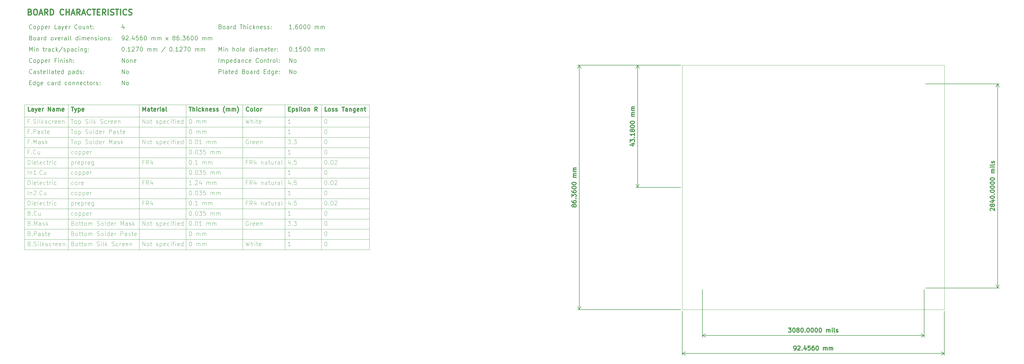
<source format=gbr>
%TF.GenerationSoftware,KiCad,Pcbnew,8.0.0*%
%TF.CreationDate,2024-05-10T19:48:46+02:00*%
%TF.ProjectId,plc_io_module,706c635f-696f-45f6-9d6f-64756c652e6b,1.0.0*%
%TF.SameCoordinates,Original*%
%TF.FileFunction,OtherDrawing,Comment*%
%FSLAX46Y46*%
G04 Gerber Fmt 4.6, Leading zero omitted, Abs format (unit mm)*
G04 Created by KiCad (PCBNEW 8.0.0) date 2024-05-10 19:48:46*
%MOMM*%
%LPD*%
G01*
G04 APERTURE LIST*
%ADD10C,0.100000*%
%ADD11C,0.200000*%
%ADD12C,0.300000*%
%ADD13C,0.400000*%
%TA.AperFunction,Profile*%
%ADD14C,0.050000*%
%TD*%
G04 APERTURE END LIST*
D10*
X-117634086Y-69875400D02*
X-117634086Y-121061400D01*
X-92562658Y-69875400D02*
X-92562658Y-121061400D01*
X-133019800Y-85001400D02*
X-11334084Y-85001400D01*
X-133019800Y-92213400D02*
X-11334084Y-92213400D01*
X-133019800Y-69875400D02*
X-11334084Y-69875400D01*
X-133019800Y-81395400D02*
X-11334084Y-81395400D01*
X-133019800Y-121061400D02*
X-11334084Y-121061400D01*
X-133019800Y-110243400D02*
X-11334084Y-110243400D01*
X-133019800Y-99425400D02*
X-11334084Y-99425400D01*
X-133019800Y-117455400D02*
X-11334084Y-117455400D01*
X-28291228Y-69875400D02*
X-28291228Y-121061400D01*
X-133019800Y-95819400D02*
X-11334084Y-95819400D01*
X-133019800Y-113849400D02*
X-11334084Y-113849400D01*
X-11334084Y-69875400D02*
X-11334084Y-121061400D01*
X-133019800Y-74183400D02*
X-11334084Y-74183400D01*
X-133019800Y-106637400D02*
X-11334084Y-106637400D01*
X-133019800Y-77789400D02*
X-11334084Y-77789400D01*
X-133019800Y-69875400D02*
X-133019800Y-121061400D01*
X-133019800Y-103031400D02*
X-11334084Y-103031400D01*
X-41176943Y-69875400D02*
X-41176943Y-121061400D01*
X-56034085Y-69875400D02*
X-56034085Y-121061400D01*
X-133019800Y-88607400D02*
X-11334084Y-88607400D01*
X-76062657Y-69875400D02*
X-76062657Y-121061400D01*
X-115818297Y-108882200D02*
X-115961154Y-108953628D01*
X-115961154Y-108953628D02*
X-116246868Y-108953628D01*
X-116246868Y-108953628D02*
X-116389725Y-108882200D01*
X-116389725Y-108882200D02*
X-116461154Y-108810771D01*
X-116461154Y-108810771D02*
X-116532582Y-108667914D01*
X-116532582Y-108667914D02*
X-116532582Y-108239342D01*
X-116532582Y-108239342D02*
X-116461154Y-108096485D01*
X-116461154Y-108096485D02*
X-116389725Y-108025057D01*
X-116389725Y-108025057D02*
X-116246868Y-107953628D01*
X-116246868Y-107953628D02*
X-115961154Y-107953628D01*
X-115961154Y-107953628D02*
X-115818297Y-108025057D01*
X-114961154Y-108953628D02*
X-115104011Y-108882200D01*
X-115104011Y-108882200D02*
X-115175440Y-108810771D01*
X-115175440Y-108810771D02*
X-115246868Y-108667914D01*
X-115246868Y-108667914D02*
X-115246868Y-108239342D01*
X-115246868Y-108239342D02*
X-115175440Y-108096485D01*
X-115175440Y-108096485D02*
X-115104011Y-108025057D01*
X-115104011Y-108025057D02*
X-114961154Y-107953628D01*
X-114961154Y-107953628D02*
X-114746868Y-107953628D01*
X-114746868Y-107953628D02*
X-114604011Y-108025057D01*
X-114604011Y-108025057D02*
X-114532583Y-108096485D01*
X-114532583Y-108096485D02*
X-114461154Y-108239342D01*
X-114461154Y-108239342D02*
X-114461154Y-108667914D01*
X-114461154Y-108667914D02*
X-114532583Y-108810771D01*
X-114532583Y-108810771D02*
X-114604011Y-108882200D01*
X-114604011Y-108882200D02*
X-114746868Y-108953628D01*
X-114746868Y-108953628D02*
X-114961154Y-108953628D01*
X-113818297Y-107953628D02*
X-113818297Y-109453628D01*
X-113818297Y-108025057D02*
X-113675440Y-107953628D01*
X-113675440Y-107953628D02*
X-113389725Y-107953628D01*
X-113389725Y-107953628D02*
X-113246868Y-108025057D01*
X-113246868Y-108025057D02*
X-113175440Y-108096485D01*
X-113175440Y-108096485D02*
X-113104011Y-108239342D01*
X-113104011Y-108239342D02*
X-113104011Y-108667914D01*
X-113104011Y-108667914D02*
X-113175440Y-108810771D01*
X-113175440Y-108810771D02*
X-113246868Y-108882200D01*
X-113246868Y-108882200D02*
X-113389725Y-108953628D01*
X-113389725Y-108953628D02*
X-113675440Y-108953628D01*
X-113675440Y-108953628D02*
X-113818297Y-108882200D01*
X-112461154Y-107953628D02*
X-112461154Y-109453628D01*
X-112461154Y-108025057D02*
X-112318297Y-107953628D01*
X-112318297Y-107953628D02*
X-112032582Y-107953628D01*
X-112032582Y-107953628D02*
X-111889725Y-108025057D01*
X-111889725Y-108025057D02*
X-111818297Y-108096485D01*
X-111818297Y-108096485D02*
X-111746868Y-108239342D01*
X-111746868Y-108239342D02*
X-111746868Y-108667914D01*
X-111746868Y-108667914D02*
X-111818297Y-108810771D01*
X-111818297Y-108810771D02*
X-111889725Y-108882200D01*
X-111889725Y-108882200D02*
X-112032582Y-108953628D01*
X-112032582Y-108953628D02*
X-112318297Y-108953628D01*
X-112318297Y-108953628D02*
X-112461154Y-108882200D01*
X-110532582Y-108882200D02*
X-110675439Y-108953628D01*
X-110675439Y-108953628D02*
X-110961154Y-108953628D01*
X-110961154Y-108953628D02*
X-111104011Y-108882200D01*
X-111104011Y-108882200D02*
X-111175439Y-108739342D01*
X-111175439Y-108739342D02*
X-111175439Y-108167914D01*
X-111175439Y-108167914D02*
X-111104011Y-108025057D01*
X-111104011Y-108025057D02*
X-110961154Y-107953628D01*
X-110961154Y-107953628D02*
X-110675439Y-107953628D01*
X-110675439Y-107953628D02*
X-110532582Y-108025057D01*
X-110532582Y-108025057D02*
X-110461154Y-108167914D01*
X-110461154Y-108167914D02*
X-110461154Y-108310771D01*
X-110461154Y-108310771D02*
X-111175439Y-108453628D01*
X-109818297Y-108953628D02*
X-109818297Y-107953628D01*
X-109818297Y-108239342D02*
X-109746868Y-108096485D01*
X-109746868Y-108096485D02*
X-109675440Y-108025057D01*
X-109675440Y-108025057D02*
X-109532582Y-107953628D01*
X-109532582Y-107953628D02*
X-109389725Y-107953628D01*
D11*
X-131247679Y-62096914D02*
X-130747679Y-62096914D01*
X-130533393Y-62882628D02*
X-131247679Y-62882628D01*
X-131247679Y-62882628D02*
X-131247679Y-61382628D01*
X-131247679Y-61382628D02*
X-130533393Y-61382628D01*
X-129247679Y-62882628D02*
X-129247679Y-61382628D01*
X-129247679Y-62811200D02*
X-129390536Y-62882628D01*
X-129390536Y-62882628D02*
X-129676250Y-62882628D01*
X-129676250Y-62882628D02*
X-129819107Y-62811200D01*
X-129819107Y-62811200D02*
X-129890536Y-62739771D01*
X-129890536Y-62739771D02*
X-129961964Y-62596914D01*
X-129961964Y-62596914D02*
X-129961964Y-62168342D01*
X-129961964Y-62168342D02*
X-129890536Y-62025485D01*
X-129890536Y-62025485D02*
X-129819107Y-61954057D01*
X-129819107Y-61954057D02*
X-129676250Y-61882628D01*
X-129676250Y-61882628D02*
X-129390536Y-61882628D01*
X-129390536Y-61882628D02*
X-129247679Y-61954057D01*
X-127890536Y-61882628D02*
X-127890536Y-63096914D01*
X-127890536Y-63096914D02*
X-127961964Y-63239771D01*
X-127961964Y-63239771D02*
X-128033393Y-63311200D01*
X-128033393Y-63311200D02*
X-128176250Y-63382628D01*
X-128176250Y-63382628D02*
X-128390536Y-63382628D01*
X-128390536Y-63382628D02*
X-128533393Y-63311200D01*
X-127890536Y-62811200D02*
X-128033393Y-62882628D01*
X-128033393Y-62882628D02*
X-128319107Y-62882628D01*
X-128319107Y-62882628D02*
X-128461964Y-62811200D01*
X-128461964Y-62811200D02*
X-128533393Y-62739771D01*
X-128533393Y-62739771D02*
X-128604821Y-62596914D01*
X-128604821Y-62596914D02*
X-128604821Y-62168342D01*
X-128604821Y-62168342D02*
X-128533393Y-62025485D01*
X-128533393Y-62025485D02*
X-128461964Y-61954057D01*
X-128461964Y-61954057D02*
X-128319107Y-61882628D01*
X-128319107Y-61882628D02*
X-128033393Y-61882628D01*
X-128033393Y-61882628D02*
X-127890536Y-61954057D01*
X-126604821Y-62811200D02*
X-126747678Y-62882628D01*
X-126747678Y-62882628D02*
X-127033393Y-62882628D01*
X-127033393Y-62882628D02*
X-127176250Y-62811200D01*
X-127176250Y-62811200D02*
X-127247678Y-62668342D01*
X-127247678Y-62668342D02*
X-127247678Y-62096914D01*
X-127247678Y-62096914D02*
X-127176250Y-61954057D01*
X-127176250Y-61954057D02*
X-127033393Y-61882628D01*
X-127033393Y-61882628D02*
X-126747678Y-61882628D01*
X-126747678Y-61882628D02*
X-126604821Y-61954057D01*
X-126604821Y-61954057D02*
X-126533393Y-62096914D01*
X-126533393Y-62096914D02*
X-126533393Y-62239771D01*
X-126533393Y-62239771D02*
X-127247678Y-62382628D01*
X-124104822Y-62811200D02*
X-124247679Y-62882628D01*
X-124247679Y-62882628D02*
X-124533393Y-62882628D01*
X-124533393Y-62882628D02*
X-124676250Y-62811200D01*
X-124676250Y-62811200D02*
X-124747679Y-62739771D01*
X-124747679Y-62739771D02*
X-124819107Y-62596914D01*
X-124819107Y-62596914D02*
X-124819107Y-62168342D01*
X-124819107Y-62168342D02*
X-124747679Y-62025485D01*
X-124747679Y-62025485D02*
X-124676250Y-61954057D01*
X-124676250Y-61954057D02*
X-124533393Y-61882628D01*
X-124533393Y-61882628D02*
X-124247679Y-61882628D01*
X-124247679Y-61882628D02*
X-124104822Y-61954057D01*
X-122819108Y-62882628D02*
X-122819108Y-62096914D01*
X-122819108Y-62096914D02*
X-122890536Y-61954057D01*
X-122890536Y-61954057D02*
X-123033393Y-61882628D01*
X-123033393Y-61882628D02*
X-123319108Y-61882628D01*
X-123319108Y-61882628D02*
X-123461965Y-61954057D01*
X-122819108Y-62811200D02*
X-122961965Y-62882628D01*
X-122961965Y-62882628D02*
X-123319108Y-62882628D01*
X-123319108Y-62882628D02*
X-123461965Y-62811200D01*
X-123461965Y-62811200D02*
X-123533393Y-62668342D01*
X-123533393Y-62668342D02*
X-123533393Y-62525485D01*
X-123533393Y-62525485D02*
X-123461965Y-62382628D01*
X-123461965Y-62382628D02*
X-123319108Y-62311200D01*
X-123319108Y-62311200D02*
X-122961965Y-62311200D01*
X-122961965Y-62311200D02*
X-122819108Y-62239771D01*
X-122104822Y-62882628D02*
X-122104822Y-61882628D01*
X-122104822Y-62168342D02*
X-122033393Y-62025485D01*
X-122033393Y-62025485D02*
X-121961965Y-61954057D01*
X-121961965Y-61954057D02*
X-121819107Y-61882628D01*
X-121819107Y-61882628D02*
X-121676250Y-61882628D01*
X-120533394Y-62882628D02*
X-120533394Y-61382628D01*
X-120533394Y-62811200D02*
X-120676251Y-62882628D01*
X-120676251Y-62882628D02*
X-120961965Y-62882628D01*
X-120961965Y-62882628D02*
X-121104822Y-62811200D01*
X-121104822Y-62811200D02*
X-121176251Y-62739771D01*
X-121176251Y-62739771D02*
X-121247679Y-62596914D01*
X-121247679Y-62596914D02*
X-121247679Y-62168342D01*
X-121247679Y-62168342D02*
X-121176251Y-62025485D01*
X-121176251Y-62025485D02*
X-121104822Y-61954057D01*
X-121104822Y-61954057D02*
X-120961965Y-61882628D01*
X-120961965Y-61882628D02*
X-120676251Y-61882628D01*
X-120676251Y-61882628D02*
X-120533394Y-61954057D01*
X-118033394Y-62811200D02*
X-118176251Y-62882628D01*
X-118176251Y-62882628D02*
X-118461965Y-62882628D01*
X-118461965Y-62882628D02*
X-118604822Y-62811200D01*
X-118604822Y-62811200D02*
X-118676251Y-62739771D01*
X-118676251Y-62739771D02*
X-118747679Y-62596914D01*
X-118747679Y-62596914D02*
X-118747679Y-62168342D01*
X-118747679Y-62168342D02*
X-118676251Y-62025485D01*
X-118676251Y-62025485D02*
X-118604822Y-61954057D01*
X-118604822Y-61954057D02*
X-118461965Y-61882628D01*
X-118461965Y-61882628D02*
X-118176251Y-61882628D01*
X-118176251Y-61882628D02*
X-118033394Y-61954057D01*
X-117176251Y-62882628D02*
X-117319108Y-62811200D01*
X-117319108Y-62811200D02*
X-117390537Y-62739771D01*
X-117390537Y-62739771D02*
X-117461965Y-62596914D01*
X-117461965Y-62596914D02*
X-117461965Y-62168342D01*
X-117461965Y-62168342D02*
X-117390537Y-62025485D01*
X-117390537Y-62025485D02*
X-117319108Y-61954057D01*
X-117319108Y-61954057D02*
X-117176251Y-61882628D01*
X-117176251Y-61882628D02*
X-116961965Y-61882628D01*
X-116961965Y-61882628D02*
X-116819108Y-61954057D01*
X-116819108Y-61954057D02*
X-116747680Y-62025485D01*
X-116747680Y-62025485D02*
X-116676251Y-62168342D01*
X-116676251Y-62168342D02*
X-116676251Y-62596914D01*
X-116676251Y-62596914D02*
X-116747680Y-62739771D01*
X-116747680Y-62739771D02*
X-116819108Y-62811200D01*
X-116819108Y-62811200D02*
X-116961965Y-62882628D01*
X-116961965Y-62882628D02*
X-117176251Y-62882628D01*
X-116033394Y-61882628D02*
X-116033394Y-62882628D01*
X-116033394Y-62025485D02*
X-115961965Y-61954057D01*
X-115961965Y-61954057D02*
X-115819108Y-61882628D01*
X-115819108Y-61882628D02*
X-115604822Y-61882628D01*
X-115604822Y-61882628D02*
X-115461965Y-61954057D01*
X-115461965Y-61954057D02*
X-115390537Y-62096914D01*
X-115390537Y-62096914D02*
X-115390537Y-62882628D01*
X-114676251Y-61882628D02*
X-114676251Y-62882628D01*
X-114676251Y-62025485D02*
X-114604822Y-61954057D01*
X-114604822Y-61954057D02*
X-114461965Y-61882628D01*
X-114461965Y-61882628D02*
X-114247679Y-61882628D01*
X-114247679Y-61882628D02*
X-114104822Y-61954057D01*
X-114104822Y-61954057D02*
X-114033394Y-62096914D01*
X-114033394Y-62096914D02*
X-114033394Y-62882628D01*
X-112747679Y-62811200D02*
X-112890536Y-62882628D01*
X-112890536Y-62882628D02*
X-113176251Y-62882628D01*
X-113176251Y-62882628D02*
X-113319108Y-62811200D01*
X-113319108Y-62811200D02*
X-113390536Y-62668342D01*
X-113390536Y-62668342D02*
X-113390536Y-62096914D01*
X-113390536Y-62096914D02*
X-113319108Y-61954057D01*
X-113319108Y-61954057D02*
X-113176251Y-61882628D01*
X-113176251Y-61882628D02*
X-112890536Y-61882628D01*
X-112890536Y-61882628D02*
X-112747679Y-61954057D01*
X-112747679Y-61954057D02*
X-112676251Y-62096914D01*
X-112676251Y-62096914D02*
X-112676251Y-62239771D01*
X-112676251Y-62239771D02*
X-113390536Y-62382628D01*
X-111390537Y-62811200D02*
X-111533394Y-62882628D01*
X-111533394Y-62882628D02*
X-111819108Y-62882628D01*
X-111819108Y-62882628D02*
X-111961965Y-62811200D01*
X-111961965Y-62811200D02*
X-112033394Y-62739771D01*
X-112033394Y-62739771D02*
X-112104822Y-62596914D01*
X-112104822Y-62596914D02*
X-112104822Y-62168342D01*
X-112104822Y-62168342D02*
X-112033394Y-62025485D01*
X-112033394Y-62025485D02*
X-111961965Y-61954057D01*
X-111961965Y-61954057D02*
X-111819108Y-61882628D01*
X-111819108Y-61882628D02*
X-111533394Y-61882628D01*
X-111533394Y-61882628D02*
X-111390537Y-61954057D01*
X-110961965Y-61882628D02*
X-110390537Y-61882628D01*
X-110747680Y-61382628D02*
X-110747680Y-62668342D01*
X-110747680Y-62668342D02*
X-110676251Y-62811200D01*
X-110676251Y-62811200D02*
X-110533394Y-62882628D01*
X-110533394Y-62882628D02*
X-110390537Y-62882628D01*
X-109676251Y-62882628D02*
X-109819108Y-62811200D01*
X-109819108Y-62811200D02*
X-109890537Y-62739771D01*
X-109890537Y-62739771D02*
X-109961965Y-62596914D01*
X-109961965Y-62596914D02*
X-109961965Y-62168342D01*
X-109961965Y-62168342D02*
X-109890537Y-62025485D01*
X-109890537Y-62025485D02*
X-109819108Y-61954057D01*
X-109819108Y-61954057D02*
X-109676251Y-61882628D01*
X-109676251Y-61882628D02*
X-109461965Y-61882628D01*
X-109461965Y-61882628D02*
X-109319108Y-61954057D01*
X-109319108Y-61954057D02*
X-109247680Y-62025485D01*
X-109247680Y-62025485D02*
X-109176251Y-62168342D01*
X-109176251Y-62168342D02*
X-109176251Y-62596914D01*
X-109176251Y-62596914D02*
X-109247680Y-62739771D01*
X-109247680Y-62739771D02*
X-109319108Y-62811200D01*
X-109319108Y-62811200D02*
X-109461965Y-62882628D01*
X-109461965Y-62882628D02*
X-109676251Y-62882628D01*
X-108533394Y-62882628D02*
X-108533394Y-61882628D01*
X-108533394Y-62168342D02*
X-108461965Y-62025485D01*
X-108461965Y-62025485D02*
X-108390537Y-61954057D01*
X-108390537Y-61954057D02*
X-108247679Y-61882628D01*
X-108247679Y-61882628D02*
X-108104822Y-61882628D01*
X-107676251Y-62811200D02*
X-107533394Y-62882628D01*
X-107533394Y-62882628D02*
X-107247680Y-62882628D01*
X-107247680Y-62882628D02*
X-107104823Y-62811200D01*
X-107104823Y-62811200D02*
X-107033394Y-62668342D01*
X-107033394Y-62668342D02*
X-107033394Y-62596914D01*
X-107033394Y-62596914D02*
X-107104823Y-62454057D01*
X-107104823Y-62454057D02*
X-107247680Y-62382628D01*
X-107247680Y-62382628D02*
X-107461966Y-62382628D01*
X-107461966Y-62382628D02*
X-107604823Y-62311200D01*
X-107604823Y-62311200D02*
X-107676251Y-62168342D01*
X-107676251Y-62168342D02*
X-107676251Y-62096914D01*
X-107676251Y-62096914D02*
X-107604823Y-61954057D01*
X-107604823Y-61954057D02*
X-107461966Y-61882628D01*
X-107461966Y-61882628D02*
X-107247680Y-61882628D01*
X-107247680Y-61882628D02*
X-107104823Y-61954057D01*
X-106390537Y-62739771D02*
X-106319108Y-62811200D01*
X-106319108Y-62811200D02*
X-106390537Y-62882628D01*
X-106390537Y-62882628D02*
X-106461965Y-62811200D01*
X-106461965Y-62811200D02*
X-106390537Y-62739771D01*
X-106390537Y-62739771D02*
X-106390537Y-62882628D01*
X-106390537Y-61954057D02*
X-106319108Y-62025485D01*
X-106319108Y-62025485D02*
X-106390537Y-62096914D01*
X-106390537Y-62096914D02*
X-106461965Y-62025485D01*
X-106461965Y-62025485D02*
X-106390537Y-61954057D01*
X-106390537Y-61954057D02*
X-106390537Y-62096914D01*
X-131247679Y-51011628D02*
X-131247679Y-49511628D01*
X-131247679Y-49511628D02*
X-130747679Y-50583057D01*
X-130747679Y-50583057D02*
X-130247679Y-49511628D01*
X-130247679Y-49511628D02*
X-130247679Y-51011628D01*
X-129533393Y-51011628D02*
X-129533393Y-50011628D01*
X-129533393Y-49511628D02*
X-129604821Y-49583057D01*
X-129604821Y-49583057D02*
X-129533393Y-49654485D01*
X-129533393Y-49654485D02*
X-129461964Y-49583057D01*
X-129461964Y-49583057D02*
X-129533393Y-49511628D01*
X-129533393Y-49511628D02*
X-129533393Y-49654485D01*
X-128819107Y-50011628D02*
X-128819107Y-51011628D01*
X-128819107Y-50154485D02*
X-128747678Y-50083057D01*
X-128747678Y-50083057D02*
X-128604821Y-50011628D01*
X-128604821Y-50011628D02*
X-128390535Y-50011628D01*
X-128390535Y-50011628D02*
X-128247678Y-50083057D01*
X-128247678Y-50083057D02*
X-128176250Y-50225914D01*
X-128176250Y-50225914D02*
X-128176250Y-51011628D01*
X-126533392Y-50011628D02*
X-125961964Y-50011628D01*
X-126319107Y-49511628D02*
X-126319107Y-50797342D01*
X-126319107Y-50797342D02*
X-126247678Y-50940200D01*
X-126247678Y-50940200D02*
X-126104821Y-51011628D01*
X-126104821Y-51011628D02*
X-125961964Y-51011628D01*
X-125461964Y-51011628D02*
X-125461964Y-50011628D01*
X-125461964Y-50297342D02*
X-125390535Y-50154485D01*
X-125390535Y-50154485D02*
X-125319107Y-50083057D01*
X-125319107Y-50083057D02*
X-125176249Y-50011628D01*
X-125176249Y-50011628D02*
X-125033392Y-50011628D01*
X-123890536Y-51011628D02*
X-123890536Y-50225914D01*
X-123890536Y-50225914D02*
X-123961964Y-50083057D01*
X-123961964Y-50083057D02*
X-124104821Y-50011628D01*
X-124104821Y-50011628D02*
X-124390536Y-50011628D01*
X-124390536Y-50011628D02*
X-124533393Y-50083057D01*
X-123890536Y-50940200D02*
X-124033393Y-51011628D01*
X-124033393Y-51011628D02*
X-124390536Y-51011628D01*
X-124390536Y-51011628D02*
X-124533393Y-50940200D01*
X-124533393Y-50940200D02*
X-124604821Y-50797342D01*
X-124604821Y-50797342D02*
X-124604821Y-50654485D01*
X-124604821Y-50654485D02*
X-124533393Y-50511628D01*
X-124533393Y-50511628D02*
X-124390536Y-50440200D01*
X-124390536Y-50440200D02*
X-124033393Y-50440200D01*
X-124033393Y-50440200D02*
X-123890536Y-50368771D01*
X-122533393Y-50940200D02*
X-122676250Y-51011628D01*
X-122676250Y-51011628D02*
X-122961964Y-51011628D01*
X-122961964Y-51011628D02*
X-123104821Y-50940200D01*
X-123104821Y-50940200D02*
X-123176250Y-50868771D01*
X-123176250Y-50868771D02*
X-123247678Y-50725914D01*
X-123247678Y-50725914D02*
X-123247678Y-50297342D01*
X-123247678Y-50297342D02*
X-123176250Y-50154485D01*
X-123176250Y-50154485D02*
X-123104821Y-50083057D01*
X-123104821Y-50083057D02*
X-122961964Y-50011628D01*
X-122961964Y-50011628D02*
X-122676250Y-50011628D01*
X-122676250Y-50011628D02*
X-122533393Y-50083057D01*
X-121890536Y-51011628D02*
X-121890536Y-49511628D01*
X-121747679Y-50440200D02*
X-121319107Y-51011628D01*
X-121319107Y-50011628D02*
X-121890536Y-50583057D01*
X-119604821Y-49440200D02*
X-120890535Y-51368771D01*
X-119176249Y-50940200D02*
X-119033392Y-51011628D01*
X-119033392Y-51011628D02*
X-118747678Y-51011628D01*
X-118747678Y-51011628D02*
X-118604821Y-50940200D01*
X-118604821Y-50940200D02*
X-118533392Y-50797342D01*
X-118533392Y-50797342D02*
X-118533392Y-50725914D01*
X-118533392Y-50725914D02*
X-118604821Y-50583057D01*
X-118604821Y-50583057D02*
X-118747678Y-50511628D01*
X-118747678Y-50511628D02*
X-118961964Y-50511628D01*
X-118961964Y-50511628D02*
X-119104821Y-50440200D01*
X-119104821Y-50440200D02*
X-119176249Y-50297342D01*
X-119176249Y-50297342D02*
X-119176249Y-50225914D01*
X-119176249Y-50225914D02*
X-119104821Y-50083057D01*
X-119104821Y-50083057D02*
X-118961964Y-50011628D01*
X-118961964Y-50011628D02*
X-118747678Y-50011628D01*
X-118747678Y-50011628D02*
X-118604821Y-50083057D01*
X-117890535Y-50011628D02*
X-117890535Y-51511628D01*
X-117890535Y-50083057D02*
X-117747678Y-50011628D01*
X-117747678Y-50011628D02*
X-117461963Y-50011628D01*
X-117461963Y-50011628D02*
X-117319106Y-50083057D01*
X-117319106Y-50083057D02*
X-117247678Y-50154485D01*
X-117247678Y-50154485D02*
X-117176249Y-50297342D01*
X-117176249Y-50297342D02*
X-117176249Y-50725914D01*
X-117176249Y-50725914D02*
X-117247678Y-50868771D01*
X-117247678Y-50868771D02*
X-117319106Y-50940200D01*
X-117319106Y-50940200D02*
X-117461963Y-51011628D01*
X-117461963Y-51011628D02*
X-117747678Y-51011628D01*
X-117747678Y-51011628D02*
X-117890535Y-50940200D01*
X-115890535Y-51011628D02*
X-115890535Y-50225914D01*
X-115890535Y-50225914D02*
X-115961963Y-50083057D01*
X-115961963Y-50083057D02*
X-116104820Y-50011628D01*
X-116104820Y-50011628D02*
X-116390535Y-50011628D01*
X-116390535Y-50011628D02*
X-116533392Y-50083057D01*
X-115890535Y-50940200D02*
X-116033392Y-51011628D01*
X-116033392Y-51011628D02*
X-116390535Y-51011628D01*
X-116390535Y-51011628D02*
X-116533392Y-50940200D01*
X-116533392Y-50940200D02*
X-116604820Y-50797342D01*
X-116604820Y-50797342D02*
X-116604820Y-50654485D01*
X-116604820Y-50654485D02*
X-116533392Y-50511628D01*
X-116533392Y-50511628D02*
X-116390535Y-50440200D01*
X-116390535Y-50440200D02*
X-116033392Y-50440200D01*
X-116033392Y-50440200D02*
X-115890535Y-50368771D01*
X-114533392Y-50940200D02*
X-114676249Y-51011628D01*
X-114676249Y-51011628D02*
X-114961963Y-51011628D01*
X-114961963Y-51011628D02*
X-115104820Y-50940200D01*
X-115104820Y-50940200D02*
X-115176249Y-50868771D01*
X-115176249Y-50868771D02*
X-115247677Y-50725914D01*
X-115247677Y-50725914D02*
X-115247677Y-50297342D01*
X-115247677Y-50297342D02*
X-115176249Y-50154485D01*
X-115176249Y-50154485D02*
X-115104820Y-50083057D01*
X-115104820Y-50083057D02*
X-114961963Y-50011628D01*
X-114961963Y-50011628D02*
X-114676249Y-50011628D01*
X-114676249Y-50011628D02*
X-114533392Y-50083057D01*
X-113890535Y-51011628D02*
X-113890535Y-50011628D01*
X-113890535Y-49511628D02*
X-113961963Y-49583057D01*
X-113961963Y-49583057D02*
X-113890535Y-49654485D01*
X-113890535Y-49654485D02*
X-113819106Y-49583057D01*
X-113819106Y-49583057D02*
X-113890535Y-49511628D01*
X-113890535Y-49511628D02*
X-113890535Y-49654485D01*
X-113176249Y-50011628D02*
X-113176249Y-51011628D01*
X-113176249Y-50154485D02*
X-113104820Y-50083057D01*
X-113104820Y-50083057D02*
X-112961963Y-50011628D01*
X-112961963Y-50011628D02*
X-112747677Y-50011628D01*
X-112747677Y-50011628D02*
X-112604820Y-50083057D01*
X-112604820Y-50083057D02*
X-112533392Y-50225914D01*
X-112533392Y-50225914D02*
X-112533392Y-51011628D01*
X-111176249Y-50011628D02*
X-111176249Y-51225914D01*
X-111176249Y-51225914D02*
X-111247677Y-51368771D01*
X-111247677Y-51368771D02*
X-111319106Y-51440200D01*
X-111319106Y-51440200D02*
X-111461963Y-51511628D01*
X-111461963Y-51511628D02*
X-111676249Y-51511628D01*
X-111676249Y-51511628D02*
X-111819106Y-51440200D01*
X-111176249Y-50940200D02*
X-111319106Y-51011628D01*
X-111319106Y-51011628D02*
X-111604820Y-51011628D01*
X-111604820Y-51011628D02*
X-111747677Y-50940200D01*
X-111747677Y-50940200D02*
X-111819106Y-50868771D01*
X-111819106Y-50868771D02*
X-111890534Y-50725914D01*
X-111890534Y-50725914D02*
X-111890534Y-50297342D01*
X-111890534Y-50297342D02*
X-111819106Y-50154485D01*
X-111819106Y-50154485D02*
X-111747677Y-50083057D01*
X-111747677Y-50083057D02*
X-111604820Y-50011628D01*
X-111604820Y-50011628D02*
X-111319106Y-50011628D01*
X-111319106Y-50011628D02*
X-111176249Y-50083057D01*
X-110461963Y-50868771D02*
X-110390534Y-50940200D01*
X-110390534Y-50940200D02*
X-110461963Y-51011628D01*
X-110461963Y-51011628D02*
X-110533391Y-50940200D01*
X-110533391Y-50940200D02*
X-110461963Y-50868771D01*
X-110461963Y-50868771D02*
X-110461963Y-51011628D01*
X-110461963Y-50083057D02*
X-110390534Y-50154485D01*
X-110390534Y-50154485D02*
X-110461963Y-50225914D01*
X-110461963Y-50225914D02*
X-110533391Y-50154485D01*
X-110533391Y-50154485D02*
X-110461963Y-50083057D01*
X-110461963Y-50083057D02*
X-110461963Y-50225914D01*
D10*
X-26832581Y-114665628D02*
X-26689724Y-114665628D01*
X-26689724Y-114665628D02*
X-26546867Y-114737057D01*
X-26546867Y-114737057D02*
X-26475439Y-114808485D01*
X-26475439Y-114808485D02*
X-26404010Y-114951342D01*
X-26404010Y-114951342D02*
X-26332581Y-115237057D01*
X-26332581Y-115237057D02*
X-26332581Y-115594200D01*
X-26332581Y-115594200D02*
X-26404010Y-115879914D01*
X-26404010Y-115879914D02*
X-26475439Y-116022771D01*
X-26475439Y-116022771D02*
X-26546867Y-116094200D01*
X-26546867Y-116094200D02*
X-26689724Y-116165628D01*
X-26689724Y-116165628D02*
X-26832581Y-116165628D01*
X-26832581Y-116165628D02*
X-26975439Y-116094200D01*
X-26975439Y-116094200D02*
X-27046867Y-116022771D01*
X-27046867Y-116022771D02*
X-27118296Y-115879914D01*
X-27118296Y-115879914D02*
X-27189724Y-115594200D01*
X-27189724Y-115594200D02*
X-27189724Y-115237057D01*
X-27189724Y-115237057D02*
X-27118296Y-114951342D01*
X-27118296Y-114951342D02*
X-27046867Y-114808485D01*
X-27046867Y-114808485D02*
X-26975439Y-114737057D01*
X-26975439Y-114737057D02*
X-26832581Y-114665628D01*
X-54075438Y-82283057D02*
X-54218296Y-82211628D01*
X-54218296Y-82211628D02*
X-54432581Y-82211628D01*
X-54432581Y-82211628D02*
X-54646867Y-82283057D01*
X-54646867Y-82283057D02*
X-54789724Y-82425914D01*
X-54789724Y-82425914D02*
X-54861153Y-82568771D01*
X-54861153Y-82568771D02*
X-54932581Y-82854485D01*
X-54932581Y-82854485D02*
X-54932581Y-83068771D01*
X-54932581Y-83068771D02*
X-54861153Y-83354485D01*
X-54861153Y-83354485D02*
X-54789724Y-83497342D01*
X-54789724Y-83497342D02*
X-54646867Y-83640200D01*
X-54646867Y-83640200D02*
X-54432581Y-83711628D01*
X-54432581Y-83711628D02*
X-54289724Y-83711628D01*
X-54289724Y-83711628D02*
X-54075438Y-83640200D01*
X-54075438Y-83640200D02*
X-54004010Y-83568771D01*
X-54004010Y-83568771D02*
X-54004010Y-83068771D01*
X-54004010Y-83068771D02*
X-54289724Y-83068771D01*
X-53361153Y-83711628D02*
X-53361153Y-82711628D01*
X-53361153Y-82997342D02*
X-53289724Y-82854485D01*
X-53289724Y-82854485D02*
X-53218296Y-82783057D01*
X-53218296Y-82783057D02*
X-53075438Y-82711628D01*
X-53075438Y-82711628D02*
X-52932581Y-82711628D01*
X-51861153Y-83640200D02*
X-52004010Y-83711628D01*
X-52004010Y-83711628D02*
X-52289725Y-83711628D01*
X-52289725Y-83711628D02*
X-52432582Y-83640200D01*
X-52432582Y-83640200D02*
X-52504010Y-83497342D01*
X-52504010Y-83497342D02*
X-52504010Y-82925914D01*
X-52504010Y-82925914D02*
X-52432582Y-82783057D01*
X-52432582Y-82783057D02*
X-52289725Y-82711628D01*
X-52289725Y-82711628D02*
X-52004010Y-82711628D01*
X-52004010Y-82711628D02*
X-51861153Y-82783057D01*
X-51861153Y-82783057D02*
X-51789725Y-82925914D01*
X-51789725Y-82925914D02*
X-51789725Y-83068771D01*
X-51789725Y-83068771D02*
X-52504010Y-83211628D01*
X-50575439Y-83640200D02*
X-50718296Y-83711628D01*
X-50718296Y-83711628D02*
X-51004011Y-83711628D01*
X-51004011Y-83711628D02*
X-51146868Y-83640200D01*
X-51146868Y-83640200D02*
X-51218296Y-83497342D01*
X-51218296Y-83497342D02*
X-51218296Y-82925914D01*
X-51218296Y-82925914D02*
X-51146868Y-82783057D01*
X-51146868Y-82783057D02*
X-51004011Y-82711628D01*
X-51004011Y-82711628D02*
X-50718296Y-82711628D01*
X-50718296Y-82711628D02*
X-50575439Y-82783057D01*
X-50575439Y-82783057D02*
X-50504011Y-82925914D01*
X-50504011Y-82925914D02*
X-50504011Y-83068771D01*
X-50504011Y-83068771D02*
X-51218296Y-83211628D01*
X-49861154Y-82711628D02*
X-49861154Y-83711628D01*
X-49861154Y-82854485D02*
X-49789725Y-82783057D01*
X-49789725Y-82783057D02*
X-49646868Y-82711628D01*
X-49646868Y-82711628D02*
X-49432582Y-82711628D01*
X-49432582Y-82711628D02*
X-49289725Y-82783057D01*
X-49289725Y-82783057D02*
X-49218297Y-82925914D01*
X-49218297Y-82925914D02*
X-49218297Y-83711628D01*
X-116675439Y-82211628D02*
X-115818297Y-82211628D01*
X-116246868Y-83711628D02*
X-116246868Y-82211628D01*
X-115104011Y-83711628D02*
X-115246868Y-83640200D01*
X-115246868Y-83640200D02*
X-115318297Y-83568771D01*
X-115318297Y-83568771D02*
X-115389725Y-83425914D01*
X-115389725Y-83425914D02*
X-115389725Y-82997342D01*
X-115389725Y-82997342D02*
X-115318297Y-82854485D01*
X-115318297Y-82854485D02*
X-115246868Y-82783057D01*
X-115246868Y-82783057D02*
X-115104011Y-82711628D01*
X-115104011Y-82711628D02*
X-114889725Y-82711628D01*
X-114889725Y-82711628D02*
X-114746868Y-82783057D01*
X-114746868Y-82783057D02*
X-114675440Y-82854485D01*
X-114675440Y-82854485D02*
X-114604011Y-82997342D01*
X-114604011Y-82997342D02*
X-114604011Y-83425914D01*
X-114604011Y-83425914D02*
X-114675440Y-83568771D01*
X-114675440Y-83568771D02*
X-114746868Y-83640200D01*
X-114746868Y-83640200D02*
X-114889725Y-83711628D01*
X-114889725Y-83711628D02*
X-115104011Y-83711628D01*
X-113961154Y-82711628D02*
X-113961154Y-84211628D01*
X-113961154Y-82783057D02*
X-113818297Y-82711628D01*
X-113818297Y-82711628D02*
X-113532582Y-82711628D01*
X-113532582Y-82711628D02*
X-113389725Y-82783057D01*
X-113389725Y-82783057D02*
X-113318297Y-82854485D01*
X-113318297Y-82854485D02*
X-113246868Y-82997342D01*
X-113246868Y-82997342D02*
X-113246868Y-83425914D01*
X-113246868Y-83425914D02*
X-113318297Y-83568771D01*
X-113318297Y-83568771D02*
X-113389725Y-83640200D01*
X-113389725Y-83640200D02*
X-113532582Y-83711628D01*
X-113532582Y-83711628D02*
X-113818297Y-83711628D01*
X-113818297Y-83711628D02*
X-113961154Y-83640200D01*
X-111532582Y-83640200D02*
X-111318297Y-83711628D01*
X-111318297Y-83711628D02*
X-110961154Y-83711628D01*
X-110961154Y-83711628D02*
X-110818297Y-83640200D01*
X-110818297Y-83640200D02*
X-110746868Y-83568771D01*
X-110746868Y-83568771D02*
X-110675439Y-83425914D01*
X-110675439Y-83425914D02*
X-110675439Y-83283057D01*
X-110675439Y-83283057D02*
X-110746868Y-83140200D01*
X-110746868Y-83140200D02*
X-110818297Y-83068771D01*
X-110818297Y-83068771D02*
X-110961154Y-82997342D01*
X-110961154Y-82997342D02*
X-111246868Y-82925914D01*
X-111246868Y-82925914D02*
X-111389725Y-82854485D01*
X-111389725Y-82854485D02*
X-111461154Y-82783057D01*
X-111461154Y-82783057D02*
X-111532582Y-82640200D01*
X-111532582Y-82640200D02*
X-111532582Y-82497342D01*
X-111532582Y-82497342D02*
X-111461154Y-82354485D01*
X-111461154Y-82354485D02*
X-111389725Y-82283057D01*
X-111389725Y-82283057D02*
X-111246868Y-82211628D01*
X-111246868Y-82211628D02*
X-110889725Y-82211628D01*
X-110889725Y-82211628D02*
X-110675439Y-82283057D01*
X-109818297Y-83711628D02*
X-109961154Y-83640200D01*
X-109961154Y-83640200D02*
X-110032583Y-83568771D01*
X-110032583Y-83568771D02*
X-110104011Y-83425914D01*
X-110104011Y-83425914D02*
X-110104011Y-82997342D01*
X-110104011Y-82997342D02*
X-110032583Y-82854485D01*
X-110032583Y-82854485D02*
X-109961154Y-82783057D01*
X-109961154Y-82783057D02*
X-109818297Y-82711628D01*
X-109818297Y-82711628D02*
X-109604011Y-82711628D01*
X-109604011Y-82711628D02*
X-109461154Y-82783057D01*
X-109461154Y-82783057D02*
X-109389726Y-82854485D01*
X-109389726Y-82854485D02*
X-109318297Y-82997342D01*
X-109318297Y-82997342D02*
X-109318297Y-83425914D01*
X-109318297Y-83425914D02*
X-109389726Y-83568771D01*
X-109389726Y-83568771D02*
X-109461154Y-83640200D01*
X-109461154Y-83640200D02*
X-109604011Y-83711628D01*
X-109604011Y-83711628D02*
X-109818297Y-83711628D01*
X-108461154Y-83711628D02*
X-108604011Y-83640200D01*
X-108604011Y-83640200D02*
X-108675440Y-83497342D01*
X-108675440Y-83497342D02*
X-108675440Y-82211628D01*
X-107246869Y-83711628D02*
X-107246869Y-82211628D01*
X-107246869Y-83640200D02*
X-107389726Y-83711628D01*
X-107389726Y-83711628D02*
X-107675440Y-83711628D01*
X-107675440Y-83711628D02*
X-107818297Y-83640200D01*
X-107818297Y-83640200D02*
X-107889726Y-83568771D01*
X-107889726Y-83568771D02*
X-107961154Y-83425914D01*
X-107961154Y-83425914D02*
X-107961154Y-82997342D01*
X-107961154Y-82997342D02*
X-107889726Y-82854485D01*
X-107889726Y-82854485D02*
X-107818297Y-82783057D01*
X-107818297Y-82783057D02*
X-107675440Y-82711628D01*
X-107675440Y-82711628D02*
X-107389726Y-82711628D01*
X-107389726Y-82711628D02*
X-107246869Y-82783057D01*
X-105961154Y-83640200D02*
X-106104011Y-83711628D01*
X-106104011Y-83711628D02*
X-106389726Y-83711628D01*
X-106389726Y-83711628D02*
X-106532583Y-83640200D01*
X-106532583Y-83640200D02*
X-106604011Y-83497342D01*
X-106604011Y-83497342D02*
X-106604011Y-82925914D01*
X-106604011Y-82925914D02*
X-106532583Y-82783057D01*
X-106532583Y-82783057D02*
X-106389726Y-82711628D01*
X-106389726Y-82711628D02*
X-106104011Y-82711628D01*
X-106104011Y-82711628D02*
X-105961154Y-82783057D01*
X-105961154Y-82783057D02*
X-105889726Y-82925914D01*
X-105889726Y-82925914D02*
X-105889726Y-83068771D01*
X-105889726Y-83068771D02*
X-106604011Y-83211628D01*
X-105246869Y-83711628D02*
X-105246869Y-82711628D01*
X-105246869Y-82997342D02*
X-105175440Y-82854485D01*
X-105175440Y-82854485D02*
X-105104012Y-82783057D01*
X-105104012Y-82783057D02*
X-104961154Y-82711628D01*
X-104961154Y-82711628D02*
X-104818297Y-82711628D01*
X-103175441Y-83711628D02*
X-103175441Y-82211628D01*
X-103175441Y-82211628D02*
X-102675441Y-83283057D01*
X-102675441Y-83283057D02*
X-102175441Y-82211628D01*
X-102175441Y-82211628D02*
X-102175441Y-83711628D01*
X-100818298Y-83711628D02*
X-100818298Y-82925914D01*
X-100818298Y-82925914D02*
X-100889726Y-82783057D01*
X-100889726Y-82783057D02*
X-101032583Y-82711628D01*
X-101032583Y-82711628D02*
X-101318298Y-82711628D01*
X-101318298Y-82711628D02*
X-101461155Y-82783057D01*
X-100818298Y-83640200D02*
X-100961155Y-83711628D01*
X-100961155Y-83711628D02*
X-101318298Y-83711628D01*
X-101318298Y-83711628D02*
X-101461155Y-83640200D01*
X-101461155Y-83640200D02*
X-101532583Y-83497342D01*
X-101532583Y-83497342D02*
X-101532583Y-83354485D01*
X-101532583Y-83354485D02*
X-101461155Y-83211628D01*
X-101461155Y-83211628D02*
X-101318298Y-83140200D01*
X-101318298Y-83140200D02*
X-100961155Y-83140200D01*
X-100961155Y-83140200D02*
X-100818298Y-83068771D01*
X-100175440Y-83640200D02*
X-100032583Y-83711628D01*
X-100032583Y-83711628D02*
X-99746869Y-83711628D01*
X-99746869Y-83711628D02*
X-99604012Y-83640200D01*
X-99604012Y-83640200D02*
X-99532583Y-83497342D01*
X-99532583Y-83497342D02*
X-99532583Y-83425914D01*
X-99532583Y-83425914D02*
X-99604012Y-83283057D01*
X-99604012Y-83283057D02*
X-99746869Y-83211628D01*
X-99746869Y-83211628D02*
X-99961155Y-83211628D01*
X-99961155Y-83211628D02*
X-100104012Y-83140200D01*
X-100104012Y-83140200D02*
X-100175440Y-82997342D01*
X-100175440Y-82997342D02*
X-100175440Y-82925914D01*
X-100175440Y-82925914D02*
X-100104012Y-82783057D01*
X-100104012Y-82783057D02*
X-99961155Y-82711628D01*
X-99961155Y-82711628D02*
X-99746869Y-82711628D01*
X-99746869Y-82711628D02*
X-99604012Y-82783057D01*
X-98889726Y-83711628D02*
X-98889726Y-82211628D01*
X-98746869Y-83140200D02*
X-98318297Y-83711628D01*
X-98318297Y-82711628D02*
X-98889726Y-83283057D01*
X-39218296Y-87317628D02*
X-40075439Y-87317628D01*
X-39646868Y-87317628D02*
X-39646868Y-85817628D01*
X-39646868Y-85817628D02*
X-39789725Y-86031914D01*
X-39789725Y-86031914D02*
X-39932582Y-86174771D01*
X-39932582Y-86174771D02*
X-40075439Y-86246200D01*
D11*
X-64433398Y-54968628D02*
X-64433398Y-53468628D01*
X-63719112Y-54968628D02*
X-63719112Y-53968628D01*
X-63719112Y-54111485D02*
X-63647683Y-54040057D01*
X-63647683Y-54040057D02*
X-63504826Y-53968628D01*
X-63504826Y-53968628D02*
X-63290540Y-53968628D01*
X-63290540Y-53968628D02*
X-63147683Y-54040057D01*
X-63147683Y-54040057D02*
X-63076255Y-54182914D01*
X-63076255Y-54182914D02*
X-63076255Y-54968628D01*
X-63076255Y-54182914D02*
X-63004826Y-54040057D01*
X-63004826Y-54040057D02*
X-62861969Y-53968628D01*
X-62861969Y-53968628D02*
X-62647683Y-53968628D01*
X-62647683Y-53968628D02*
X-62504826Y-54040057D01*
X-62504826Y-54040057D02*
X-62433397Y-54182914D01*
X-62433397Y-54182914D02*
X-62433397Y-54968628D01*
X-61719112Y-53968628D02*
X-61719112Y-55468628D01*
X-61719112Y-54040057D02*
X-61576255Y-53968628D01*
X-61576255Y-53968628D02*
X-61290540Y-53968628D01*
X-61290540Y-53968628D02*
X-61147683Y-54040057D01*
X-61147683Y-54040057D02*
X-61076255Y-54111485D01*
X-61076255Y-54111485D02*
X-61004826Y-54254342D01*
X-61004826Y-54254342D02*
X-61004826Y-54682914D01*
X-61004826Y-54682914D02*
X-61076255Y-54825771D01*
X-61076255Y-54825771D02*
X-61147683Y-54897200D01*
X-61147683Y-54897200D02*
X-61290540Y-54968628D01*
X-61290540Y-54968628D02*
X-61576255Y-54968628D01*
X-61576255Y-54968628D02*
X-61719112Y-54897200D01*
X-59790540Y-54897200D02*
X-59933397Y-54968628D01*
X-59933397Y-54968628D02*
X-60219112Y-54968628D01*
X-60219112Y-54968628D02*
X-60361969Y-54897200D01*
X-60361969Y-54897200D02*
X-60433397Y-54754342D01*
X-60433397Y-54754342D02*
X-60433397Y-54182914D01*
X-60433397Y-54182914D02*
X-60361969Y-54040057D01*
X-60361969Y-54040057D02*
X-60219112Y-53968628D01*
X-60219112Y-53968628D02*
X-59933397Y-53968628D01*
X-59933397Y-53968628D02*
X-59790540Y-54040057D01*
X-59790540Y-54040057D02*
X-59719112Y-54182914D01*
X-59719112Y-54182914D02*
X-59719112Y-54325771D01*
X-59719112Y-54325771D02*
X-60433397Y-54468628D01*
X-58433398Y-54968628D02*
X-58433398Y-53468628D01*
X-58433398Y-54897200D02*
X-58576255Y-54968628D01*
X-58576255Y-54968628D02*
X-58861969Y-54968628D01*
X-58861969Y-54968628D02*
X-59004826Y-54897200D01*
X-59004826Y-54897200D02*
X-59076255Y-54825771D01*
X-59076255Y-54825771D02*
X-59147683Y-54682914D01*
X-59147683Y-54682914D02*
X-59147683Y-54254342D01*
X-59147683Y-54254342D02*
X-59076255Y-54111485D01*
X-59076255Y-54111485D02*
X-59004826Y-54040057D01*
X-59004826Y-54040057D02*
X-58861969Y-53968628D01*
X-58861969Y-53968628D02*
X-58576255Y-53968628D01*
X-58576255Y-53968628D02*
X-58433398Y-54040057D01*
X-57076255Y-54968628D02*
X-57076255Y-54182914D01*
X-57076255Y-54182914D02*
X-57147683Y-54040057D01*
X-57147683Y-54040057D02*
X-57290540Y-53968628D01*
X-57290540Y-53968628D02*
X-57576255Y-53968628D01*
X-57576255Y-53968628D02*
X-57719112Y-54040057D01*
X-57076255Y-54897200D02*
X-57219112Y-54968628D01*
X-57219112Y-54968628D02*
X-57576255Y-54968628D01*
X-57576255Y-54968628D02*
X-57719112Y-54897200D01*
X-57719112Y-54897200D02*
X-57790540Y-54754342D01*
X-57790540Y-54754342D02*
X-57790540Y-54611485D01*
X-57790540Y-54611485D02*
X-57719112Y-54468628D01*
X-57719112Y-54468628D02*
X-57576255Y-54397200D01*
X-57576255Y-54397200D02*
X-57219112Y-54397200D01*
X-57219112Y-54397200D02*
X-57076255Y-54325771D01*
X-56361969Y-53968628D02*
X-56361969Y-54968628D01*
X-56361969Y-54111485D02*
X-56290540Y-54040057D01*
X-56290540Y-54040057D02*
X-56147683Y-53968628D01*
X-56147683Y-53968628D02*
X-55933397Y-53968628D01*
X-55933397Y-53968628D02*
X-55790540Y-54040057D01*
X-55790540Y-54040057D02*
X-55719112Y-54182914D01*
X-55719112Y-54182914D02*
X-55719112Y-54968628D01*
X-54361969Y-54897200D02*
X-54504826Y-54968628D01*
X-54504826Y-54968628D02*
X-54790540Y-54968628D01*
X-54790540Y-54968628D02*
X-54933397Y-54897200D01*
X-54933397Y-54897200D02*
X-55004826Y-54825771D01*
X-55004826Y-54825771D02*
X-55076254Y-54682914D01*
X-55076254Y-54682914D02*
X-55076254Y-54254342D01*
X-55076254Y-54254342D02*
X-55004826Y-54111485D01*
X-55004826Y-54111485D02*
X-54933397Y-54040057D01*
X-54933397Y-54040057D02*
X-54790540Y-53968628D01*
X-54790540Y-53968628D02*
X-54504826Y-53968628D01*
X-54504826Y-53968628D02*
X-54361969Y-54040057D01*
X-53147683Y-54897200D02*
X-53290540Y-54968628D01*
X-53290540Y-54968628D02*
X-53576255Y-54968628D01*
X-53576255Y-54968628D02*
X-53719112Y-54897200D01*
X-53719112Y-54897200D02*
X-53790540Y-54754342D01*
X-53790540Y-54754342D02*
X-53790540Y-54182914D01*
X-53790540Y-54182914D02*
X-53719112Y-54040057D01*
X-53719112Y-54040057D02*
X-53576255Y-53968628D01*
X-53576255Y-53968628D02*
X-53290540Y-53968628D01*
X-53290540Y-53968628D02*
X-53147683Y-54040057D01*
X-53147683Y-54040057D02*
X-53076255Y-54182914D01*
X-53076255Y-54182914D02*
X-53076255Y-54325771D01*
X-53076255Y-54325771D02*
X-53790540Y-54468628D01*
X-50433398Y-54825771D02*
X-50504826Y-54897200D01*
X-50504826Y-54897200D02*
X-50719112Y-54968628D01*
X-50719112Y-54968628D02*
X-50861969Y-54968628D01*
X-50861969Y-54968628D02*
X-51076255Y-54897200D01*
X-51076255Y-54897200D02*
X-51219112Y-54754342D01*
X-51219112Y-54754342D02*
X-51290541Y-54611485D01*
X-51290541Y-54611485D02*
X-51361969Y-54325771D01*
X-51361969Y-54325771D02*
X-51361969Y-54111485D01*
X-51361969Y-54111485D02*
X-51290541Y-53825771D01*
X-51290541Y-53825771D02*
X-51219112Y-53682914D01*
X-51219112Y-53682914D02*
X-51076255Y-53540057D01*
X-51076255Y-53540057D02*
X-50861969Y-53468628D01*
X-50861969Y-53468628D02*
X-50719112Y-53468628D01*
X-50719112Y-53468628D02*
X-50504826Y-53540057D01*
X-50504826Y-53540057D02*
X-50433398Y-53611485D01*
X-49576255Y-54968628D02*
X-49719112Y-54897200D01*
X-49719112Y-54897200D02*
X-49790541Y-54825771D01*
X-49790541Y-54825771D02*
X-49861969Y-54682914D01*
X-49861969Y-54682914D02*
X-49861969Y-54254342D01*
X-49861969Y-54254342D02*
X-49790541Y-54111485D01*
X-49790541Y-54111485D02*
X-49719112Y-54040057D01*
X-49719112Y-54040057D02*
X-49576255Y-53968628D01*
X-49576255Y-53968628D02*
X-49361969Y-53968628D01*
X-49361969Y-53968628D02*
X-49219112Y-54040057D01*
X-49219112Y-54040057D02*
X-49147684Y-54111485D01*
X-49147684Y-54111485D02*
X-49076255Y-54254342D01*
X-49076255Y-54254342D02*
X-49076255Y-54682914D01*
X-49076255Y-54682914D02*
X-49147684Y-54825771D01*
X-49147684Y-54825771D02*
X-49219112Y-54897200D01*
X-49219112Y-54897200D02*
X-49361969Y-54968628D01*
X-49361969Y-54968628D02*
X-49576255Y-54968628D01*
X-48433398Y-53968628D02*
X-48433398Y-54968628D01*
X-48433398Y-54111485D02*
X-48361969Y-54040057D01*
X-48361969Y-54040057D02*
X-48219112Y-53968628D01*
X-48219112Y-53968628D02*
X-48004826Y-53968628D01*
X-48004826Y-53968628D02*
X-47861969Y-54040057D01*
X-47861969Y-54040057D02*
X-47790541Y-54182914D01*
X-47790541Y-54182914D02*
X-47790541Y-54968628D01*
X-47290540Y-53968628D02*
X-46719112Y-53968628D01*
X-47076255Y-53468628D02*
X-47076255Y-54754342D01*
X-47076255Y-54754342D02*
X-47004826Y-54897200D01*
X-47004826Y-54897200D02*
X-46861969Y-54968628D01*
X-46861969Y-54968628D02*
X-46719112Y-54968628D01*
X-46219112Y-54968628D02*
X-46219112Y-53968628D01*
X-46219112Y-54254342D02*
X-46147683Y-54111485D01*
X-46147683Y-54111485D02*
X-46076255Y-54040057D01*
X-46076255Y-54040057D02*
X-45933397Y-53968628D01*
X-45933397Y-53968628D02*
X-45790540Y-53968628D01*
X-45076255Y-54968628D02*
X-45219112Y-54897200D01*
X-45219112Y-54897200D02*
X-45290541Y-54825771D01*
X-45290541Y-54825771D02*
X-45361969Y-54682914D01*
X-45361969Y-54682914D02*
X-45361969Y-54254342D01*
X-45361969Y-54254342D02*
X-45290541Y-54111485D01*
X-45290541Y-54111485D02*
X-45219112Y-54040057D01*
X-45219112Y-54040057D02*
X-45076255Y-53968628D01*
X-45076255Y-53968628D02*
X-44861969Y-53968628D01*
X-44861969Y-53968628D02*
X-44719112Y-54040057D01*
X-44719112Y-54040057D02*
X-44647684Y-54111485D01*
X-44647684Y-54111485D02*
X-44576255Y-54254342D01*
X-44576255Y-54254342D02*
X-44576255Y-54682914D01*
X-44576255Y-54682914D02*
X-44647684Y-54825771D01*
X-44647684Y-54825771D02*
X-44719112Y-54897200D01*
X-44719112Y-54897200D02*
X-44861969Y-54968628D01*
X-44861969Y-54968628D02*
X-45076255Y-54968628D01*
X-43719112Y-54968628D02*
X-43861969Y-54897200D01*
X-43861969Y-54897200D02*
X-43933398Y-54754342D01*
X-43933398Y-54754342D02*
X-43933398Y-53468628D01*
X-43147684Y-54825771D02*
X-43076255Y-54897200D01*
X-43076255Y-54897200D02*
X-43147684Y-54968628D01*
X-43147684Y-54968628D02*
X-43219112Y-54897200D01*
X-43219112Y-54897200D02*
X-43147684Y-54825771D01*
X-43147684Y-54825771D02*
X-43147684Y-54968628D01*
X-43147684Y-54040057D02*
X-43076255Y-54111485D01*
X-43076255Y-54111485D02*
X-43147684Y-54182914D01*
X-43147684Y-54182914D02*
X-43219112Y-54111485D01*
X-43219112Y-54111485D02*
X-43147684Y-54040057D01*
X-43147684Y-54040057D02*
X-43147684Y-54182914D01*
X-130747679Y-46268914D02*
X-130533393Y-46340342D01*
X-130533393Y-46340342D02*
X-130461964Y-46411771D01*
X-130461964Y-46411771D02*
X-130390536Y-46554628D01*
X-130390536Y-46554628D02*
X-130390536Y-46768914D01*
X-130390536Y-46768914D02*
X-130461964Y-46911771D01*
X-130461964Y-46911771D02*
X-130533393Y-46983200D01*
X-130533393Y-46983200D02*
X-130676250Y-47054628D01*
X-130676250Y-47054628D02*
X-131247679Y-47054628D01*
X-131247679Y-47054628D02*
X-131247679Y-45554628D01*
X-131247679Y-45554628D02*
X-130747679Y-45554628D01*
X-130747679Y-45554628D02*
X-130604822Y-45626057D01*
X-130604822Y-45626057D02*
X-130533393Y-45697485D01*
X-130533393Y-45697485D02*
X-130461964Y-45840342D01*
X-130461964Y-45840342D02*
X-130461964Y-45983200D01*
X-130461964Y-45983200D02*
X-130533393Y-46126057D01*
X-130533393Y-46126057D02*
X-130604822Y-46197485D01*
X-130604822Y-46197485D02*
X-130747679Y-46268914D01*
X-130747679Y-46268914D02*
X-131247679Y-46268914D01*
X-129533393Y-47054628D02*
X-129676250Y-46983200D01*
X-129676250Y-46983200D02*
X-129747679Y-46911771D01*
X-129747679Y-46911771D02*
X-129819107Y-46768914D01*
X-129819107Y-46768914D02*
X-129819107Y-46340342D01*
X-129819107Y-46340342D02*
X-129747679Y-46197485D01*
X-129747679Y-46197485D02*
X-129676250Y-46126057D01*
X-129676250Y-46126057D02*
X-129533393Y-46054628D01*
X-129533393Y-46054628D02*
X-129319107Y-46054628D01*
X-129319107Y-46054628D02*
X-129176250Y-46126057D01*
X-129176250Y-46126057D02*
X-129104822Y-46197485D01*
X-129104822Y-46197485D02*
X-129033393Y-46340342D01*
X-129033393Y-46340342D02*
X-129033393Y-46768914D01*
X-129033393Y-46768914D02*
X-129104822Y-46911771D01*
X-129104822Y-46911771D02*
X-129176250Y-46983200D01*
X-129176250Y-46983200D02*
X-129319107Y-47054628D01*
X-129319107Y-47054628D02*
X-129533393Y-47054628D01*
X-127747679Y-47054628D02*
X-127747679Y-46268914D01*
X-127747679Y-46268914D02*
X-127819107Y-46126057D01*
X-127819107Y-46126057D02*
X-127961964Y-46054628D01*
X-127961964Y-46054628D02*
X-128247679Y-46054628D01*
X-128247679Y-46054628D02*
X-128390536Y-46126057D01*
X-127747679Y-46983200D02*
X-127890536Y-47054628D01*
X-127890536Y-47054628D02*
X-128247679Y-47054628D01*
X-128247679Y-47054628D02*
X-128390536Y-46983200D01*
X-128390536Y-46983200D02*
X-128461964Y-46840342D01*
X-128461964Y-46840342D02*
X-128461964Y-46697485D01*
X-128461964Y-46697485D02*
X-128390536Y-46554628D01*
X-128390536Y-46554628D02*
X-128247679Y-46483200D01*
X-128247679Y-46483200D02*
X-127890536Y-46483200D01*
X-127890536Y-46483200D02*
X-127747679Y-46411771D01*
X-127033393Y-47054628D02*
X-127033393Y-46054628D01*
X-127033393Y-46340342D02*
X-126961964Y-46197485D01*
X-126961964Y-46197485D02*
X-126890536Y-46126057D01*
X-126890536Y-46126057D02*
X-126747678Y-46054628D01*
X-126747678Y-46054628D02*
X-126604821Y-46054628D01*
X-125461965Y-47054628D02*
X-125461965Y-45554628D01*
X-125461965Y-46983200D02*
X-125604822Y-47054628D01*
X-125604822Y-47054628D02*
X-125890536Y-47054628D01*
X-125890536Y-47054628D02*
X-126033393Y-46983200D01*
X-126033393Y-46983200D02*
X-126104822Y-46911771D01*
X-126104822Y-46911771D02*
X-126176250Y-46768914D01*
X-126176250Y-46768914D02*
X-126176250Y-46340342D01*
X-126176250Y-46340342D02*
X-126104822Y-46197485D01*
X-126104822Y-46197485D02*
X-126033393Y-46126057D01*
X-126033393Y-46126057D02*
X-125890536Y-46054628D01*
X-125890536Y-46054628D02*
X-125604822Y-46054628D01*
X-125604822Y-46054628D02*
X-125461965Y-46126057D01*
X-123390536Y-47054628D02*
X-123533393Y-46983200D01*
X-123533393Y-46983200D02*
X-123604822Y-46911771D01*
X-123604822Y-46911771D02*
X-123676250Y-46768914D01*
X-123676250Y-46768914D02*
X-123676250Y-46340342D01*
X-123676250Y-46340342D02*
X-123604822Y-46197485D01*
X-123604822Y-46197485D02*
X-123533393Y-46126057D01*
X-123533393Y-46126057D02*
X-123390536Y-46054628D01*
X-123390536Y-46054628D02*
X-123176250Y-46054628D01*
X-123176250Y-46054628D02*
X-123033393Y-46126057D01*
X-123033393Y-46126057D02*
X-122961965Y-46197485D01*
X-122961965Y-46197485D02*
X-122890536Y-46340342D01*
X-122890536Y-46340342D02*
X-122890536Y-46768914D01*
X-122890536Y-46768914D02*
X-122961965Y-46911771D01*
X-122961965Y-46911771D02*
X-123033393Y-46983200D01*
X-123033393Y-46983200D02*
X-123176250Y-47054628D01*
X-123176250Y-47054628D02*
X-123390536Y-47054628D01*
X-122390536Y-46054628D02*
X-122033393Y-47054628D01*
X-122033393Y-47054628D02*
X-121676250Y-46054628D01*
X-120533393Y-46983200D02*
X-120676250Y-47054628D01*
X-120676250Y-47054628D02*
X-120961965Y-47054628D01*
X-120961965Y-47054628D02*
X-121104822Y-46983200D01*
X-121104822Y-46983200D02*
X-121176250Y-46840342D01*
X-121176250Y-46840342D02*
X-121176250Y-46268914D01*
X-121176250Y-46268914D02*
X-121104822Y-46126057D01*
X-121104822Y-46126057D02*
X-120961965Y-46054628D01*
X-120961965Y-46054628D02*
X-120676250Y-46054628D01*
X-120676250Y-46054628D02*
X-120533393Y-46126057D01*
X-120533393Y-46126057D02*
X-120461965Y-46268914D01*
X-120461965Y-46268914D02*
X-120461965Y-46411771D01*
X-120461965Y-46411771D02*
X-121176250Y-46554628D01*
X-119819108Y-47054628D02*
X-119819108Y-46054628D01*
X-119819108Y-46340342D02*
X-119747679Y-46197485D01*
X-119747679Y-46197485D02*
X-119676251Y-46126057D01*
X-119676251Y-46126057D02*
X-119533393Y-46054628D01*
X-119533393Y-46054628D02*
X-119390536Y-46054628D01*
X-118247680Y-47054628D02*
X-118247680Y-46268914D01*
X-118247680Y-46268914D02*
X-118319108Y-46126057D01*
X-118319108Y-46126057D02*
X-118461965Y-46054628D01*
X-118461965Y-46054628D02*
X-118747680Y-46054628D01*
X-118747680Y-46054628D02*
X-118890537Y-46126057D01*
X-118247680Y-46983200D02*
X-118390537Y-47054628D01*
X-118390537Y-47054628D02*
X-118747680Y-47054628D01*
X-118747680Y-47054628D02*
X-118890537Y-46983200D01*
X-118890537Y-46983200D02*
X-118961965Y-46840342D01*
X-118961965Y-46840342D02*
X-118961965Y-46697485D01*
X-118961965Y-46697485D02*
X-118890537Y-46554628D01*
X-118890537Y-46554628D02*
X-118747680Y-46483200D01*
X-118747680Y-46483200D02*
X-118390537Y-46483200D01*
X-118390537Y-46483200D02*
X-118247680Y-46411771D01*
X-117319108Y-47054628D02*
X-117461965Y-46983200D01*
X-117461965Y-46983200D02*
X-117533394Y-46840342D01*
X-117533394Y-46840342D02*
X-117533394Y-45554628D01*
X-116533394Y-47054628D02*
X-116676251Y-46983200D01*
X-116676251Y-46983200D02*
X-116747680Y-46840342D01*
X-116747680Y-46840342D02*
X-116747680Y-45554628D01*
X-114176252Y-47054628D02*
X-114176252Y-45554628D01*
X-114176252Y-46983200D02*
X-114319109Y-47054628D01*
X-114319109Y-47054628D02*
X-114604823Y-47054628D01*
X-114604823Y-47054628D02*
X-114747680Y-46983200D01*
X-114747680Y-46983200D02*
X-114819109Y-46911771D01*
X-114819109Y-46911771D02*
X-114890537Y-46768914D01*
X-114890537Y-46768914D02*
X-114890537Y-46340342D01*
X-114890537Y-46340342D02*
X-114819109Y-46197485D01*
X-114819109Y-46197485D02*
X-114747680Y-46126057D01*
X-114747680Y-46126057D02*
X-114604823Y-46054628D01*
X-114604823Y-46054628D02*
X-114319109Y-46054628D01*
X-114319109Y-46054628D02*
X-114176252Y-46126057D01*
X-113461966Y-47054628D02*
X-113461966Y-46054628D01*
X-113461966Y-45554628D02*
X-113533394Y-45626057D01*
X-113533394Y-45626057D02*
X-113461966Y-45697485D01*
X-113461966Y-45697485D02*
X-113390537Y-45626057D01*
X-113390537Y-45626057D02*
X-113461966Y-45554628D01*
X-113461966Y-45554628D02*
X-113461966Y-45697485D01*
X-112747680Y-47054628D02*
X-112747680Y-46054628D01*
X-112747680Y-46197485D02*
X-112676251Y-46126057D01*
X-112676251Y-46126057D02*
X-112533394Y-46054628D01*
X-112533394Y-46054628D02*
X-112319108Y-46054628D01*
X-112319108Y-46054628D02*
X-112176251Y-46126057D01*
X-112176251Y-46126057D02*
X-112104823Y-46268914D01*
X-112104823Y-46268914D02*
X-112104823Y-47054628D01*
X-112104823Y-46268914D02*
X-112033394Y-46126057D01*
X-112033394Y-46126057D02*
X-111890537Y-46054628D01*
X-111890537Y-46054628D02*
X-111676251Y-46054628D01*
X-111676251Y-46054628D02*
X-111533394Y-46126057D01*
X-111533394Y-46126057D02*
X-111461965Y-46268914D01*
X-111461965Y-46268914D02*
X-111461965Y-47054628D01*
X-110176251Y-46983200D02*
X-110319108Y-47054628D01*
X-110319108Y-47054628D02*
X-110604823Y-47054628D01*
X-110604823Y-47054628D02*
X-110747680Y-46983200D01*
X-110747680Y-46983200D02*
X-110819108Y-46840342D01*
X-110819108Y-46840342D02*
X-110819108Y-46268914D01*
X-110819108Y-46268914D02*
X-110747680Y-46126057D01*
X-110747680Y-46126057D02*
X-110604823Y-46054628D01*
X-110604823Y-46054628D02*
X-110319108Y-46054628D01*
X-110319108Y-46054628D02*
X-110176251Y-46126057D01*
X-110176251Y-46126057D02*
X-110104823Y-46268914D01*
X-110104823Y-46268914D02*
X-110104823Y-46411771D01*
X-110104823Y-46411771D02*
X-110819108Y-46554628D01*
X-109461966Y-46054628D02*
X-109461966Y-47054628D01*
X-109461966Y-46197485D02*
X-109390537Y-46126057D01*
X-109390537Y-46126057D02*
X-109247680Y-46054628D01*
X-109247680Y-46054628D02*
X-109033394Y-46054628D01*
X-109033394Y-46054628D02*
X-108890537Y-46126057D01*
X-108890537Y-46126057D02*
X-108819109Y-46268914D01*
X-108819109Y-46268914D02*
X-108819109Y-47054628D01*
X-108176251Y-46983200D02*
X-108033394Y-47054628D01*
X-108033394Y-47054628D02*
X-107747680Y-47054628D01*
X-107747680Y-47054628D02*
X-107604823Y-46983200D01*
X-107604823Y-46983200D02*
X-107533394Y-46840342D01*
X-107533394Y-46840342D02*
X-107533394Y-46768914D01*
X-107533394Y-46768914D02*
X-107604823Y-46626057D01*
X-107604823Y-46626057D02*
X-107747680Y-46554628D01*
X-107747680Y-46554628D02*
X-107961966Y-46554628D01*
X-107961966Y-46554628D02*
X-108104823Y-46483200D01*
X-108104823Y-46483200D02*
X-108176251Y-46340342D01*
X-108176251Y-46340342D02*
X-108176251Y-46268914D01*
X-108176251Y-46268914D02*
X-108104823Y-46126057D01*
X-108104823Y-46126057D02*
X-107961966Y-46054628D01*
X-107961966Y-46054628D02*
X-107747680Y-46054628D01*
X-107747680Y-46054628D02*
X-107604823Y-46126057D01*
X-106890537Y-47054628D02*
X-106890537Y-46054628D01*
X-106890537Y-45554628D02*
X-106961965Y-45626057D01*
X-106961965Y-45626057D02*
X-106890537Y-45697485D01*
X-106890537Y-45697485D02*
X-106819108Y-45626057D01*
X-106819108Y-45626057D02*
X-106890537Y-45554628D01*
X-106890537Y-45554628D02*
X-106890537Y-45697485D01*
X-105961965Y-47054628D02*
X-106104822Y-46983200D01*
X-106104822Y-46983200D02*
X-106176251Y-46911771D01*
X-106176251Y-46911771D02*
X-106247679Y-46768914D01*
X-106247679Y-46768914D02*
X-106247679Y-46340342D01*
X-106247679Y-46340342D02*
X-106176251Y-46197485D01*
X-106176251Y-46197485D02*
X-106104822Y-46126057D01*
X-106104822Y-46126057D02*
X-105961965Y-46054628D01*
X-105961965Y-46054628D02*
X-105747679Y-46054628D01*
X-105747679Y-46054628D02*
X-105604822Y-46126057D01*
X-105604822Y-46126057D02*
X-105533394Y-46197485D01*
X-105533394Y-46197485D02*
X-105461965Y-46340342D01*
X-105461965Y-46340342D02*
X-105461965Y-46768914D01*
X-105461965Y-46768914D02*
X-105533394Y-46911771D01*
X-105533394Y-46911771D02*
X-105604822Y-46983200D01*
X-105604822Y-46983200D02*
X-105747679Y-47054628D01*
X-105747679Y-47054628D02*
X-105961965Y-47054628D01*
X-104819108Y-46054628D02*
X-104819108Y-47054628D01*
X-104819108Y-46197485D02*
X-104747679Y-46126057D01*
X-104747679Y-46126057D02*
X-104604822Y-46054628D01*
X-104604822Y-46054628D02*
X-104390536Y-46054628D01*
X-104390536Y-46054628D02*
X-104247679Y-46126057D01*
X-104247679Y-46126057D02*
X-104176251Y-46268914D01*
X-104176251Y-46268914D02*
X-104176251Y-47054628D01*
X-103533393Y-46983200D02*
X-103390536Y-47054628D01*
X-103390536Y-47054628D02*
X-103104822Y-47054628D01*
X-103104822Y-47054628D02*
X-102961965Y-46983200D01*
X-102961965Y-46983200D02*
X-102890536Y-46840342D01*
X-102890536Y-46840342D02*
X-102890536Y-46768914D01*
X-102890536Y-46768914D02*
X-102961965Y-46626057D01*
X-102961965Y-46626057D02*
X-103104822Y-46554628D01*
X-103104822Y-46554628D02*
X-103319108Y-46554628D01*
X-103319108Y-46554628D02*
X-103461965Y-46483200D01*
X-103461965Y-46483200D02*
X-103533393Y-46340342D01*
X-103533393Y-46340342D02*
X-103533393Y-46268914D01*
X-103533393Y-46268914D02*
X-103461965Y-46126057D01*
X-103461965Y-46126057D02*
X-103319108Y-46054628D01*
X-103319108Y-46054628D02*
X-103104822Y-46054628D01*
X-103104822Y-46054628D02*
X-102961965Y-46126057D01*
X-102247679Y-46911771D02*
X-102176250Y-46983200D01*
X-102176250Y-46983200D02*
X-102247679Y-47054628D01*
X-102247679Y-47054628D02*
X-102319107Y-46983200D01*
X-102319107Y-46983200D02*
X-102247679Y-46911771D01*
X-102247679Y-46911771D02*
X-102247679Y-47054628D01*
X-102247679Y-46126057D02*
X-102176250Y-46197485D01*
X-102176250Y-46197485D02*
X-102247679Y-46268914D01*
X-102247679Y-46268914D02*
X-102319107Y-46197485D01*
X-102319107Y-46197485D02*
X-102247679Y-46126057D01*
X-102247679Y-46126057D02*
X-102247679Y-46268914D01*
D10*
X-55004010Y-74999628D02*
X-54646867Y-76499628D01*
X-54646867Y-76499628D02*
X-54361153Y-75428200D01*
X-54361153Y-75428200D02*
X-54075438Y-76499628D01*
X-54075438Y-76499628D02*
X-53718296Y-74999628D01*
X-53146867Y-76499628D02*
X-53146867Y-74999628D01*
X-52504010Y-76499628D02*
X-52504010Y-75713914D01*
X-52504010Y-75713914D02*
X-52575438Y-75571057D01*
X-52575438Y-75571057D02*
X-52718295Y-75499628D01*
X-52718295Y-75499628D02*
X-52932581Y-75499628D01*
X-52932581Y-75499628D02*
X-53075438Y-75571057D01*
X-53075438Y-75571057D02*
X-53146867Y-75642485D01*
X-51789724Y-76499628D02*
X-51789724Y-75499628D01*
X-51789724Y-74999628D02*
X-51861152Y-75071057D01*
X-51861152Y-75071057D02*
X-51789724Y-75142485D01*
X-51789724Y-75142485D02*
X-51718295Y-75071057D01*
X-51718295Y-75071057D02*
X-51789724Y-74999628D01*
X-51789724Y-74999628D02*
X-51789724Y-75142485D01*
X-51289723Y-75499628D02*
X-50718295Y-75499628D01*
X-51075438Y-74999628D02*
X-51075438Y-76285342D01*
X-51075438Y-76285342D02*
X-51004009Y-76428200D01*
X-51004009Y-76428200D02*
X-50861152Y-76499628D01*
X-50861152Y-76499628D02*
X-50718295Y-76499628D01*
X-49646866Y-76428200D02*
X-49789723Y-76499628D01*
X-49789723Y-76499628D02*
X-50075438Y-76499628D01*
X-50075438Y-76499628D02*
X-50218295Y-76428200D01*
X-50218295Y-76428200D02*
X-50289723Y-76285342D01*
X-50289723Y-76285342D02*
X-50289723Y-75713914D01*
X-50289723Y-75713914D02*
X-50218295Y-75571057D01*
X-50218295Y-75571057D02*
X-50075438Y-75499628D01*
X-50075438Y-75499628D02*
X-49789723Y-75499628D01*
X-49789723Y-75499628D02*
X-49646866Y-75571057D01*
X-49646866Y-75571057D02*
X-49575438Y-75713914D01*
X-49575438Y-75713914D02*
X-49575438Y-75856771D01*
X-49575438Y-75856771D02*
X-50289723Y-75999628D01*
X-74604010Y-82211628D02*
X-74461153Y-82211628D01*
X-74461153Y-82211628D02*
X-74318296Y-82283057D01*
X-74318296Y-82283057D02*
X-74246868Y-82354485D01*
X-74246868Y-82354485D02*
X-74175439Y-82497342D01*
X-74175439Y-82497342D02*
X-74104010Y-82783057D01*
X-74104010Y-82783057D02*
X-74104010Y-83140200D01*
X-74104010Y-83140200D02*
X-74175439Y-83425914D01*
X-74175439Y-83425914D02*
X-74246868Y-83568771D01*
X-74246868Y-83568771D02*
X-74318296Y-83640200D01*
X-74318296Y-83640200D02*
X-74461153Y-83711628D01*
X-74461153Y-83711628D02*
X-74604010Y-83711628D01*
X-74604010Y-83711628D02*
X-74746868Y-83640200D01*
X-74746868Y-83640200D02*
X-74818296Y-83568771D01*
X-74818296Y-83568771D02*
X-74889725Y-83425914D01*
X-74889725Y-83425914D02*
X-74961153Y-83140200D01*
X-74961153Y-83140200D02*
X-74961153Y-82783057D01*
X-74961153Y-82783057D02*
X-74889725Y-82497342D01*
X-74889725Y-82497342D02*
X-74818296Y-82354485D01*
X-74818296Y-82354485D02*
X-74746868Y-82283057D01*
X-74746868Y-82283057D02*
X-74604010Y-82211628D01*
X-73461154Y-83568771D02*
X-73389725Y-83640200D01*
X-73389725Y-83640200D02*
X-73461154Y-83711628D01*
X-73461154Y-83711628D02*
X-73532582Y-83640200D01*
X-73532582Y-83640200D02*
X-73461154Y-83568771D01*
X-73461154Y-83568771D02*
X-73461154Y-83711628D01*
X-72461153Y-82211628D02*
X-72318296Y-82211628D01*
X-72318296Y-82211628D02*
X-72175439Y-82283057D01*
X-72175439Y-82283057D02*
X-72104011Y-82354485D01*
X-72104011Y-82354485D02*
X-72032582Y-82497342D01*
X-72032582Y-82497342D02*
X-71961153Y-82783057D01*
X-71961153Y-82783057D02*
X-71961153Y-83140200D01*
X-71961153Y-83140200D02*
X-72032582Y-83425914D01*
X-72032582Y-83425914D02*
X-72104011Y-83568771D01*
X-72104011Y-83568771D02*
X-72175439Y-83640200D01*
X-72175439Y-83640200D02*
X-72318296Y-83711628D01*
X-72318296Y-83711628D02*
X-72461153Y-83711628D01*
X-72461153Y-83711628D02*
X-72604011Y-83640200D01*
X-72604011Y-83640200D02*
X-72675439Y-83568771D01*
X-72675439Y-83568771D02*
X-72746868Y-83425914D01*
X-72746868Y-83425914D02*
X-72818296Y-83140200D01*
X-72818296Y-83140200D02*
X-72818296Y-82783057D01*
X-72818296Y-82783057D02*
X-72746868Y-82497342D01*
X-72746868Y-82497342D02*
X-72675439Y-82354485D01*
X-72675439Y-82354485D02*
X-72604011Y-82283057D01*
X-72604011Y-82283057D02*
X-72461153Y-82211628D01*
X-70532582Y-83711628D02*
X-71389725Y-83711628D01*
X-70961154Y-83711628D02*
X-70961154Y-82211628D01*
X-70961154Y-82211628D02*
X-71104011Y-82425914D01*
X-71104011Y-82425914D02*
X-71246868Y-82568771D01*
X-71246868Y-82568771D02*
X-71389725Y-82640200D01*
X-68746869Y-83711628D02*
X-68746869Y-82711628D01*
X-68746869Y-82854485D02*
X-68675440Y-82783057D01*
X-68675440Y-82783057D02*
X-68532583Y-82711628D01*
X-68532583Y-82711628D02*
X-68318297Y-82711628D01*
X-68318297Y-82711628D02*
X-68175440Y-82783057D01*
X-68175440Y-82783057D02*
X-68104012Y-82925914D01*
X-68104012Y-82925914D02*
X-68104012Y-83711628D01*
X-68104012Y-82925914D02*
X-68032583Y-82783057D01*
X-68032583Y-82783057D02*
X-67889726Y-82711628D01*
X-67889726Y-82711628D02*
X-67675440Y-82711628D01*
X-67675440Y-82711628D02*
X-67532583Y-82783057D01*
X-67532583Y-82783057D02*
X-67461154Y-82925914D01*
X-67461154Y-82925914D02*
X-67461154Y-83711628D01*
X-66746869Y-83711628D02*
X-66746869Y-82711628D01*
X-66746869Y-82854485D02*
X-66675440Y-82783057D01*
X-66675440Y-82783057D02*
X-66532583Y-82711628D01*
X-66532583Y-82711628D02*
X-66318297Y-82711628D01*
X-66318297Y-82711628D02*
X-66175440Y-82783057D01*
X-66175440Y-82783057D02*
X-66104012Y-82925914D01*
X-66104012Y-82925914D02*
X-66104012Y-83711628D01*
X-66104012Y-82925914D02*
X-66032583Y-82783057D01*
X-66032583Y-82783057D02*
X-65889726Y-82711628D01*
X-65889726Y-82711628D02*
X-65675440Y-82711628D01*
X-65675440Y-82711628D02*
X-65532583Y-82783057D01*
X-65532583Y-82783057D02*
X-65461154Y-82925914D01*
X-65461154Y-82925914D02*
X-65461154Y-83711628D01*
X-54361153Y-97349914D02*
X-54861153Y-97349914D01*
X-54861153Y-98135628D02*
X-54861153Y-96635628D01*
X-54861153Y-96635628D02*
X-54146867Y-96635628D01*
X-52718296Y-98135628D02*
X-53218296Y-97421342D01*
X-53575439Y-98135628D02*
X-53575439Y-96635628D01*
X-53575439Y-96635628D02*
X-53004010Y-96635628D01*
X-53004010Y-96635628D02*
X-52861153Y-96707057D01*
X-52861153Y-96707057D02*
X-52789724Y-96778485D01*
X-52789724Y-96778485D02*
X-52718296Y-96921342D01*
X-52718296Y-96921342D02*
X-52718296Y-97135628D01*
X-52718296Y-97135628D02*
X-52789724Y-97278485D01*
X-52789724Y-97278485D02*
X-52861153Y-97349914D01*
X-52861153Y-97349914D02*
X-53004010Y-97421342D01*
X-53004010Y-97421342D02*
X-53575439Y-97421342D01*
X-51432582Y-97135628D02*
X-51432582Y-98135628D01*
X-51789724Y-96564200D02*
X-52146867Y-97635628D01*
X-52146867Y-97635628D02*
X-51218296Y-97635628D01*
X-49504011Y-97135628D02*
X-49504011Y-98135628D01*
X-49504011Y-97278485D02*
X-49432582Y-97207057D01*
X-49432582Y-97207057D02*
X-49289725Y-97135628D01*
X-49289725Y-97135628D02*
X-49075439Y-97135628D01*
X-49075439Y-97135628D02*
X-48932582Y-97207057D01*
X-48932582Y-97207057D02*
X-48861154Y-97349914D01*
X-48861154Y-97349914D02*
X-48861154Y-98135628D01*
X-47504011Y-98135628D02*
X-47504011Y-97349914D01*
X-47504011Y-97349914D02*
X-47575439Y-97207057D01*
X-47575439Y-97207057D02*
X-47718296Y-97135628D01*
X-47718296Y-97135628D02*
X-48004011Y-97135628D01*
X-48004011Y-97135628D02*
X-48146868Y-97207057D01*
X-47504011Y-98064200D02*
X-47646868Y-98135628D01*
X-47646868Y-98135628D02*
X-48004011Y-98135628D01*
X-48004011Y-98135628D02*
X-48146868Y-98064200D01*
X-48146868Y-98064200D02*
X-48218296Y-97921342D01*
X-48218296Y-97921342D02*
X-48218296Y-97778485D01*
X-48218296Y-97778485D02*
X-48146868Y-97635628D01*
X-48146868Y-97635628D02*
X-48004011Y-97564200D01*
X-48004011Y-97564200D02*
X-47646868Y-97564200D01*
X-47646868Y-97564200D02*
X-47504011Y-97492771D01*
X-47004010Y-97135628D02*
X-46432582Y-97135628D01*
X-46789725Y-96635628D02*
X-46789725Y-97921342D01*
X-46789725Y-97921342D02*
X-46718296Y-98064200D01*
X-46718296Y-98064200D02*
X-46575439Y-98135628D01*
X-46575439Y-98135628D02*
X-46432582Y-98135628D01*
X-45289725Y-97135628D02*
X-45289725Y-98135628D01*
X-45932582Y-97135628D02*
X-45932582Y-97921342D01*
X-45932582Y-97921342D02*
X-45861153Y-98064200D01*
X-45861153Y-98064200D02*
X-45718296Y-98135628D01*
X-45718296Y-98135628D02*
X-45504010Y-98135628D01*
X-45504010Y-98135628D02*
X-45361153Y-98064200D01*
X-45361153Y-98064200D02*
X-45289725Y-97992771D01*
X-44575439Y-98135628D02*
X-44575439Y-97135628D01*
X-44575439Y-97421342D02*
X-44504010Y-97278485D01*
X-44504010Y-97278485D02*
X-44432582Y-97207057D01*
X-44432582Y-97207057D02*
X-44289724Y-97135628D01*
X-44289724Y-97135628D02*
X-44146867Y-97135628D01*
X-43004011Y-98135628D02*
X-43004011Y-97349914D01*
X-43004011Y-97349914D02*
X-43075439Y-97207057D01*
X-43075439Y-97207057D02*
X-43218296Y-97135628D01*
X-43218296Y-97135628D02*
X-43504011Y-97135628D01*
X-43504011Y-97135628D02*
X-43646868Y-97207057D01*
X-43004011Y-98064200D02*
X-43146868Y-98135628D01*
X-43146868Y-98135628D02*
X-43504011Y-98135628D01*
X-43504011Y-98135628D02*
X-43646868Y-98064200D01*
X-43646868Y-98064200D02*
X-43718296Y-97921342D01*
X-43718296Y-97921342D02*
X-43718296Y-97778485D01*
X-43718296Y-97778485D02*
X-43646868Y-97635628D01*
X-43646868Y-97635628D02*
X-43504011Y-97564200D01*
X-43504011Y-97564200D02*
X-43146868Y-97564200D01*
X-43146868Y-97564200D02*
X-43004011Y-97492771D01*
X-42075439Y-98135628D02*
X-42218296Y-98064200D01*
X-42218296Y-98064200D02*
X-42289725Y-97921342D01*
X-42289725Y-97921342D02*
X-42289725Y-96635628D01*
X-39361154Y-89923628D02*
X-39361154Y-90923628D01*
X-39718296Y-89352200D02*
X-40075439Y-90423628D01*
X-40075439Y-90423628D02*
X-39146868Y-90423628D01*
X-38575440Y-90780771D02*
X-38504011Y-90852200D01*
X-38504011Y-90852200D02*
X-38575440Y-90923628D01*
X-38575440Y-90923628D02*
X-38646868Y-90852200D01*
X-38646868Y-90852200D02*
X-38575440Y-90780771D01*
X-38575440Y-90780771D02*
X-38575440Y-90923628D01*
X-37146868Y-89423628D02*
X-37861154Y-89423628D01*
X-37861154Y-89423628D02*
X-37932582Y-90137914D01*
X-37932582Y-90137914D02*
X-37861154Y-90066485D01*
X-37861154Y-90066485D02*
X-37718297Y-89995057D01*
X-37718297Y-89995057D02*
X-37361154Y-89995057D01*
X-37361154Y-89995057D02*
X-37218297Y-90066485D01*
X-37218297Y-90066485D02*
X-37146868Y-90137914D01*
X-37146868Y-90137914D02*
X-37075439Y-90280771D01*
X-37075439Y-90280771D02*
X-37075439Y-90637914D01*
X-37075439Y-90637914D02*
X-37146868Y-90780771D01*
X-37146868Y-90780771D02*
X-37218297Y-90852200D01*
X-37218297Y-90852200D02*
X-37361154Y-90923628D01*
X-37361154Y-90923628D02*
X-37718297Y-90923628D01*
X-37718297Y-90923628D02*
X-37861154Y-90852200D01*
X-37861154Y-90852200D02*
X-37932582Y-90780771D01*
X-26832581Y-85817628D02*
X-26689724Y-85817628D01*
X-26689724Y-85817628D02*
X-26546867Y-85889057D01*
X-26546867Y-85889057D02*
X-26475439Y-85960485D01*
X-26475439Y-85960485D02*
X-26404010Y-86103342D01*
X-26404010Y-86103342D02*
X-26332581Y-86389057D01*
X-26332581Y-86389057D02*
X-26332581Y-86746200D01*
X-26332581Y-86746200D02*
X-26404010Y-87031914D01*
X-26404010Y-87031914D02*
X-26475439Y-87174771D01*
X-26475439Y-87174771D02*
X-26546867Y-87246200D01*
X-26546867Y-87246200D02*
X-26689724Y-87317628D01*
X-26689724Y-87317628D02*
X-26832581Y-87317628D01*
X-26832581Y-87317628D02*
X-26975439Y-87246200D01*
X-26975439Y-87246200D02*
X-27046867Y-87174771D01*
X-27046867Y-87174771D02*
X-27118296Y-87031914D01*
X-27118296Y-87031914D02*
X-27189724Y-86746200D01*
X-27189724Y-86746200D02*
X-27189724Y-86389057D01*
X-27189724Y-86389057D02*
X-27118296Y-86103342D01*
X-27118296Y-86103342D02*
X-27046867Y-85960485D01*
X-27046867Y-85960485D02*
X-26975439Y-85889057D01*
X-26975439Y-85889057D02*
X-26832581Y-85817628D01*
X-74604010Y-78605628D02*
X-74461153Y-78605628D01*
X-74461153Y-78605628D02*
X-74318296Y-78677057D01*
X-74318296Y-78677057D02*
X-74246868Y-78748485D01*
X-74246868Y-78748485D02*
X-74175439Y-78891342D01*
X-74175439Y-78891342D02*
X-74104010Y-79177057D01*
X-74104010Y-79177057D02*
X-74104010Y-79534200D01*
X-74104010Y-79534200D02*
X-74175439Y-79819914D01*
X-74175439Y-79819914D02*
X-74246868Y-79962771D01*
X-74246868Y-79962771D02*
X-74318296Y-80034200D01*
X-74318296Y-80034200D02*
X-74461153Y-80105628D01*
X-74461153Y-80105628D02*
X-74604010Y-80105628D01*
X-74604010Y-80105628D02*
X-74746868Y-80034200D01*
X-74746868Y-80034200D02*
X-74818296Y-79962771D01*
X-74818296Y-79962771D02*
X-74889725Y-79819914D01*
X-74889725Y-79819914D02*
X-74961153Y-79534200D01*
X-74961153Y-79534200D02*
X-74961153Y-79177057D01*
X-74961153Y-79177057D02*
X-74889725Y-78891342D01*
X-74889725Y-78891342D02*
X-74818296Y-78748485D01*
X-74818296Y-78748485D02*
X-74746868Y-78677057D01*
X-74746868Y-78677057D02*
X-74604010Y-78605628D01*
X-72318297Y-80105628D02*
X-72318297Y-79105628D01*
X-72318297Y-79248485D02*
X-72246868Y-79177057D01*
X-72246868Y-79177057D02*
X-72104011Y-79105628D01*
X-72104011Y-79105628D02*
X-71889725Y-79105628D01*
X-71889725Y-79105628D02*
X-71746868Y-79177057D01*
X-71746868Y-79177057D02*
X-71675440Y-79319914D01*
X-71675440Y-79319914D02*
X-71675440Y-80105628D01*
X-71675440Y-79319914D02*
X-71604011Y-79177057D01*
X-71604011Y-79177057D02*
X-71461154Y-79105628D01*
X-71461154Y-79105628D02*
X-71246868Y-79105628D01*
X-71246868Y-79105628D02*
X-71104011Y-79177057D01*
X-71104011Y-79177057D02*
X-71032582Y-79319914D01*
X-71032582Y-79319914D02*
X-71032582Y-80105628D01*
X-70318297Y-80105628D02*
X-70318297Y-79105628D01*
X-70318297Y-79248485D02*
X-70246868Y-79177057D01*
X-70246868Y-79177057D02*
X-70104011Y-79105628D01*
X-70104011Y-79105628D02*
X-69889725Y-79105628D01*
X-69889725Y-79105628D02*
X-69746868Y-79177057D01*
X-69746868Y-79177057D02*
X-69675440Y-79319914D01*
X-69675440Y-79319914D02*
X-69675440Y-80105628D01*
X-69675440Y-79319914D02*
X-69604011Y-79177057D01*
X-69604011Y-79177057D02*
X-69461154Y-79105628D01*
X-69461154Y-79105628D02*
X-69246868Y-79105628D01*
X-69246868Y-79105628D02*
X-69104011Y-79177057D01*
X-69104011Y-79177057D02*
X-69032582Y-79319914D01*
X-69032582Y-79319914D02*
X-69032582Y-80105628D01*
X-74604010Y-118271628D02*
X-74461153Y-118271628D01*
X-74461153Y-118271628D02*
X-74318296Y-118343057D01*
X-74318296Y-118343057D02*
X-74246868Y-118414485D01*
X-74246868Y-118414485D02*
X-74175439Y-118557342D01*
X-74175439Y-118557342D02*
X-74104010Y-118843057D01*
X-74104010Y-118843057D02*
X-74104010Y-119200200D01*
X-74104010Y-119200200D02*
X-74175439Y-119485914D01*
X-74175439Y-119485914D02*
X-74246868Y-119628771D01*
X-74246868Y-119628771D02*
X-74318296Y-119700200D01*
X-74318296Y-119700200D02*
X-74461153Y-119771628D01*
X-74461153Y-119771628D02*
X-74604010Y-119771628D01*
X-74604010Y-119771628D02*
X-74746868Y-119700200D01*
X-74746868Y-119700200D02*
X-74818296Y-119628771D01*
X-74818296Y-119628771D02*
X-74889725Y-119485914D01*
X-74889725Y-119485914D02*
X-74961153Y-119200200D01*
X-74961153Y-119200200D02*
X-74961153Y-118843057D01*
X-74961153Y-118843057D02*
X-74889725Y-118557342D01*
X-74889725Y-118557342D02*
X-74818296Y-118414485D01*
X-74818296Y-118414485D02*
X-74746868Y-118343057D01*
X-74746868Y-118343057D02*
X-74604010Y-118271628D01*
X-72318297Y-119771628D02*
X-72318297Y-118771628D01*
X-72318297Y-118914485D02*
X-72246868Y-118843057D01*
X-72246868Y-118843057D02*
X-72104011Y-118771628D01*
X-72104011Y-118771628D02*
X-71889725Y-118771628D01*
X-71889725Y-118771628D02*
X-71746868Y-118843057D01*
X-71746868Y-118843057D02*
X-71675440Y-118985914D01*
X-71675440Y-118985914D02*
X-71675440Y-119771628D01*
X-71675440Y-118985914D02*
X-71604011Y-118843057D01*
X-71604011Y-118843057D02*
X-71461154Y-118771628D01*
X-71461154Y-118771628D02*
X-71246868Y-118771628D01*
X-71246868Y-118771628D02*
X-71104011Y-118843057D01*
X-71104011Y-118843057D02*
X-71032582Y-118985914D01*
X-71032582Y-118985914D02*
X-71032582Y-119771628D01*
X-70318297Y-119771628D02*
X-70318297Y-118771628D01*
X-70318297Y-118914485D02*
X-70246868Y-118843057D01*
X-70246868Y-118843057D02*
X-70104011Y-118771628D01*
X-70104011Y-118771628D02*
X-69889725Y-118771628D01*
X-69889725Y-118771628D02*
X-69746868Y-118843057D01*
X-69746868Y-118843057D02*
X-69675440Y-118985914D01*
X-69675440Y-118985914D02*
X-69675440Y-119771628D01*
X-69675440Y-118985914D02*
X-69604011Y-118843057D01*
X-69604011Y-118843057D02*
X-69461154Y-118771628D01*
X-69461154Y-118771628D02*
X-69246868Y-118771628D01*
X-69246868Y-118771628D02*
X-69104011Y-118843057D01*
X-69104011Y-118843057D02*
X-69032582Y-118985914D01*
X-69032582Y-118985914D02*
X-69032582Y-119771628D01*
X-40146868Y-111059628D02*
X-39218296Y-111059628D01*
X-39218296Y-111059628D02*
X-39718296Y-111631057D01*
X-39718296Y-111631057D02*
X-39504011Y-111631057D01*
X-39504011Y-111631057D02*
X-39361154Y-111702485D01*
X-39361154Y-111702485D02*
X-39289725Y-111773914D01*
X-39289725Y-111773914D02*
X-39218296Y-111916771D01*
X-39218296Y-111916771D02*
X-39218296Y-112273914D01*
X-39218296Y-112273914D02*
X-39289725Y-112416771D01*
X-39289725Y-112416771D02*
X-39361154Y-112488200D01*
X-39361154Y-112488200D02*
X-39504011Y-112559628D01*
X-39504011Y-112559628D02*
X-39932582Y-112559628D01*
X-39932582Y-112559628D02*
X-40075439Y-112488200D01*
X-40075439Y-112488200D02*
X-40146868Y-112416771D01*
X-38575440Y-112416771D02*
X-38504011Y-112488200D01*
X-38504011Y-112488200D02*
X-38575440Y-112559628D01*
X-38575440Y-112559628D02*
X-38646868Y-112488200D01*
X-38646868Y-112488200D02*
X-38575440Y-112416771D01*
X-38575440Y-112416771D02*
X-38575440Y-112559628D01*
X-38004011Y-111059628D02*
X-37075439Y-111059628D01*
X-37075439Y-111059628D02*
X-37575439Y-111631057D01*
X-37575439Y-111631057D02*
X-37361154Y-111631057D01*
X-37361154Y-111631057D02*
X-37218297Y-111702485D01*
X-37218297Y-111702485D02*
X-37146868Y-111773914D01*
X-37146868Y-111773914D02*
X-37075439Y-111916771D01*
X-37075439Y-111916771D02*
X-37075439Y-112273914D01*
X-37075439Y-112273914D02*
X-37146868Y-112416771D01*
X-37146868Y-112416771D02*
X-37218297Y-112488200D01*
X-37218297Y-112488200D02*
X-37361154Y-112559628D01*
X-37361154Y-112559628D02*
X-37789725Y-112559628D01*
X-37789725Y-112559628D02*
X-37932582Y-112488200D01*
X-37932582Y-112488200D02*
X-38004011Y-112416771D01*
X-131346868Y-82925914D02*
X-131846868Y-82925914D01*
X-131846868Y-83711628D02*
X-131846868Y-82211628D01*
X-131846868Y-82211628D02*
X-131132582Y-82211628D01*
X-130561154Y-83568771D02*
X-130489725Y-83640200D01*
X-130489725Y-83640200D02*
X-130561154Y-83711628D01*
X-130561154Y-83711628D02*
X-130632582Y-83640200D01*
X-130632582Y-83640200D02*
X-130561154Y-83568771D01*
X-130561154Y-83568771D02*
X-130561154Y-83711628D01*
X-129846868Y-83711628D02*
X-129846868Y-82211628D01*
X-129846868Y-82211628D02*
X-129346868Y-83283057D01*
X-129346868Y-83283057D02*
X-128846868Y-82211628D01*
X-128846868Y-82211628D02*
X-128846868Y-83711628D01*
X-127489725Y-83711628D02*
X-127489725Y-82925914D01*
X-127489725Y-82925914D02*
X-127561153Y-82783057D01*
X-127561153Y-82783057D02*
X-127704010Y-82711628D01*
X-127704010Y-82711628D02*
X-127989725Y-82711628D01*
X-127989725Y-82711628D02*
X-128132582Y-82783057D01*
X-127489725Y-83640200D02*
X-127632582Y-83711628D01*
X-127632582Y-83711628D02*
X-127989725Y-83711628D01*
X-127989725Y-83711628D02*
X-128132582Y-83640200D01*
X-128132582Y-83640200D02*
X-128204010Y-83497342D01*
X-128204010Y-83497342D02*
X-128204010Y-83354485D01*
X-128204010Y-83354485D02*
X-128132582Y-83211628D01*
X-128132582Y-83211628D02*
X-127989725Y-83140200D01*
X-127989725Y-83140200D02*
X-127632582Y-83140200D01*
X-127632582Y-83140200D02*
X-127489725Y-83068771D01*
X-126846867Y-83640200D02*
X-126704010Y-83711628D01*
X-126704010Y-83711628D02*
X-126418296Y-83711628D01*
X-126418296Y-83711628D02*
X-126275439Y-83640200D01*
X-126275439Y-83640200D02*
X-126204010Y-83497342D01*
X-126204010Y-83497342D02*
X-126204010Y-83425914D01*
X-126204010Y-83425914D02*
X-126275439Y-83283057D01*
X-126275439Y-83283057D02*
X-126418296Y-83211628D01*
X-126418296Y-83211628D02*
X-126632582Y-83211628D01*
X-126632582Y-83211628D02*
X-126775439Y-83140200D01*
X-126775439Y-83140200D02*
X-126846867Y-82997342D01*
X-126846867Y-82997342D02*
X-126846867Y-82925914D01*
X-126846867Y-82925914D02*
X-126775439Y-82783057D01*
X-126775439Y-82783057D02*
X-126632582Y-82711628D01*
X-126632582Y-82711628D02*
X-126418296Y-82711628D01*
X-126418296Y-82711628D02*
X-126275439Y-82783057D01*
X-125561153Y-83711628D02*
X-125561153Y-82211628D01*
X-125418296Y-83140200D02*
X-124989724Y-83711628D01*
X-124989724Y-82711628D02*
X-125561153Y-83283057D01*
X-26832581Y-118271628D02*
X-26689724Y-118271628D01*
X-26689724Y-118271628D02*
X-26546867Y-118343057D01*
X-26546867Y-118343057D02*
X-26475439Y-118414485D01*
X-26475439Y-118414485D02*
X-26404010Y-118557342D01*
X-26404010Y-118557342D02*
X-26332581Y-118843057D01*
X-26332581Y-118843057D02*
X-26332581Y-119200200D01*
X-26332581Y-119200200D02*
X-26404010Y-119485914D01*
X-26404010Y-119485914D02*
X-26475439Y-119628771D01*
X-26475439Y-119628771D02*
X-26546867Y-119700200D01*
X-26546867Y-119700200D02*
X-26689724Y-119771628D01*
X-26689724Y-119771628D02*
X-26832581Y-119771628D01*
X-26832581Y-119771628D02*
X-26975439Y-119700200D01*
X-26975439Y-119700200D02*
X-27046867Y-119628771D01*
X-27046867Y-119628771D02*
X-27118296Y-119485914D01*
X-27118296Y-119485914D02*
X-27189724Y-119200200D01*
X-27189724Y-119200200D02*
X-27189724Y-118843057D01*
X-27189724Y-118843057D02*
X-27118296Y-118557342D01*
X-27118296Y-118557342D02*
X-27046867Y-118414485D01*
X-27046867Y-118414485D02*
X-26975439Y-118343057D01*
X-26975439Y-118343057D02*
X-26832581Y-118271628D01*
X-74604010Y-107453628D02*
X-74461153Y-107453628D01*
X-74461153Y-107453628D02*
X-74318296Y-107525057D01*
X-74318296Y-107525057D02*
X-74246868Y-107596485D01*
X-74246868Y-107596485D02*
X-74175439Y-107739342D01*
X-74175439Y-107739342D02*
X-74104010Y-108025057D01*
X-74104010Y-108025057D02*
X-74104010Y-108382200D01*
X-74104010Y-108382200D02*
X-74175439Y-108667914D01*
X-74175439Y-108667914D02*
X-74246868Y-108810771D01*
X-74246868Y-108810771D02*
X-74318296Y-108882200D01*
X-74318296Y-108882200D02*
X-74461153Y-108953628D01*
X-74461153Y-108953628D02*
X-74604010Y-108953628D01*
X-74604010Y-108953628D02*
X-74746868Y-108882200D01*
X-74746868Y-108882200D02*
X-74818296Y-108810771D01*
X-74818296Y-108810771D02*
X-74889725Y-108667914D01*
X-74889725Y-108667914D02*
X-74961153Y-108382200D01*
X-74961153Y-108382200D02*
X-74961153Y-108025057D01*
X-74961153Y-108025057D02*
X-74889725Y-107739342D01*
X-74889725Y-107739342D02*
X-74818296Y-107596485D01*
X-74818296Y-107596485D02*
X-74746868Y-107525057D01*
X-74746868Y-107525057D02*
X-74604010Y-107453628D01*
X-73461154Y-108810771D02*
X-73389725Y-108882200D01*
X-73389725Y-108882200D02*
X-73461154Y-108953628D01*
X-73461154Y-108953628D02*
X-73532582Y-108882200D01*
X-73532582Y-108882200D02*
X-73461154Y-108810771D01*
X-73461154Y-108810771D02*
X-73461154Y-108953628D01*
X-72461153Y-107453628D02*
X-72318296Y-107453628D01*
X-72318296Y-107453628D02*
X-72175439Y-107525057D01*
X-72175439Y-107525057D02*
X-72104011Y-107596485D01*
X-72104011Y-107596485D02*
X-72032582Y-107739342D01*
X-72032582Y-107739342D02*
X-71961153Y-108025057D01*
X-71961153Y-108025057D02*
X-71961153Y-108382200D01*
X-71961153Y-108382200D02*
X-72032582Y-108667914D01*
X-72032582Y-108667914D02*
X-72104011Y-108810771D01*
X-72104011Y-108810771D02*
X-72175439Y-108882200D01*
X-72175439Y-108882200D02*
X-72318296Y-108953628D01*
X-72318296Y-108953628D02*
X-72461153Y-108953628D01*
X-72461153Y-108953628D02*
X-72604011Y-108882200D01*
X-72604011Y-108882200D02*
X-72675439Y-108810771D01*
X-72675439Y-108810771D02*
X-72746868Y-108667914D01*
X-72746868Y-108667914D02*
X-72818296Y-108382200D01*
X-72818296Y-108382200D02*
X-72818296Y-108025057D01*
X-72818296Y-108025057D02*
X-72746868Y-107739342D01*
X-72746868Y-107739342D02*
X-72675439Y-107596485D01*
X-72675439Y-107596485D02*
X-72604011Y-107525057D01*
X-72604011Y-107525057D02*
X-72461153Y-107453628D01*
X-71461154Y-107453628D02*
X-70532582Y-107453628D01*
X-70532582Y-107453628D02*
X-71032582Y-108025057D01*
X-71032582Y-108025057D02*
X-70818297Y-108025057D01*
X-70818297Y-108025057D02*
X-70675440Y-108096485D01*
X-70675440Y-108096485D02*
X-70604011Y-108167914D01*
X-70604011Y-108167914D02*
X-70532582Y-108310771D01*
X-70532582Y-108310771D02*
X-70532582Y-108667914D01*
X-70532582Y-108667914D02*
X-70604011Y-108810771D01*
X-70604011Y-108810771D02*
X-70675440Y-108882200D01*
X-70675440Y-108882200D02*
X-70818297Y-108953628D01*
X-70818297Y-108953628D02*
X-71246868Y-108953628D01*
X-71246868Y-108953628D02*
X-71389725Y-108882200D01*
X-71389725Y-108882200D02*
X-71461154Y-108810771D01*
X-69175440Y-107453628D02*
X-69889726Y-107453628D01*
X-69889726Y-107453628D02*
X-69961154Y-108167914D01*
X-69961154Y-108167914D02*
X-69889726Y-108096485D01*
X-69889726Y-108096485D02*
X-69746869Y-108025057D01*
X-69746869Y-108025057D02*
X-69389726Y-108025057D01*
X-69389726Y-108025057D02*
X-69246869Y-108096485D01*
X-69246869Y-108096485D02*
X-69175440Y-108167914D01*
X-69175440Y-108167914D02*
X-69104011Y-108310771D01*
X-69104011Y-108310771D02*
X-69104011Y-108667914D01*
X-69104011Y-108667914D02*
X-69175440Y-108810771D01*
X-69175440Y-108810771D02*
X-69246869Y-108882200D01*
X-69246869Y-108882200D02*
X-69389726Y-108953628D01*
X-69389726Y-108953628D02*
X-69746869Y-108953628D01*
X-69746869Y-108953628D02*
X-69889726Y-108882200D01*
X-69889726Y-108882200D02*
X-69961154Y-108810771D01*
X-67318298Y-108953628D02*
X-67318298Y-107953628D01*
X-67318298Y-108096485D02*
X-67246869Y-108025057D01*
X-67246869Y-108025057D02*
X-67104012Y-107953628D01*
X-67104012Y-107953628D02*
X-66889726Y-107953628D01*
X-66889726Y-107953628D02*
X-66746869Y-108025057D01*
X-66746869Y-108025057D02*
X-66675441Y-108167914D01*
X-66675441Y-108167914D02*
X-66675441Y-108953628D01*
X-66675441Y-108167914D02*
X-66604012Y-108025057D01*
X-66604012Y-108025057D02*
X-66461155Y-107953628D01*
X-66461155Y-107953628D02*
X-66246869Y-107953628D01*
X-66246869Y-107953628D02*
X-66104012Y-108025057D01*
X-66104012Y-108025057D02*
X-66032583Y-108167914D01*
X-66032583Y-108167914D02*
X-66032583Y-108953628D01*
X-65318298Y-108953628D02*
X-65318298Y-107953628D01*
X-65318298Y-108096485D02*
X-65246869Y-108025057D01*
X-65246869Y-108025057D02*
X-65104012Y-107953628D01*
X-65104012Y-107953628D02*
X-64889726Y-107953628D01*
X-64889726Y-107953628D02*
X-64746869Y-108025057D01*
X-64746869Y-108025057D02*
X-64675441Y-108167914D01*
X-64675441Y-108167914D02*
X-64675441Y-108953628D01*
X-64675441Y-108167914D02*
X-64604012Y-108025057D01*
X-64604012Y-108025057D02*
X-64461155Y-107953628D01*
X-64461155Y-107953628D02*
X-64246869Y-107953628D01*
X-64246869Y-107953628D02*
X-64104012Y-108025057D01*
X-64104012Y-108025057D02*
X-64032583Y-108167914D01*
X-64032583Y-108167914D02*
X-64032583Y-108953628D01*
X-90889726Y-97349914D02*
X-91389726Y-97349914D01*
X-91389726Y-98135628D02*
X-91389726Y-96635628D01*
X-91389726Y-96635628D02*
X-90675440Y-96635628D01*
X-89246869Y-98135628D02*
X-89746869Y-97421342D01*
X-90104012Y-98135628D02*
X-90104012Y-96635628D01*
X-90104012Y-96635628D02*
X-89532583Y-96635628D01*
X-89532583Y-96635628D02*
X-89389726Y-96707057D01*
X-89389726Y-96707057D02*
X-89318297Y-96778485D01*
X-89318297Y-96778485D02*
X-89246869Y-96921342D01*
X-89246869Y-96921342D02*
X-89246869Y-97135628D01*
X-89246869Y-97135628D02*
X-89318297Y-97278485D01*
X-89318297Y-97278485D02*
X-89389726Y-97349914D01*
X-89389726Y-97349914D02*
X-89532583Y-97421342D01*
X-89532583Y-97421342D02*
X-90104012Y-97421342D01*
X-87961155Y-97135628D02*
X-87961155Y-98135628D01*
X-88318297Y-96564200D02*
X-88675440Y-97635628D01*
X-88675440Y-97635628D02*
X-87746869Y-97635628D01*
X-74604010Y-103847628D02*
X-74461153Y-103847628D01*
X-74461153Y-103847628D02*
X-74318296Y-103919057D01*
X-74318296Y-103919057D02*
X-74246868Y-103990485D01*
X-74246868Y-103990485D02*
X-74175439Y-104133342D01*
X-74175439Y-104133342D02*
X-74104010Y-104419057D01*
X-74104010Y-104419057D02*
X-74104010Y-104776200D01*
X-74104010Y-104776200D02*
X-74175439Y-105061914D01*
X-74175439Y-105061914D02*
X-74246868Y-105204771D01*
X-74246868Y-105204771D02*
X-74318296Y-105276200D01*
X-74318296Y-105276200D02*
X-74461153Y-105347628D01*
X-74461153Y-105347628D02*
X-74604010Y-105347628D01*
X-74604010Y-105347628D02*
X-74746868Y-105276200D01*
X-74746868Y-105276200D02*
X-74818296Y-105204771D01*
X-74818296Y-105204771D02*
X-74889725Y-105061914D01*
X-74889725Y-105061914D02*
X-74961153Y-104776200D01*
X-74961153Y-104776200D02*
X-74961153Y-104419057D01*
X-74961153Y-104419057D02*
X-74889725Y-104133342D01*
X-74889725Y-104133342D02*
X-74818296Y-103990485D01*
X-74818296Y-103990485D02*
X-74746868Y-103919057D01*
X-74746868Y-103919057D02*
X-74604010Y-103847628D01*
X-73461154Y-105204771D02*
X-73389725Y-105276200D01*
X-73389725Y-105276200D02*
X-73461154Y-105347628D01*
X-73461154Y-105347628D02*
X-73532582Y-105276200D01*
X-73532582Y-105276200D02*
X-73461154Y-105204771D01*
X-73461154Y-105204771D02*
X-73461154Y-105347628D01*
X-71961153Y-105347628D02*
X-72818296Y-105347628D01*
X-72389725Y-105347628D02*
X-72389725Y-103847628D01*
X-72389725Y-103847628D02*
X-72532582Y-104061914D01*
X-72532582Y-104061914D02*
X-72675439Y-104204771D01*
X-72675439Y-104204771D02*
X-72818296Y-104276200D01*
X-70175440Y-105347628D02*
X-70175440Y-104347628D01*
X-70175440Y-104490485D02*
X-70104011Y-104419057D01*
X-70104011Y-104419057D02*
X-69961154Y-104347628D01*
X-69961154Y-104347628D02*
X-69746868Y-104347628D01*
X-69746868Y-104347628D02*
X-69604011Y-104419057D01*
X-69604011Y-104419057D02*
X-69532583Y-104561914D01*
X-69532583Y-104561914D02*
X-69532583Y-105347628D01*
X-69532583Y-104561914D02*
X-69461154Y-104419057D01*
X-69461154Y-104419057D02*
X-69318297Y-104347628D01*
X-69318297Y-104347628D02*
X-69104011Y-104347628D01*
X-69104011Y-104347628D02*
X-68961154Y-104419057D01*
X-68961154Y-104419057D02*
X-68889725Y-104561914D01*
X-68889725Y-104561914D02*
X-68889725Y-105347628D01*
X-68175440Y-105347628D02*
X-68175440Y-104347628D01*
X-68175440Y-104490485D02*
X-68104011Y-104419057D01*
X-68104011Y-104419057D02*
X-67961154Y-104347628D01*
X-67961154Y-104347628D02*
X-67746868Y-104347628D01*
X-67746868Y-104347628D02*
X-67604011Y-104419057D01*
X-67604011Y-104419057D02*
X-67532583Y-104561914D01*
X-67532583Y-104561914D02*
X-67532583Y-105347628D01*
X-67532583Y-104561914D02*
X-67461154Y-104419057D01*
X-67461154Y-104419057D02*
X-67318297Y-104347628D01*
X-67318297Y-104347628D02*
X-67104011Y-104347628D01*
X-67104011Y-104347628D02*
X-66961154Y-104419057D01*
X-66961154Y-104419057D02*
X-66889725Y-104561914D01*
X-66889725Y-104561914D02*
X-66889725Y-105347628D01*
D11*
X-64433398Y-51011628D02*
X-64433398Y-49511628D01*
X-64433398Y-49511628D02*
X-63933398Y-50583057D01*
X-63933398Y-50583057D02*
X-63433398Y-49511628D01*
X-63433398Y-49511628D02*
X-63433398Y-51011628D01*
X-62719112Y-51011628D02*
X-62719112Y-50011628D01*
X-62719112Y-49511628D02*
X-62790540Y-49583057D01*
X-62790540Y-49583057D02*
X-62719112Y-49654485D01*
X-62719112Y-49654485D02*
X-62647683Y-49583057D01*
X-62647683Y-49583057D02*
X-62719112Y-49511628D01*
X-62719112Y-49511628D02*
X-62719112Y-49654485D01*
X-62004826Y-50011628D02*
X-62004826Y-51011628D01*
X-62004826Y-50154485D02*
X-61933397Y-50083057D01*
X-61933397Y-50083057D02*
X-61790540Y-50011628D01*
X-61790540Y-50011628D02*
X-61576254Y-50011628D01*
X-61576254Y-50011628D02*
X-61433397Y-50083057D01*
X-61433397Y-50083057D02*
X-61361969Y-50225914D01*
X-61361969Y-50225914D02*
X-61361969Y-51011628D01*
X-59504826Y-51011628D02*
X-59504826Y-49511628D01*
X-58861969Y-51011628D02*
X-58861969Y-50225914D01*
X-58861969Y-50225914D02*
X-58933397Y-50083057D01*
X-58933397Y-50083057D02*
X-59076254Y-50011628D01*
X-59076254Y-50011628D02*
X-59290540Y-50011628D01*
X-59290540Y-50011628D02*
X-59433397Y-50083057D01*
X-59433397Y-50083057D02*
X-59504826Y-50154485D01*
X-57933397Y-51011628D02*
X-58076254Y-50940200D01*
X-58076254Y-50940200D02*
X-58147683Y-50868771D01*
X-58147683Y-50868771D02*
X-58219111Y-50725914D01*
X-58219111Y-50725914D02*
X-58219111Y-50297342D01*
X-58219111Y-50297342D02*
X-58147683Y-50154485D01*
X-58147683Y-50154485D02*
X-58076254Y-50083057D01*
X-58076254Y-50083057D02*
X-57933397Y-50011628D01*
X-57933397Y-50011628D02*
X-57719111Y-50011628D01*
X-57719111Y-50011628D02*
X-57576254Y-50083057D01*
X-57576254Y-50083057D02*
X-57504826Y-50154485D01*
X-57504826Y-50154485D02*
X-57433397Y-50297342D01*
X-57433397Y-50297342D02*
X-57433397Y-50725914D01*
X-57433397Y-50725914D02*
X-57504826Y-50868771D01*
X-57504826Y-50868771D02*
X-57576254Y-50940200D01*
X-57576254Y-50940200D02*
X-57719111Y-51011628D01*
X-57719111Y-51011628D02*
X-57933397Y-51011628D01*
X-56576254Y-51011628D02*
X-56719111Y-50940200D01*
X-56719111Y-50940200D02*
X-56790540Y-50797342D01*
X-56790540Y-50797342D02*
X-56790540Y-49511628D01*
X-55433397Y-50940200D02*
X-55576254Y-51011628D01*
X-55576254Y-51011628D02*
X-55861969Y-51011628D01*
X-55861969Y-51011628D02*
X-56004826Y-50940200D01*
X-56004826Y-50940200D02*
X-56076254Y-50797342D01*
X-56076254Y-50797342D02*
X-56076254Y-50225914D01*
X-56076254Y-50225914D02*
X-56004826Y-50083057D01*
X-56004826Y-50083057D02*
X-55861969Y-50011628D01*
X-55861969Y-50011628D02*
X-55576254Y-50011628D01*
X-55576254Y-50011628D02*
X-55433397Y-50083057D01*
X-55433397Y-50083057D02*
X-55361969Y-50225914D01*
X-55361969Y-50225914D02*
X-55361969Y-50368771D01*
X-55361969Y-50368771D02*
X-56076254Y-50511628D01*
X-52933398Y-51011628D02*
X-52933398Y-49511628D01*
X-52933398Y-50940200D02*
X-53076255Y-51011628D01*
X-53076255Y-51011628D02*
X-53361969Y-51011628D01*
X-53361969Y-51011628D02*
X-53504826Y-50940200D01*
X-53504826Y-50940200D02*
X-53576255Y-50868771D01*
X-53576255Y-50868771D02*
X-53647683Y-50725914D01*
X-53647683Y-50725914D02*
X-53647683Y-50297342D01*
X-53647683Y-50297342D02*
X-53576255Y-50154485D01*
X-53576255Y-50154485D02*
X-53504826Y-50083057D01*
X-53504826Y-50083057D02*
X-53361969Y-50011628D01*
X-53361969Y-50011628D02*
X-53076255Y-50011628D01*
X-53076255Y-50011628D02*
X-52933398Y-50083057D01*
X-52219112Y-51011628D02*
X-52219112Y-50011628D01*
X-52219112Y-49511628D02*
X-52290540Y-49583057D01*
X-52290540Y-49583057D02*
X-52219112Y-49654485D01*
X-52219112Y-49654485D02*
X-52147683Y-49583057D01*
X-52147683Y-49583057D02*
X-52219112Y-49511628D01*
X-52219112Y-49511628D02*
X-52219112Y-49654485D01*
X-50861969Y-51011628D02*
X-50861969Y-50225914D01*
X-50861969Y-50225914D02*
X-50933397Y-50083057D01*
X-50933397Y-50083057D02*
X-51076254Y-50011628D01*
X-51076254Y-50011628D02*
X-51361969Y-50011628D01*
X-51361969Y-50011628D02*
X-51504826Y-50083057D01*
X-50861969Y-50940200D02*
X-51004826Y-51011628D01*
X-51004826Y-51011628D02*
X-51361969Y-51011628D01*
X-51361969Y-51011628D02*
X-51504826Y-50940200D01*
X-51504826Y-50940200D02*
X-51576254Y-50797342D01*
X-51576254Y-50797342D02*
X-51576254Y-50654485D01*
X-51576254Y-50654485D02*
X-51504826Y-50511628D01*
X-51504826Y-50511628D02*
X-51361969Y-50440200D01*
X-51361969Y-50440200D02*
X-51004826Y-50440200D01*
X-51004826Y-50440200D02*
X-50861969Y-50368771D01*
X-50147683Y-51011628D02*
X-50147683Y-50011628D01*
X-50147683Y-50154485D02*
X-50076254Y-50083057D01*
X-50076254Y-50083057D02*
X-49933397Y-50011628D01*
X-49933397Y-50011628D02*
X-49719111Y-50011628D01*
X-49719111Y-50011628D02*
X-49576254Y-50083057D01*
X-49576254Y-50083057D02*
X-49504826Y-50225914D01*
X-49504826Y-50225914D02*
X-49504826Y-51011628D01*
X-49504826Y-50225914D02*
X-49433397Y-50083057D01*
X-49433397Y-50083057D02*
X-49290540Y-50011628D01*
X-49290540Y-50011628D02*
X-49076254Y-50011628D01*
X-49076254Y-50011628D02*
X-48933397Y-50083057D01*
X-48933397Y-50083057D02*
X-48861968Y-50225914D01*
X-48861968Y-50225914D02*
X-48861968Y-51011628D01*
X-47576254Y-50940200D02*
X-47719111Y-51011628D01*
X-47719111Y-51011628D02*
X-48004826Y-51011628D01*
X-48004826Y-51011628D02*
X-48147683Y-50940200D01*
X-48147683Y-50940200D02*
X-48219111Y-50797342D01*
X-48219111Y-50797342D02*
X-48219111Y-50225914D01*
X-48219111Y-50225914D02*
X-48147683Y-50083057D01*
X-48147683Y-50083057D02*
X-48004826Y-50011628D01*
X-48004826Y-50011628D02*
X-47719111Y-50011628D01*
X-47719111Y-50011628D02*
X-47576254Y-50083057D01*
X-47576254Y-50083057D02*
X-47504826Y-50225914D01*
X-47504826Y-50225914D02*
X-47504826Y-50368771D01*
X-47504826Y-50368771D02*
X-48219111Y-50511628D01*
X-47076254Y-50011628D02*
X-46504826Y-50011628D01*
X-46861969Y-49511628D02*
X-46861969Y-50797342D01*
X-46861969Y-50797342D02*
X-46790540Y-50940200D01*
X-46790540Y-50940200D02*
X-46647683Y-51011628D01*
X-46647683Y-51011628D02*
X-46504826Y-51011628D01*
X-45433397Y-50940200D02*
X-45576254Y-51011628D01*
X-45576254Y-51011628D02*
X-45861969Y-51011628D01*
X-45861969Y-51011628D02*
X-46004826Y-50940200D01*
X-46004826Y-50940200D02*
X-46076254Y-50797342D01*
X-46076254Y-50797342D02*
X-46076254Y-50225914D01*
X-46076254Y-50225914D02*
X-46004826Y-50083057D01*
X-46004826Y-50083057D02*
X-45861969Y-50011628D01*
X-45861969Y-50011628D02*
X-45576254Y-50011628D01*
X-45576254Y-50011628D02*
X-45433397Y-50083057D01*
X-45433397Y-50083057D02*
X-45361969Y-50225914D01*
X-45361969Y-50225914D02*
X-45361969Y-50368771D01*
X-45361969Y-50368771D02*
X-46076254Y-50511628D01*
X-44719112Y-51011628D02*
X-44719112Y-50011628D01*
X-44719112Y-50297342D02*
X-44647683Y-50154485D01*
X-44647683Y-50154485D02*
X-44576255Y-50083057D01*
X-44576255Y-50083057D02*
X-44433397Y-50011628D01*
X-44433397Y-50011628D02*
X-44290540Y-50011628D01*
X-43790541Y-50868771D02*
X-43719112Y-50940200D01*
X-43719112Y-50940200D02*
X-43790541Y-51011628D01*
X-43790541Y-51011628D02*
X-43861969Y-50940200D01*
X-43861969Y-50940200D02*
X-43790541Y-50868771D01*
X-43790541Y-50868771D02*
X-43790541Y-51011628D01*
X-43790541Y-50083057D02*
X-43719112Y-50154485D01*
X-43719112Y-50154485D02*
X-43790541Y-50225914D01*
X-43790541Y-50225914D02*
X-43861969Y-50154485D01*
X-43861969Y-50154485D02*
X-43790541Y-50083057D01*
X-43790541Y-50083057D02*
X-43790541Y-50225914D01*
D10*
X-54361153Y-90137914D02*
X-54861153Y-90137914D01*
X-54861153Y-90923628D02*
X-54861153Y-89423628D01*
X-54861153Y-89423628D02*
X-54146867Y-89423628D01*
X-52718296Y-90923628D02*
X-53218296Y-90209342D01*
X-53575439Y-90923628D02*
X-53575439Y-89423628D01*
X-53575439Y-89423628D02*
X-53004010Y-89423628D01*
X-53004010Y-89423628D02*
X-52861153Y-89495057D01*
X-52861153Y-89495057D02*
X-52789724Y-89566485D01*
X-52789724Y-89566485D02*
X-52718296Y-89709342D01*
X-52718296Y-89709342D02*
X-52718296Y-89923628D01*
X-52718296Y-89923628D02*
X-52789724Y-90066485D01*
X-52789724Y-90066485D02*
X-52861153Y-90137914D01*
X-52861153Y-90137914D02*
X-53004010Y-90209342D01*
X-53004010Y-90209342D02*
X-53575439Y-90209342D01*
X-51432582Y-89923628D02*
X-51432582Y-90923628D01*
X-51789724Y-89352200D02*
X-52146867Y-90423628D01*
X-52146867Y-90423628D02*
X-51218296Y-90423628D01*
X-49504011Y-89923628D02*
X-49504011Y-90923628D01*
X-49504011Y-90066485D02*
X-49432582Y-89995057D01*
X-49432582Y-89995057D02*
X-49289725Y-89923628D01*
X-49289725Y-89923628D02*
X-49075439Y-89923628D01*
X-49075439Y-89923628D02*
X-48932582Y-89995057D01*
X-48932582Y-89995057D02*
X-48861154Y-90137914D01*
X-48861154Y-90137914D02*
X-48861154Y-90923628D01*
X-47504011Y-90923628D02*
X-47504011Y-90137914D01*
X-47504011Y-90137914D02*
X-47575439Y-89995057D01*
X-47575439Y-89995057D02*
X-47718296Y-89923628D01*
X-47718296Y-89923628D02*
X-48004011Y-89923628D01*
X-48004011Y-89923628D02*
X-48146868Y-89995057D01*
X-47504011Y-90852200D02*
X-47646868Y-90923628D01*
X-47646868Y-90923628D02*
X-48004011Y-90923628D01*
X-48004011Y-90923628D02*
X-48146868Y-90852200D01*
X-48146868Y-90852200D02*
X-48218296Y-90709342D01*
X-48218296Y-90709342D02*
X-48218296Y-90566485D01*
X-48218296Y-90566485D02*
X-48146868Y-90423628D01*
X-48146868Y-90423628D02*
X-48004011Y-90352200D01*
X-48004011Y-90352200D02*
X-47646868Y-90352200D01*
X-47646868Y-90352200D02*
X-47504011Y-90280771D01*
X-47004010Y-89923628D02*
X-46432582Y-89923628D01*
X-46789725Y-89423628D02*
X-46789725Y-90709342D01*
X-46789725Y-90709342D02*
X-46718296Y-90852200D01*
X-46718296Y-90852200D02*
X-46575439Y-90923628D01*
X-46575439Y-90923628D02*
X-46432582Y-90923628D01*
X-45289725Y-89923628D02*
X-45289725Y-90923628D01*
X-45932582Y-89923628D02*
X-45932582Y-90709342D01*
X-45932582Y-90709342D02*
X-45861153Y-90852200D01*
X-45861153Y-90852200D02*
X-45718296Y-90923628D01*
X-45718296Y-90923628D02*
X-45504010Y-90923628D01*
X-45504010Y-90923628D02*
X-45361153Y-90852200D01*
X-45361153Y-90852200D02*
X-45289725Y-90780771D01*
X-44575439Y-90923628D02*
X-44575439Y-89923628D01*
X-44575439Y-90209342D02*
X-44504010Y-90066485D01*
X-44504010Y-90066485D02*
X-44432582Y-89995057D01*
X-44432582Y-89995057D02*
X-44289724Y-89923628D01*
X-44289724Y-89923628D02*
X-44146867Y-89923628D01*
X-43004011Y-90923628D02*
X-43004011Y-90137914D01*
X-43004011Y-90137914D02*
X-43075439Y-89995057D01*
X-43075439Y-89995057D02*
X-43218296Y-89923628D01*
X-43218296Y-89923628D02*
X-43504011Y-89923628D01*
X-43504011Y-89923628D02*
X-43646868Y-89995057D01*
X-43004011Y-90852200D02*
X-43146868Y-90923628D01*
X-43146868Y-90923628D02*
X-43504011Y-90923628D01*
X-43504011Y-90923628D02*
X-43646868Y-90852200D01*
X-43646868Y-90852200D02*
X-43718296Y-90709342D01*
X-43718296Y-90709342D02*
X-43718296Y-90566485D01*
X-43718296Y-90566485D02*
X-43646868Y-90423628D01*
X-43646868Y-90423628D02*
X-43504011Y-90352200D01*
X-43504011Y-90352200D02*
X-43146868Y-90352200D01*
X-43146868Y-90352200D02*
X-43004011Y-90280771D01*
X-42075439Y-90923628D02*
X-42218296Y-90852200D01*
X-42218296Y-90852200D02*
X-42289725Y-90709342D01*
X-42289725Y-90709342D02*
X-42289725Y-89423628D01*
X-115818297Y-98064200D02*
X-115961154Y-98135628D01*
X-115961154Y-98135628D02*
X-116246868Y-98135628D01*
X-116246868Y-98135628D02*
X-116389725Y-98064200D01*
X-116389725Y-98064200D02*
X-116461154Y-97992771D01*
X-116461154Y-97992771D02*
X-116532582Y-97849914D01*
X-116532582Y-97849914D02*
X-116532582Y-97421342D01*
X-116532582Y-97421342D02*
X-116461154Y-97278485D01*
X-116461154Y-97278485D02*
X-116389725Y-97207057D01*
X-116389725Y-97207057D02*
X-116246868Y-97135628D01*
X-116246868Y-97135628D02*
X-115961154Y-97135628D01*
X-115961154Y-97135628D02*
X-115818297Y-97207057D01*
X-114961154Y-98135628D02*
X-115104011Y-98064200D01*
X-115104011Y-98064200D02*
X-115175440Y-97992771D01*
X-115175440Y-97992771D02*
X-115246868Y-97849914D01*
X-115246868Y-97849914D02*
X-115246868Y-97421342D01*
X-115246868Y-97421342D02*
X-115175440Y-97278485D01*
X-115175440Y-97278485D02*
X-115104011Y-97207057D01*
X-115104011Y-97207057D02*
X-114961154Y-97135628D01*
X-114961154Y-97135628D02*
X-114746868Y-97135628D01*
X-114746868Y-97135628D02*
X-114604011Y-97207057D01*
X-114604011Y-97207057D02*
X-114532583Y-97278485D01*
X-114532583Y-97278485D02*
X-114461154Y-97421342D01*
X-114461154Y-97421342D02*
X-114461154Y-97849914D01*
X-114461154Y-97849914D02*
X-114532583Y-97992771D01*
X-114532583Y-97992771D02*
X-114604011Y-98064200D01*
X-114604011Y-98064200D02*
X-114746868Y-98135628D01*
X-114746868Y-98135628D02*
X-114961154Y-98135628D01*
X-113818297Y-98135628D02*
X-113818297Y-97135628D01*
X-113818297Y-97421342D02*
X-113746868Y-97278485D01*
X-113746868Y-97278485D02*
X-113675440Y-97207057D01*
X-113675440Y-97207057D02*
X-113532582Y-97135628D01*
X-113532582Y-97135628D02*
X-113389725Y-97135628D01*
X-112318297Y-98064200D02*
X-112461154Y-98135628D01*
X-112461154Y-98135628D02*
X-112746869Y-98135628D01*
X-112746869Y-98135628D02*
X-112889726Y-98064200D01*
X-112889726Y-98064200D02*
X-112961154Y-97921342D01*
X-112961154Y-97921342D02*
X-112961154Y-97349914D01*
X-112961154Y-97349914D02*
X-112889726Y-97207057D01*
X-112889726Y-97207057D02*
X-112746869Y-97135628D01*
X-112746869Y-97135628D02*
X-112461154Y-97135628D01*
X-112461154Y-97135628D02*
X-112318297Y-97207057D01*
X-112318297Y-97207057D02*
X-112246869Y-97349914D01*
X-112246869Y-97349914D02*
X-112246869Y-97492771D01*
X-112246869Y-97492771D02*
X-112961154Y-97635628D01*
X-39218296Y-76499628D02*
X-40075439Y-76499628D01*
X-39646868Y-76499628D02*
X-39646868Y-74999628D01*
X-39646868Y-74999628D02*
X-39789725Y-75213914D01*
X-39789725Y-75213914D02*
X-39932582Y-75356771D01*
X-39932582Y-75356771D02*
X-40075439Y-75428200D01*
X-26832581Y-100241628D02*
X-26689724Y-100241628D01*
X-26689724Y-100241628D02*
X-26546867Y-100313057D01*
X-26546867Y-100313057D02*
X-26475439Y-100384485D01*
X-26475439Y-100384485D02*
X-26404010Y-100527342D01*
X-26404010Y-100527342D02*
X-26332581Y-100813057D01*
X-26332581Y-100813057D02*
X-26332581Y-101170200D01*
X-26332581Y-101170200D02*
X-26404010Y-101455914D01*
X-26404010Y-101455914D02*
X-26475439Y-101598771D01*
X-26475439Y-101598771D02*
X-26546867Y-101670200D01*
X-26546867Y-101670200D02*
X-26689724Y-101741628D01*
X-26689724Y-101741628D02*
X-26832581Y-101741628D01*
X-26832581Y-101741628D02*
X-26975439Y-101670200D01*
X-26975439Y-101670200D02*
X-27046867Y-101598771D01*
X-27046867Y-101598771D02*
X-27118296Y-101455914D01*
X-27118296Y-101455914D02*
X-27189724Y-101170200D01*
X-27189724Y-101170200D02*
X-27189724Y-100813057D01*
X-27189724Y-100813057D02*
X-27118296Y-100527342D01*
X-27118296Y-100527342D02*
X-27046867Y-100384485D01*
X-27046867Y-100384485D02*
X-26975439Y-100313057D01*
X-26975439Y-100313057D02*
X-26832581Y-100241628D01*
D12*
X-39872432Y-71395514D02*
X-39372432Y-71395514D01*
X-39158146Y-72181228D02*
X-39872432Y-72181228D01*
X-39872432Y-72181228D02*
X-39872432Y-70681228D01*
X-39872432Y-70681228D02*
X-39158146Y-70681228D01*
X-38515289Y-71181228D02*
X-38515289Y-72681228D01*
X-38515289Y-71252657D02*
X-38372432Y-71181228D01*
X-38372432Y-71181228D02*
X-38086717Y-71181228D01*
X-38086717Y-71181228D02*
X-37943860Y-71252657D01*
X-37943860Y-71252657D02*
X-37872432Y-71324085D01*
X-37872432Y-71324085D02*
X-37801003Y-71466942D01*
X-37801003Y-71466942D02*
X-37801003Y-71895514D01*
X-37801003Y-71895514D02*
X-37872432Y-72038371D01*
X-37872432Y-72038371D02*
X-37943860Y-72109800D01*
X-37943860Y-72109800D02*
X-38086717Y-72181228D01*
X-38086717Y-72181228D02*
X-38372432Y-72181228D01*
X-38372432Y-72181228D02*
X-38515289Y-72109800D01*
X-37229574Y-72109800D02*
X-37086717Y-72181228D01*
X-37086717Y-72181228D02*
X-36801003Y-72181228D01*
X-36801003Y-72181228D02*
X-36658146Y-72109800D01*
X-36658146Y-72109800D02*
X-36586717Y-71966942D01*
X-36586717Y-71966942D02*
X-36586717Y-71895514D01*
X-36586717Y-71895514D02*
X-36658146Y-71752657D01*
X-36658146Y-71752657D02*
X-36801003Y-71681228D01*
X-36801003Y-71681228D02*
X-37015289Y-71681228D01*
X-37015289Y-71681228D02*
X-37158146Y-71609800D01*
X-37158146Y-71609800D02*
X-37229574Y-71466942D01*
X-37229574Y-71466942D02*
X-37229574Y-71395514D01*
X-37229574Y-71395514D02*
X-37158146Y-71252657D01*
X-37158146Y-71252657D02*
X-37015289Y-71181228D01*
X-37015289Y-71181228D02*
X-36801003Y-71181228D01*
X-36801003Y-71181228D02*
X-36658146Y-71252657D01*
X-35943860Y-72181228D02*
X-35943860Y-71181228D01*
X-35943860Y-70681228D02*
X-36015288Y-70752657D01*
X-36015288Y-70752657D02*
X-35943860Y-70824085D01*
X-35943860Y-70824085D02*
X-35872431Y-70752657D01*
X-35872431Y-70752657D02*
X-35943860Y-70681228D01*
X-35943860Y-70681228D02*
X-35943860Y-70824085D01*
X-35015288Y-72181228D02*
X-35158145Y-72109800D01*
X-35158145Y-72109800D02*
X-35229574Y-71966942D01*
X-35229574Y-71966942D02*
X-35229574Y-70681228D01*
X-34229574Y-72181228D02*
X-34372431Y-72109800D01*
X-34372431Y-72109800D02*
X-34443860Y-72038371D01*
X-34443860Y-72038371D02*
X-34515288Y-71895514D01*
X-34515288Y-71895514D02*
X-34515288Y-71466942D01*
X-34515288Y-71466942D02*
X-34443860Y-71324085D01*
X-34443860Y-71324085D02*
X-34372431Y-71252657D01*
X-34372431Y-71252657D02*
X-34229574Y-71181228D01*
X-34229574Y-71181228D02*
X-34015288Y-71181228D01*
X-34015288Y-71181228D02*
X-33872431Y-71252657D01*
X-33872431Y-71252657D02*
X-33801003Y-71324085D01*
X-33801003Y-71324085D02*
X-33729574Y-71466942D01*
X-33729574Y-71466942D02*
X-33729574Y-71895514D01*
X-33729574Y-71895514D02*
X-33801003Y-72038371D01*
X-33801003Y-72038371D02*
X-33872431Y-72109800D01*
X-33872431Y-72109800D02*
X-34015288Y-72181228D01*
X-34015288Y-72181228D02*
X-34229574Y-72181228D01*
X-33086717Y-71181228D02*
X-33086717Y-72181228D01*
X-33086717Y-71324085D02*
X-33015288Y-71252657D01*
X-33015288Y-71252657D02*
X-32872431Y-71181228D01*
X-32872431Y-71181228D02*
X-32658145Y-71181228D01*
X-32658145Y-71181228D02*
X-32515288Y-71252657D01*
X-32515288Y-71252657D02*
X-32443860Y-71395514D01*
X-32443860Y-71395514D02*
X-32443860Y-72181228D01*
X-29729574Y-72181228D02*
X-30229574Y-71466942D01*
X-30586717Y-72181228D02*
X-30586717Y-70681228D01*
X-30586717Y-70681228D02*
X-30015288Y-70681228D01*
X-30015288Y-70681228D02*
X-29872431Y-70752657D01*
X-29872431Y-70752657D02*
X-29801002Y-70824085D01*
X-29801002Y-70824085D02*
X-29729574Y-70966942D01*
X-29729574Y-70966942D02*
X-29729574Y-71181228D01*
X-29729574Y-71181228D02*
X-29801002Y-71324085D01*
X-29801002Y-71324085D02*
X-29872431Y-71395514D01*
X-29872431Y-71395514D02*
X-30015288Y-71466942D01*
X-30015288Y-71466942D02*
X-30586717Y-71466942D01*
X-116543860Y-70681228D02*
X-115686718Y-70681228D01*
X-116115289Y-72181228D02*
X-116115289Y-70681228D01*
X-115329575Y-71181228D02*
X-114972432Y-72181228D01*
X-114615289Y-71181228D02*
X-114972432Y-72181228D01*
X-114972432Y-72181228D02*
X-115115289Y-72538371D01*
X-115115289Y-72538371D02*
X-115186718Y-72609800D01*
X-115186718Y-72609800D02*
X-115329575Y-72681228D01*
X-114043861Y-71181228D02*
X-114043861Y-72681228D01*
X-114043861Y-71252657D02*
X-113901004Y-71181228D01*
X-113901004Y-71181228D02*
X-113615289Y-71181228D01*
X-113615289Y-71181228D02*
X-113472432Y-71252657D01*
X-113472432Y-71252657D02*
X-113401004Y-71324085D01*
X-113401004Y-71324085D02*
X-113329575Y-71466942D01*
X-113329575Y-71466942D02*
X-113329575Y-71895514D01*
X-113329575Y-71895514D02*
X-113401004Y-72038371D01*
X-113401004Y-72038371D02*
X-113472432Y-72109800D01*
X-113472432Y-72109800D02*
X-113615289Y-72181228D01*
X-113615289Y-72181228D02*
X-113901004Y-72181228D01*
X-113901004Y-72181228D02*
X-114043861Y-72109800D01*
X-112115289Y-72109800D02*
X-112258146Y-72181228D01*
X-112258146Y-72181228D02*
X-112543861Y-72181228D01*
X-112543861Y-72181228D02*
X-112686718Y-72109800D01*
X-112686718Y-72109800D02*
X-112758146Y-71966942D01*
X-112758146Y-71966942D02*
X-112758146Y-71395514D01*
X-112758146Y-71395514D02*
X-112686718Y-71252657D01*
X-112686718Y-71252657D02*
X-112543861Y-71181228D01*
X-112543861Y-71181228D02*
X-112258146Y-71181228D01*
X-112258146Y-71181228D02*
X-112115289Y-71252657D01*
X-112115289Y-71252657D02*
X-112043861Y-71395514D01*
X-112043861Y-71395514D02*
X-112043861Y-71538371D01*
X-112043861Y-71538371D02*
X-112758146Y-71681228D01*
D10*
X-26832581Y-82211628D02*
X-26689724Y-82211628D01*
X-26689724Y-82211628D02*
X-26546867Y-82283057D01*
X-26546867Y-82283057D02*
X-26475439Y-82354485D01*
X-26475439Y-82354485D02*
X-26404010Y-82497342D01*
X-26404010Y-82497342D02*
X-26332581Y-82783057D01*
X-26332581Y-82783057D02*
X-26332581Y-83140200D01*
X-26332581Y-83140200D02*
X-26404010Y-83425914D01*
X-26404010Y-83425914D02*
X-26475439Y-83568771D01*
X-26475439Y-83568771D02*
X-26546867Y-83640200D01*
X-26546867Y-83640200D02*
X-26689724Y-83711628D01*
X-26689724Y-83711628D02*
X-26832581Y-83711628D01*
X-26832581Y-83711628D02*
X-26975439Y-83640200D01*
X-26975439Y-83640200D02*
X-27046867Y-83568771D01*
X-27046867Y-83568771D02*
X-27118296Y-83425914D01*
X-27118296Y-83425914D02*
X-27189724Y-83140200D01*
X-27189724Y-83140200D02*
X-27189724Y-82783057D01*
X-27189724Y-82783057D02*
X-27118296Y-82497342D01*
X-27118296Y-82497342D02*
X-27046867Y-82354485D01*
X-27046867Y-82354485D02*
X-26975439Y-82283057D01*
X-26975439Y-82283057D02*
X-26832581Y-82211628D01*
X-91389726Y-76499628D02*
X-91389726Y-74999628D01*
X-91389726Y-74999628D02*
X-90532583Y-76499628D01*
X-90532583Y-76499628D02*
X-90532583Y-74999628D01*
X-89604011Y-76499628D02*
X-89746868Y-76428200D01*
X-89746868Y-76428200D02*
X-89818297Y-76356771D01*
X-89818297Y-76356771D02*
X-89889725Y-76213914D01*
X-89889725Y-76213914D02*
X-89889725Y-75785342D01*
X-89889725Y-75785342D02*
X-89818297Y-75642485D01*
X-89818297Y-75642485D02*
X-89746868Y-75571057D01*
X-89746868Y-75571057D02*
X-89604011Y-75499628D01*
X-89604011Y-75499628D02*
X-89389725Y-75499628D01*
X-89389725Y-75499628D02*
X-89246868Y-75571057D01*
X-89246868Y-75571057D02*
X-89175440Y-75642485D01*
X-89175440Y-75642485D02*
X-89104011Y-75785342D01*
X-89104011Y-75785342D02*
X-89104011Y-76213914D01*
X-89104011Y-76213914D02*
X-89175440Y-76356771D01*
X-89175440Y-76356771D02*
X-89246868Y-76428200D01*
X-89246868Y-76428200D02*
X-89389725Y-76499628D01*
X-89389725Y-76499628D02*
X-89604011Y-76499628D01*
X-88675439Y-75499628D02*
X-88104011Y-75499628D01*
X-88461154Y-74999628D02*
X-88461154Y-76285342D01*
X-88461154Y-76285342D02*
X-88389725Y-76428200D01*
X-88389725Y-76428200D02*
X-88246868Y-76499628D01*
X-88246868Y-76499628D02*
X-88104011Y-76499628D01*
X-86532582Y-76428200D02*
X-86389725Y-76499628D01*
X-86389725Y-76499628D02*
X-86104011Y-76499628D01*
X-86104011Y-76499628D02*
X-85961154Y-76428200D01*
X-85961154Y-76428200D02*
X-85889725Y-76285342D01*
X-85889725Y-76285342D02*
X-85889725Y-76213914D01*
X-85889725Y-76213914D02*
X-85961154Y-76071057D01*
X-85961154Y-76071057D02*
X-86104011Y-75999628D01*
X-86104011Y-75999628D02*
X-86318297Y-75999628D01*
X-86318297Y-75999628D02*
X-86461154Y-75928200D01*
X-86461154Y-75928200D02*
X-86532582Y-75785342D01*
X-86532582Y-75785342D02*
X-86532582Y-75713914D01*
X-86532582Y-75713914D02*
X-86461154Y-75571057D01*
X-86461154Y-75571057D02*
X-86318297Y-75499628D01*
X-86318297Y-75499628D02*
X-86104011Y-75499628D01*
X-86104011Y-75499628D02*
X-85961154Y-75571057D01*
X-85246868Y-75499628D02*
X-85246868Y-76999628D01*
X-85246868Y-75571057D02*
X-85104011Y-75499628D01*
X-85104011Y-75499628D02*
X-84818296Y-75499628D01*
X-84818296Y-75499628D02*
X-84675439Y-75571057D01*
X-84675439Y-75571057D02*
X-84604011Y-75642485D01*
X-84604011Y-75642485D02*
X-84532582Y-75785342D01*
X-84532582Y-75785342D02*
X-84532582Y-76213914D01*
X-84532582Y-76213914D02*
X-84604011Y-76356771D01*
X-84604011Y-76356771D02*
X-84675439Y-76428200D01*
X-84675439Y-76428200D02*
X-84818296Y-76499628D01*
X-84818296Y-76499628D02*
X-85104011Y-76499628D01*
X-85104011Y-76499628D02*
X-85246868Y-76428200D01*
X-83318296Y-76428200D02*
X-83461153Y-76499628D01*
X-83461153Y-76499628D02*
X-83746868Y-76499628D01*
X-83746868Y-76499628D02*
X-83889725Y-76428200D01*
X-83889725Y-76428200D02*
X-83961153Y-76285342D01*
X-83961153Y-76285342D02*
X-83961153Y-75713914D01*
X-83961153Y-75713914D02*
X-83889725Y-75571057D01*
X-83889725Y-75571057D02*
X-83746868Y-75499628D01*
X-83746868Y-75499628D02*
X-83461153Y-75499628D01*
X-83461153Y-75499628D02*
X-83318296Y-75571057D01*
X-83318296Y-75571057D02*
X-83246868Y-75713914D01*
X-83246868Y-75713914D02*
X-83246868Y-75856771D01*
X-83246868Y-75856771D02*
X-83961153Y-75999628D01*
X-81961154Y-76428200D02*
X-82104011Y-76499628D01*
X-82104011Y-76499628D02*
X-82389725Y-76499628D01*
X-82389725Y-76499628D02*
X-82532582Y-76428200D01*
X-82532582Y-76428200D02*
X-82604011Y-76356771D01*
X-82604011Y-76356771D02*
X-82675439Y-76213914D01*
X-82675439Y-76213914D02*
X-82675439Y-75785342D01*
X-82675439Y-75785342D02*
X-82604011Y-75642485D01*
X-82604011Y-75642485D02*
X-82532582Y-75571057D01*
X-82532582Y-75571057D02*
X-82389725Y-75499628D01*
X-82389725Y-75499628D02*
X-82104011Y-75499628D01*
X-82104011Y-75499628D02*
X-81961154Y-75571057D01*
X-81318297Y-76499628D02*
X-81318297Y-75499628D01*
X-81318297Y-74999628D02*
X-81389725Y-75071057D01*
X-81389725Y-75071057D02*
X-81318297Y-75142485D01*
X-81318297Y-75142485D02*
X-81246868Y-75071057D01*
X-81246868Y-75071057D02*
X-81318297Y-74999628D01*
X-81318297Y-74999628D02*
X-81318297Y-75142485D01*
X-80818296Y-75499628D02*
X-80246868Y-75499628D01*
X-80604011Y-76499628D02*
X-80604011Y-75213914D01*
X-80604011Y-75213914D02*
X-80532582Y-75071057D01*
X-80532582Y-75071057D02*
X-80389725Y-74999628D01*
X-80389725Y-74999628D02*
X-80246868Y-74999628D01*
X-79746868Y-76499628D02*
X-79746868Y-75499628D01*
X-79746868Y-74999628D02*
X-79818296Y-75071057D01*
X-79818296Y-75071057D02*
X-79746868Y-75142485D01*
X-79746868Y-75142485D02*
X-79675439Y-75071057D01*
X-79675439Y-75071057D02*
X-79746868Y-74999628D01*
X-79746868Y-74999628D02*
X-79746868Y-75142485D01*
X-78461153Y-76428200D02*
X-78604010Y-76499628D01*
X-78604010Y-76499628D02*
X-78889725Y-76499628D01*
X-78889725Y-76499628D02*
X-79032582Y-76428200D01*
X-79032582Y-76428200D02*
X-79104010Y-76285342D01*
X-79104010Y-76285342D02*
X-79104010Y-75713914D01*
X-79104010Y-75713914D02*
X-79032582Y-75571057D01*
X-79032582Y-75571057D02*
X-78889725Y-75499628D01*
X-78889725Y-75499628D02*
X-78604010Y-75499628D01*
X-78604010Y-75499628D02*
X-78461153Y-75571057D01*
X-78461153Y-75571057D02*
X-78389725Y-75713914D01*
X-78389725Y-75713914D02*
X-78389725Y-75856771D01*
X-78389725Y-75856771D02*
X-79104010Y-75999628D01*
X-77104011Y-76499628D02*
X-77104011Y-74999628D01*
X-77104011Y-76428200D02*
X-77246868Y-76499628D01*
X-77246868Y-76499628D02*
X-77532582Y-76499628D01*
X-77532582Y-76499628D02*
X-77675439Y-76428200D01*
X-77675439Y-76428200D02*
X-77746868Y-76356771D01*
X-77746868Y-76356771D02*
X-77818296Y-76213914D01*
X-77818296Y-76213914D02*
X-77818296Y-75785342D01*
X-77818296Y-75785342D02*
X-77746868Y-75642485D01*
X-77746868Y-75642485D02*
X-77675439Y-75571057D01*
X-77675439Y-75571057D02*
X-77532582Y-75499628D01*
X-77532582Y-75499628D02*
X-77246868Y-75499628D01*
X-77246868Y-75499628D02*
X-77104011Y-75571057D01*
D11*
X-64433398Y-58925628D02*
X-64433398Y-57425628D01*
X-64433398Y-57425628D02*
X-63861969Y-57425628D01*
X-63861969Y-57425628D02*
X-63719112Y-57497057D01*
X-63719112Y-57497057D02*
X-63647683Y-57568485D01*
X-63647683Y-57568485D02*
X-63576255Y-57711342D01*
X-63576255Y-57711342D02*
X-63576255Y-57925628D01*
X-63576255Y-57925628D02*
X-63647683Y-58068485D01*
X-63647683Y-58068485D02*
X-63719112Y-58139914D01*
X-63719112Y-58139914D02*
X-63861969Y-58211342D01*
X-63861969Y-58211342D02*
X-64433398Y-58211342D01*
X-62719112Y-58925628D02*
X-62861969Y-58854200D01*
X-62861969Y-58854200D02*
X-62933398Y-58711342D01*
X-62933398Y-58711342D02*
X-62933398Y-57425628D01*
X-61504827Y-58925628D02*
X-61504827Y-58139914D01*
X-61504827Y-58139914D02*
X-61576255Y-57997057D01*
X-61576255Y-57997057D02*
X-61719112Y-57925628D01*
X-61719112Y-57925628D02*
X-62004827Y-57925628D01*
X-62004827Y-57925628D02*
X-62147684Y-57997057D01*
X-61504827Y-58854200D02*
X-61647684Y-58925628D01*
X-61647684Y-58925628D02*
X-62004827Y-58925628D01*
X-62004827Y-58925628D02*
X-62147684Y-58854200D01*
X-62147684Y-58854200D02*
X-62219112Y-58711342D01*
X-62219112Y-58711342D02*
X-62219112Y-58568485D01*
X-62219112Y-58568485D02*
X-62147684Y-58425628D01*
X-62147684Y-58425628D02*
X-62004827Y-58354200D01*
X-62004827Y-58354200D02*
X-61647684Y-58354200D01*
X-61647684Y-58354200D02*
X-61504827Y-58282771D01*
X-61004826Y-57925628D02*
X-60433398Y-57925628D01*
X-60790541Y-57425628D02*
X-60790541Y-58711342D01*
X-60790541Y-58711342D02*
X-60719112Y-58854200D01*
X-60719112Y-58854200D02*
X-60576255Y-58925628D01*
X-60576255Y-58925628D02*
X-60433398Y-58925628D01*
X-59361969Y-58854200D02*
X-59504826Y-58925628D01*
X-59504826Y-58925628D02*
X-59790541Y-58925628D01*
X-59790541Y-58925628D02*
X-59933398Y-58854200D01*
X-59933398Y-58854200D02*
X-60004826Y-58711342D01*
X-60004826Y-58711342D02*
X-60004826Y-58139914D01*
X-60004826Y-58139914D02*
X-59933398Y-57997057D01*
X-59933398Y-57997057D02*
X-59790541Y-57925628D01*
X-59790541Y-57925628D02*
X-59504826Y-57925628D01*
X-59504826Y-57925628D02*
X-59361969Y-57997057D01*
X-59361969Y-57997057D02*
X-59290541Y-58139914D01*
X-59290541Y-58139914D02*
X-59290541Y-58282771D01*
X-59290541Y-58282771D02*
X-60004826Y-58425628D01*
X-58004827Y-58925628D02*
X-58004827Y-57425628D01*
X-58004827Y-58854200D02*
X-58147684Y-58925628D01*
X-58147684Y-58925628D02*
X-58433398Y-58925628D01*
X-58433398Y-58925628D02*
X-58576255Y-58854200D01*
X-58576255Y-58854200D02*
X-58647684Y-58782771D01*
X-58647684Y-58782771D02*
X-58719112Y-58639914D01*
X-58719112Y-58639914D02*
X-58719112Y-58211342D01*
X-58719112Y-58211342D02*
X-58647684Y-58068485D01*
X-58647684Y-58068485D02*
X-58576255Y-57997057D01*
X-58576255Y-57997057D02*
X-58433398Y-57925628D01*
X-58433398Y-57925628D02*
X-58147684Y-57925628D01*
X-58147684Y-57925628D02*
X-58004827Y-57997057D01*
X-55647684Y-58139914D02*
X-55433398Y-58211342D01*
X-55433398Y-58211342D02*
X-55361969Y-58282771D01*
X-55361969Y-58282771D02*
X-55290541Y-58425628D01*
X-55290541Y-58425628D02*
X-55290541Y-58639914D01*
X-55290541Y-58639914D02*
X-55361969Y-58782771D01*
X-55361969Y-58782771D02*
X-55433398Y-58854200D01*
X-55433398Y-58854200D02*
X-55576255Y-58925628D01*
X-55576255Y-58925628D02*
X-56147684Y-58925628D01*
X-56147684Y-58925628D02*
X-56147684Y-57425628D01*
X-56147684Y-57425628D02*
X-55647684Y-57425628D01*
X-55647684Y-57425628D02*
X-55504827Y-57497057D01*
X-55504827Y-57497057D02*
X-55433398Y-57568485D01*
X-55433398Y-57568485D02*
X-55361969Y-57711342D01*
X-55361969Y-57711342D02*
X-55361969Y-57854200D01*
X-55361969Y-57854200D02*
X-55433398Y-57997057D01*
X-55433398Y-57997057D02*
X-55504827Y-58068485D01*
X-55504827Y-58068485D02*
X-55647684Y-58139914D01*
X-55647684Y-58139914D02*
X-56147684Y-58139914D01*
X-54433398Y-58925628D02*
X-54576255Y-58854200D01*
X-54576255Y-58854200D02*
X-54647684Y-58782771D01*
X-54647684Y-58782771D02*
X-54719112Y-58639914D01*
X-54719112Y-58639914D02*
X-54719112Y-58211342D01*
X-54719112Y-58211342D02*
X-54647684Y-58068485D01*
X-54647684Y-58068485D02*
X-54576255Y-57997057D01*
X-54576255Y-57997057D02*
X-54433398Y-57925628D01*
X-54433398Y-57925628D02*
X-54219112Y-57925628D01*
X-54219112Y-57925628D02*
X-54076255Y-57997057D01*
X-54076255Y-57997057D02*
X-54004827Y-58068485D01*
X-54004827Y-58068485D02*
X-53933398Y-58211342D01*
X-53933398Y-58211342D02*
X-53933398Y-58639914D01*
X-53933398Y-58639914D02*
X-54004827Y-58782771D01*
X-54004827Y-58782771D02*
X-54076255Y-58854200D01*
X-54076255Y-58854200D02*
X-54219112Y-58925628D01*
X-54219112Y-58925628D02*
X-54433398Y-58925628D01*
X-52647684Y-58925628D02*
X-52647684Y-58139914D01*
X-52647684Y-58139914D02*
X-52719112Y-57997057D01*
X-52719112Y-57997057D02*
X-52861969Y-57925628D01*
X-52861969Y-57925628D02*
X-53147684Y-57925628D01*
X-53147684Y-57925628D02*
X-53290541Y-57997057D01*
X-52647684Y-58854200D02*
X-52790541Y-58925628D01*
X-52790541Y-58925628D02*
X-53147684Y-58925628D01*
X-53147684Y-58925628D02*
X-53290541Y-58854200D01*
X-53290541Y-58854200D02*
X-53361969Y-58711342D01*
X-53361969Y-58711342D02*
X-53361969Y-58568485D01*
X-53361969Y-58568485D02*
X-53290541Y-58425628D01*
X-53290541Y-58425628D02*
X-53147684Y-58354200D01*
X-53147684Y-58354200D02*
X-52790541Y-58354200D01*
X-52790541Y-58354200D02*
X-52647684Y-58282771D01*
X-51933398Y-58925628D02*
X-51933398Y-57925628D01*
X-51933398Y-58211342D02*
X-51861969Y-58068485D01*
X-51861969Y-58068485D02*
X-51790541Y-57997057D01*
X-51790541Y-57997057D02*
X-51647683Y-57925628D01*
X-51647683Y-57925628D02*
X-51504826Y-57925628D01*
X-50361970Y-58925628D02*
X-50361970Y-57425628D01*
X-50361970Y-58854200D02*
X-50504827Y-58925628D01*
X-50504827Y-58925628D02*
X-50790541Y-58925628D01*
X-50790541Y-58925628D02*
X-50933398Y-58854200D01*
X-50933398Y-58854200D02*
X-51004827Y-58782771D01*
X-51004827Y-58782771D02*
X-51076255Y-58639914D01*
X-51076255Y-58639914D02*
X-51076255Y-58211342D01*
X-51076255Y-58211342D02*
X-51004827Y-58068485D01*
X-51004827Y-58068485D02*
X-50933398Y-57997057D01*
X-50933398Y-57997057D02*
X-50790541Y-57925628D01*
X-50790541Y-57925628D02*
X-50504827Y-57925628D01*
X-50504827Y-57925628D02*
X-50361970Y-57997057D01*
X-48504827Y-58139914D02*
X-48004827Y-58139914D01*
X-47790541Y-58925628D02*
X-48504827Y-58925628D01*
X-48504827Y-58925628D02*
X-48504827Y-57425628D01*
X-48504827Y-57425628D02*
X-47790541Y-57425628D01*
X-46504827Y-58925628D02*
X-46504827Y-57425628D01*
X-46504827Y-58854200D02*
X-46647684Y-58925628D01*
X-46647684Y-58925628D02*
X-46933398Y-58925628D01*
X-46933398Y-58925628D02*
X-47076255Y-58854200D01*
X-47076255Y-58854200D02*
X-47147684Y-58782771D01*
X-47147684Y-58782771D02*
X-47219112Y-58639914D01*
X-47219112Y-58639914D02*
X-47219112Y-58211342D01*
X-47219112Y-58211342D02*
X-47147684Y-58068485D01*
X-47147684Y-58068485D02*
X-47076255Y-57997057D01*
X-47076255Y-57997057D02*
X-46933398Y-57925628D01*
X-46933398Y-57925628D02*
X-46647684Y-57925628D01*
X-46647684Y-57925628D02*
X-46504827Y-57997057D01*
X-45147684Y-57925628D02*
X-45147684Y-59139914D01*
X-45147684Y-59139914D02*
X-45219112Y-59282771D01*
X-45219112Y-59282771D02*
X-45290541Y-59354200D01*
X-45290541Y-59354200D02*
X-45433398Y-59425628D01*
X-45433398Y-59425628D02*
X-45647684Y-59425628D01*
X-45647684Y-59425628D02*
X-45790541Y-59354200D01*
X-45147684Y-58854200D02*
X-45290541Y-58925628D01*
X-45290541Y-58925628D02*
X-45576255Y-58925628D01*
X-45576255Y-58925628D02*
X-45719112Y-58854200D01*
X-45719112Y-58854200D02*
X-45790541Y-58782771D01*
X-45790541Y-58782771D02*
X-45861969Y-58639914D01*
X-45861969Y-58639914D02*
X-45861969Y-58211342D01*
X-45861969Y-58211342D02*
X-45790541Y-58068485D01*
X-45790541Y-58068485D02*
X-45719112Y-57997057D01*
X-45719112Y-57997057D02*
X-45576255Y-57925628D01*
X-45576255Y-57925628D02*
X-45290541Y-57925628D01*
X-45290541Y-57925628D02*
X-45147684Y-57997057D01*
X-43861969Y-58854200D02*
X-44004826Y-58925628D01*
X-44004826Y-58925628D02*
X-44290541Y-58925628D01*
X-44290541Y-58925628D02*
X-44433398Y-58854200D01*
X-44433398Y-58854200D02*
X-44504826Y-58711342D01*
X-44504826Y-58711342D02*
X-44504826Y-58139914D01*
X-44504826Y-58139914D02*
X-44433398Y-57997057D01*
X-44433398Y-57997057D02*
X-44290541Y-57925628D01*
X-44290541Y-57925628D02*
X-44004826Y-57925628D01*
X-44004826Y-57925628D02*
X-43861969Y-57997057D01*
X-43861969Y-57997057D02*
X-43790541Y-58139914D01*
X-43790541Y-58139914D02*
X-43790541Y-58282771D01*
X-43790541Y-58282771D02*
X-44504826Y-58425628D01*
X-43147684Y-58782771D02*
X-43076255Y-58854200D01*
X-43076255Y-58854200D02*
X-43147684Y-58925628D01*
X-43147684Y-58925628D02*
X-43219112Y-58854200D01*
X-43219112Y-58854200D02*
X-43147684Y-58782771D01*
X-43147684Y-58782771D02*
X-43147684Y-58925628D01*
X-43147684Y-57997057D02*
X-43076255Y-58068485D01*
X-43076255Y-58068485D02*
X-43147684Y-58139914D01*
X-43147684Y-58139914D02*
X-43219112Y-58068485D01*
X-43219112Y-58068485D02*
X-43147684Y-57997057D01*
X-43147684Y-57997057D02*
X-43147684Y-58139914D01*
D10*
X-39218296Y-80105628D02*
X-40075439Y-80105628D01*
X-39646868Y-80105628D02*
X-39646868Y-78605628D01*
X-39646868Y-78605628D02*
X-39789725Y-78819914D01*
X-39789725Y-78819914D02*
X-39932582Y-78962771D01*
X-39932582Y-78962771D02*
X-40075439Y-79034200D01*
X-26832581Y-93029628D02*
X-26689724Y-93029628D01*
X-26689724Y-93029628D02*
X-26546867Y-93101057D01*
X-26546867Y-93101057D02*
X-26475439Y-93172485D01*
X-26475439Y-93172485D02*
X-26404010Y-93315342D01*
X-26404010Y-93315342D02*
X-26332581Y-93601057D01*
X-26332581Y-93601057D02*
X-26332581Y-93958200D01*
X-26332581Y-93958200D02*
X-26404010Y-94243914D01*
X-26404010Y-94243914D02*
X-26475439Y-94386771D01*
X-26475439Y-94386771D02*
X-26546867Y-94458200D01*
X-26546867Y-94458200D02*
X-26689724Y-94529628D01*
X-26689724Y-94529628D02*
X-26832581Y-94529628D01*
X-26832581Y-94529628D02*
X-26975439Y-94458200D01*
X-26975439Y-94458200D02*
X-27046867Y-94386771D01*
X-27046867Y-94386771D02*
X-27118296Y-94243914D01*
X-27118296Y-94243914D02*
X-27189724Y-93958200D01*
X-27189724Y-93958200D02*
X-27189724Y-93601057D01*
X-27189724Y-93601057D02*
X-27118296Y-93315342D01*
X-27118296Y-93315342D02*
X-27046867Y-93172485D01*
X-27046867Y-93172485D02*
X-26975439Y-93101057D01*
X-26975439Y-93101057D02*
X-26832581Y-93029628D01*
X-131346868Y-115379914D02*
X-131132582Y-115451342D01*
X-131132582Y-115451342D02*
X-131061153Y-115522771D01*
X-131061153Y-115522771D02*
X-130989725Y-115665628D01*
X-130989725Y-115665628D02*
X-130989725Y-115879914D01*
X-130989725Y-115879914D02*
X-131061153Y-116022771D01*
X-131061153Y-116022771D02*
X-131132582Y-116094200D01*
X-131132582Y-116094200D02*
X-131275439Y-116165628D01*
X-131275439Y-116165628D02*
X-131846868Y-116165628D01*
X-131846868Y-116165628D02*
X-131846868Y-114665628D01*
X-131846868Y-114665628D02*
X-131346868Y-114665628D01*
X-131346868Y-114665628D02*
X-131204011Y-114737057D01*
X-131204011Y-114737057D02*
X-131132582Y-114808485D01*
X-131132582Y-114808485D02*
X-131061153Y-114951342D01*
X-131061153Y-114951342D02*
X-131061153Y-115094200D01*
X-131061153Y-115094200D02*
X-131132582Y-115237057D01*
X-131132582Y-115237057D02*
X-131204011Y-115308485D01*
X-131204011Y-115308485D02*
X-131346868Y-115379914D01*
X-131346868Y-115379914D02*
X-131846868Y-115379914D01*
X-130346868Y-116022771D02*
X-130275439Y-116094200D01*
X-130275439Y-116094200D02*
X-130346868Y-116165628D01*
X-130346868Y-116165628D02*
X-130418296Y-116094200D01*
X-130418296Y-116094200D02*
X-130346868Y-116022771D01*
X-130346868Y-116022771D02*
X-130346868Y-116165628D01*
X-129632582Y-116165628D02*
X-129632582Y-114665628D01*
X-129632582Y-114665628D02*
X-129061153Y-114665628D01*
X-129061153Y-114665628D02*
X-128918296Y-114737057D01*
X-128918296Y-114737057D02*
X-128846867Y-114808485D01*
X-128846867Y-114808485D02*
X-128775439Y-114951342D01*
X-128775439Y-114951342D02*
X-128775439Y-115165628D01*
X-128775439Y-115165628D02*
X-128846867Y-115308485D01*
X-128846867Y-115308485D02*
X-128918296Y-115379914D01*
X-128918296Y-115379914D02*
X-129061153Y-115451342D01*
X-129061153Y-115451342D02*
X-129632582Y-115451342D01*
X-127489725Y-116165628D02*
X-127489725Y-115379914D01*
X-127489725Y-115379914D02*
X-127561153Y-115237057D01*
X-127561153Y-115237057D02*
X-127704010Y-115165628D01*
X-127704010Y-115165628D02*
X-127989725Y-115165628D01*
X-127989725Y-115165628D02*
X-128132582Y-115237057D01*
X-127489725Y-116094200D02*
X-127632582Y-116165628D01*
X-127632582Y-116165628D02*
X-127989725Y-116165628D01*
X-127989725Y-116165628D02*
X-128132582Y-116094200D01*
X-128132582Y-116094200D02*
X-128204010Y-115951342D01*
X-128204010Y-115951342D02*
X-128204010Y-115808485D01*
X-128204010Y-115808485D02*
X-128132582Y-115665628D01*
X-128132582Y-115665628D02*
X-127989725Y-115594200D01*
X-127989725Y-115594200D02*
X-127632582Y-115594200D01*
X-127632582Y-115594200D02*
X-127489725Y-115522771D01*
X-126846867Y-116094200D02*
X-126704010Y-116165628D01*
X-126704010Y-116165628D02*
X-126418296Y-116165628D01*
X-126418296Y-116165628D02*
X-126275439Y-116094200D01*
X-126275439Y-116094200D02*
X-126204010Y-115951342D01*
X-126204010Y-115951342D02*
X-126204010Y-115879914D01*
X-126204010Y-115879914D02*
X-126275439Y-115737057D01*
X-126275439Y-115737057D02*
X-126418296Y-115665628D01*
X-126418296Y-115665628D02*
X-126632582Y-115665628D01*
X-126632582Y-115665628D02*
X-126775439Y-115594200D01*
X-126775439Y-115594200D02*
X-126846867Y-115451342D01*
X-126846867Y-115451342D02*
X-126846867Y-115379914D01*
X-126846867Y-115379914D02*
X-126775439Y-115237057D01*
X-126775439Y-115237057D02*
X-126632582Y-115165628D01*
X-126632582Y-115165628D02*
X-126418296Y-115165628D01*
X-126418296Y-115165628D02*
X-126275439Y-115237057D01*
X-125775438Y-115165628D02*
X-125204010Y-115165628D01*
X-125561153Y-114665628D02*
X-125561153Y-115951342D01*
X-125561153Y-115951342D02*
X-125489724Y-116094200D01*
X-125489724Y-116094200D02*
X-125346867Y-116165628D01*
X-125346867Y-116165628D02*
X-125204010Y-116165628D01*
X-124132581Y-116094200D02*
X-124275438Y-116165628D01*
X-124275438Y-116165628D02*
X-124561153Y-116165628D01*
X-124561153Y-116165628D02*
X-124704010Y-116094200D01*
X-124704010Y-116094200D02*
X-124775438Y-115951342D01*
X-124775438Y-115951342D02*
X-124775438Y-115379914D01*
X-124775438Y-115379914D02*
X-124704010Y-115237057D01*
X-124704010Y-115237057D02*
X-124561153Y-115165628D01*
X-124561153Y-115165628D02*
X-124275438Y-115165628D01*
X-124275438Y-115165628D02*
X-124132581Y-115237057D01*
X-124132581Y-115237057D02*
X-124061153Y-115379914D01*
X-124061153Y-115379914D02*
X-124061153Y-115522771D01*
X-124061153Y-115522771D02*
X-124775438Y-115665628D01*
X-55004010Y-118271628D02*
X-54646867Y-119771628D01*
X-54646867Y-119771628D02*
X-54361153Y-118700200D01*
X-54361153Y-118700200D02*
X-54075438Y-119771628D01*
X-54075438Y-119771628D02*
X-53718296Y-118271628D01*
X-53146867Y-119771628D02*
X-53146867Y-118271628D01*
X-52504010Y-119771628D02*
X-52504010Y-118985914D01*
X-52504010Y-118985914D02*
X-52575438Y-118843057D01*
X-52575438Y-118843057D02*
X-52718295Y-118771628D01*
X-52718295Y-118771628D02*
X-52932581Y-118771628D01*
X-52932581Y-118771628D02*
X-53075438Y-118843057D01*
X-53075438Y-118843057D02*
X-53146867Y-118914485D01*
X-51789724Y-119771628D02*
X-51789724Y-118771628D01*
X-51789724Y-118271628D02*
X-51861152Y-118343057D01*
X-51861152Y-118343057D02*
X-51789724Y-118414485D01*
X-51789724Y-118414485D02*
X-51718295Y-118343057D01*
X-51718295Y-118343057D02*
X-51789724Y-118271628D01*
X-51789724Y-118271628D02*
X-51789724Y-118414485D01*
X-51289723Y-118771628D02*
X-50718295Y-118771628D01*
X-51075438Y-118271628D02*
X-51075438Y-119557342D01*
X-51075438Y-119557342D02*
X-51004009Y-119700200D01*
X-51004009Y-119700200D02*
X-50861152Y-119771628D01*
X-50861152Y-119771628D02*
X-50718295Y-119771628D01*
X-49646866Y-119700200D02*
X-49789723Y-119771628D01*
X-49789723Y-119771628D02*
X-50075438Y-119771628D01*
X-50075438Y-119771628D02*
X-50218295Y-119700200D01*
X-50218295Y-119700200D02*
X-50289723Y-119557342D01*
X-50289723Y-119557342D02*
X-50289723Y-118985914D01*
X-50289723Y-118985914D02*
X-50218295Y-118843057D01*
X-50218295Y-118843057D02*
X-50075438Y-118771628D01*
X-50075438Y-118771628D02*
X-49789723Y-118771628D01*
X-49789723Y-118771628D02*
X-49646866Y-118843057D01*
X-49646866Y-118843057D02*
X-49575438Y-118985914D01*
X-49575438Y-118985914D02*
X-49575438Y-119128771D01*
X-49575438Y-119128771D02*
X-50289723Y-119271628D01*
X-131346868Y-75713914D02*
X-131846868Y-75713914D01*
X-131846868Y-76499628D02*
X-131846868Y-74999628D01*
X-131846868Y-74999628D02*
X-131132582Y-74999628D01*
X-130561154Y-76356771D02*
X-130489725Y-76428200D01*
X-130489725Y-76428200D02*
X-130561154Y-76499628D01*
X-130561154Y-76499628D02*
X-130632582Y-76428200D01*
X-130632582Y-76428200D02*
X-130561154Y-76356771D01*
X-130561154Y-76356771D02*
X-130561154Y-76499628D01*
X-129918296Y-76428200D02*
X-129704011Y-76499628D01*
X-129704011Y-76499628D02*
X-129346868Y-76499628D01*
X-129346868Y-76499628D02*
X-129204011Y-76428200D01*
X-129204011Y-76428200D02*
X-129132582Y-76356771D01*
X-129132582Y-76356771D02*
X-129061153Y-76213914D01*
X-129061153Y-76213914D02*
X-129061153Y-76071057D01*
X-129061153Y-76071057D02*
X-129132582Y-75928200D01*
X-129132582Y-75928200D02*
X-129204011Y-75856771D01*
X-129204011Y-75856771D02*
X-129346868Y-75785342D01*
X-129346868Y-75785342D02*
X-129632582Y-75713914D01*
X-129632582Y-75713914D02*
X-129775439Y-75642485D01*
X-129775439Y-75642485D02*
X-129846868Y-75571057D01*
X-129846868Y-75571057D02*
X-129918296Y-75428200D01*
X-129918296Y-75428200D02*
X-129918296Y-75285342D01*
X-129918296Y-75285342D02*
X-129846868Y-75142485D01*
X-129846868Y-75142485D02*
X-129775439Y-75071057D01*
X-129775439Y-75071057D02*
X-129632582Y-74999628D01*
X-129632582Y-74999628D02*
X-129275439Y-74999628D01*
X-129275439Y-74999628D02*
X-129061153Y-75071057D01*
X-128418297Y-76499628D02*
X-128418297Y-75499628D01*
X-128418297Y-74999628D02*
X-128489725Y-75071057D01*
X-128489725Y-75071057D02*
X-128418297Y-75142485D01*
X-128418297Y-75142485D02*
X-128346868Y-75071057D01*
X-128346868Y-75071057D02*
X-128418297Y-74999628D01*
X-128418297Y-74999628D02*
X-128418297Y-75142485D01*
X-127489725Y-76499628D02*
X-127632582Y-76428200D01*
X-127632582Y-76428200D02*
X-127704011Y-76285342D01*
X-127704011Y-76285342D02*
X-127704011Y-74999628D01*
X-126918297Y-76499628D02*
X-126918297Y-74999628D01*
X-126775440Y-75928200D02*
X-126346868Y-76499628D01*
X-126346868Y-75499628D02*
X-126918297Y-76071057D01*
X-125775439Y-76428200D02*
X-125632582Y-76499628D01*
X-125632582Y-76499628D02*
X-125346868Y-76499628D01*
X-125346868Y-76499628D02*
X-125204011Y-76428200D01*
X-125204011Y-76428200D02*
X-125132582Y-76285342D01*
X-125132582Y-76285342D02*
X-125132582Y-76213914D01*
X-125132582Y-76213914D02*
X-125204011Y-76071057D01*
X-125204011Y-76071057D02*
X-125346868Y-75999628D01*
X-125346868Y-75999628D02*
X-125561154Y-75999628D01*
X-125561154Y-75999628D02*
X-125704011Y-75928200D01*
X-125704011Y-75928200D02*
X-125775439Y-75785342D01*
X-125775439Y-75785342D02*
X-125775439Y-75713914D01*
X-125775439Y-75713914D02*
X-125704011Y-75571057D01*
X-125704011Y-75571057D02*
X-125561154Y-75499628D01*
X-125561154Y-75499628D02*
X-125346868Y-75499628D01*
X-125346868Y-75499628D02*
X-125204011Y-75571057D01*
X-123846868Y-76428200D02*
X-123989725Y-76499628D01*
X-123989725Y-76499628D02*
X-124275439Y-76499628D01*
X-124275439Y-76499628D02*
X-124418296Y-76428200D01*
X-124418296Y-76428200D02*
X-124489725Y-76356771D01*
X-124489725Y-76356771D02*
X-124561153Y-76213914D01*
X-124561153Y-76213914D02*
X-124561153Y-75785342D01*
X-124561153Y-75785342D02*
X-124489725Y-75642485D01*
X-124489725Y-75642485D02*
X-124418296Y-75571057D01*
X-124418296Y-75571057D02*
X-124275439Y-75499628D01*
X-124275439Y-75499628D02*
X-123989725Y-75499628D01*
X-123989725Y-75499628D02*
X-123846868Y-75571057D01*
X-123204011Y-76499628D02*
X-123204011Y-75499628D01*
X-123204011Y-75785342D02*
X-123132582Y-75642485D01*
X-123132582Y-75642485D02*
X-123061154Y-75571057D01*
X-123061154Y-75571057D02*
X-122918296Y-75499628D01*
X-122918296Y-75499628D02*
X-122775439Y-75499628D01*
X-121704011Y-76428200D02*
X-121846868Y-76499628D01*
X-121846868Y-76499628D02*
X-122132583Y-76499628D01*
X-122132583Y-76499628D02*
X-122275440Y-76428200D01*
X-122275440Y-76428200D02*
X-122346868Y-76285342D01*
X-122346868Y-76285342D02*
X-122346868Y-75713914D01*
X-122346868Y-75713914D02*
X-122275440Y-75571057D01*
X-122275440Y-75571057D02*
X-122132583Y-75499628D01*
X-122132583Y-75499628D02*
X-121846868Y-75499628D01*
X-121846868Y-75499628D02*
X-121704011Y-75571057D01*
X-121704011Y-75571057D02*
X-121632583Y-75713914D01*
X-121632583Y-75713914D02*
X-121632583Y-75856771D01*
X-121632583Y-75856771D02*
X-122346868Y-75999628D01*
X-120418297Y-76428200D02*
X-120561154Y-76499628D01*
X-120561154Y-76499628D02*
X-120846869Y-76499628D01*
X-120846869Y-76499628D02*
X-120989726Y-76428200D01*
X-120989726Y-76428200D02*
X-121061154Y-76285342D01*
X-121061154Y-76285342D02*
X-121061154Y-75713914D01*
X-121061154Y-75713914D02*
X-120989726Y-75571057D01*
X-120989726Y-75571057D02*
X-120846869Y-75499628D01*
X-120846869Y-75499628D02*
X-120561154Y-75499628D01*
X-120561154Y-75499628D02*
X-120418297Y-75571057D01*
X-120418297Y-75571057D02*
X-120346869Y-75713914D01*
X-120346869Y-75713914D02*
X-120346869Y-75856771D01*
X-120346869Y-75856771D02*
X-121061154Y-75999628D01*
X-119704012Y-75499628D02*
X-119704012Y-76499628D01*
X-119704012Y-75642485D02*
X-119632583Y-75571057D01*
X-119632583Y-75571057D02*
X-119489726Y-75499628D01*
X-119489726Y-75499628D02*
X-119275440Y-75499628D01*
X-119275440Y-75499628D02*
X-119132583Y-75571057D01*
X-119132583Y-75571057D02*
X-119061155Y-75713914D01*
X-119061155Y-75713914D02*
X-119061155Y-76499628D01*
D11*
X-98590536Y-54968628D02*
X-98590536Y-53468628D01*
X-98590536Y-53468628D02*
X-97733393Y-54968628D01*
X-97733393Y-54968628D02*
X-97733393Y-53468628D01*
X-96804821Y-54968628D02*
X-96947678Y-54897200D01*
X-96947678Y-54897200D02*
X-97019107Y-54825771D01*
X-97019107Y-54825771D02*
X-97090535Y-54682914D01*
X-97090535Y-54682914D02*
X-97090535Y-54254342D01*
X-97090535Y-54254342D02*
X-97019107Y-54111485D01*
X-97019107Y-54111485D02*
X-96947678Y-54040057D01*
X-96947678Y-54040057D02*
X-96804821Y-53968628D01*
X-96804821Y-53968628D02*
X-96590535Y-53968628D01*
X-96590535Y-53968628D02*
X-96447678Y-54040057D01*
X-96447678Y-54040057D02*
X-96376250Y-54111485D01*
X-96376250Y-54111485D02*
X-96304821Y-54254342D01*
X-96304821Y-54254342D02*
X-96304821Y-54682914D01*
X-96304821Y-54682914D02*
X-96376250Y-54825771D01*
X-96376250Y-54825771D02*
X-96447678Y-54897200D01*
X-96447678Y-54897200D02*
X-96590535Y-54968628D01*
X-96590535Y-54968628D02*
X-96804821Y-54968628D01*
X-95661964Y-53968628D02*
X-95661964Y-54968628D01*
X-95661964Y-54111485D02*
X-95590535Y-54040057D01*
X-95590535Y-54040057D02*
X-95447678Y-53968628D01*
X-95447678Y-53968628D02*
X-95233392Y-53968628D01*
X-95233392Y-53968628D02*
X-95090535Y-54040057D01*
X-95090535Y-54040057D02*
X-95019107Y-54182914D01*
X-95019107Y-54182914D02*
X-95019107Y-54968628D01*
X-93733392Y-54897200D02*
X-93876249Y-54968628D01*
X-93876249Y-54968628D02*
X-94161964Y-54968628D01*
X-94161964Y-54968628D02*
X-94304821Y-54897200D01*
X-94304821Y-54897200D02*
X-94376249Y-54754342D01*
X-94376249Y-54754342D02*
X-94376249Y-54182914D01*
X-94376249Y-54182914D02*
X-94304821Y-54040057D01*
X-94304821Y-54040057D02*
X-94161964Y-53968628D01*
X-94161964Y-53968628D02*
X-93876249Y-53968628D01*
X-93876249Y-53968628D02*
X-93733392Y-54040057D01*
X-93733392Y-54040057D02*
X-93661964Y-54182914D01*
X-93661964Y-54182914D02*
X-93661964Y-54325771D01*
X-93661964Y-54325771D02*
X-94376249Y-54468628D01*
X-97947679Y-42097628D02*
X-97947679Y-43097628D01*
X-98304821Y-41526200D02*
X-98661964Y-42597628D01*
X-98661964Y-42597628D02*
X-97733393Y-42597628D01*
D12*
X-53872431Y-72038371D02*
X-53943859Y-72109800D01*
X-53943859Y-72109800D02*
X-54158145Y-72181228D01*
X-54158145Y-72181228D02*
X-54301002Y-72181228D01*
X-54301002Y-72181228D02*
X-54515288Y-72109800D01*
X-54515288Y-72109800D02*
X-54658145Y-71966942D01*
X-54658145Y-71966942D02*
X-54729574Y-71824085D01*
X-54729574Y-71824085D02*
X-54801002Y-71538371D01*
X-54801002Y-71538371D02*
X-54801002Y-71324085D01*
X-54801002Y-71324085D02*
X-54729574Y-71038371D01*
X-54729574Y-71038371D02*
X-54658145Y-70895514D01*
X-54658145Y-70895514D02*
X-54515288Y-70752657D01*
X-54515288Y-70752657D02*
X-54301002Y-70681228D01*
X-54301002Y-70681228D02*
X-54158145Y-70681228D01*
X-54158145Y-70681228D02*
X-53943859Y-70752657D01*
X-53943859Y-70752657D02*
X-53872431Y-70824085D01*
X-53015288Y-72181228D02*
X-53158145Y-72109800D01*
X-53158145Y-72109800D02*
X-53229574Y-72038371D01*
X-53229574Y-72038371D02*
X-53301002Y-71895514D01*
X-53301002Y-71895514D02*
X-53301002Y-71466942D01*
X-53301002Y-71466942D02*
X-53229574Y-71324085D01*
X-53229574Y-71324085D02*
X-53158145Y-71252657D01*
X-53158145Y-71252657D02*
X-53015288Y-71181228D01*
X-53015288Y-71181228D02*
X-52801002Y-71181228D01*
X-52801002Y-71181228D02*
X-52658145Y-71252657D01*
X-52658145Y-71252657D02*
X-52586717Y-71324085D01*
X-52586717Y-71324085D02*
X-52515288Y-71466942D01*
X-52515288Y-71466942D02*
X-52515288Y-71895514D01*
X-52515288Y-71895514D02*
X-52586717Y-72038371D01*
X-52586717Y-72038371D02*
X-52658145Y-72109800D01*
X-52658145Y-72109800D02*
X-52801002Y-72181228D01*
X-52801002Y-72181228D02*
X-53015288Y-72181228D01*
X-51658145Y-72181228D02*
X-51801002Y-72109800D01*
X-51801002Y-72109800D02*
X-51872431Y-71966942D01*
X-51872431Y-71966942D02*
X-51872431Y-70681228D01*
X-50872431Y-72181228D02*
X-51015288Y-72109800D01*
X-51015288Y-72109800D02*
X-51086717Y-72038371D01*
X-51086717Y-72038371D02*
X-51158145Y-71895514D01*
X-51158145Y-71895514D02*
X-51158145Y-71466942D01*
X-51158145Y-71466942D02*
X-51086717Y-71324085D01*
X-51086717Y-71324085D02*
X-51015288Y-71252657D01*
X-51015288Y-71252657D02*
X-50872431Y-71181228D01*
X-50872431Y-71181228D02*
X-50658145Y-71181228D01*
X-50658145Y-71181228D02*
X-50515288Y-71252657D01*
X-50515288Y-71252657D02*
X-50443860Y-71324085D01*
X-50443860Y-71324085D02*
X-50372431Y-71466942D01*
X-50372431Y-71466942D02*
X-50372431Y-71895514D01*
X-50372431Y-71895514D02*
X-50443860Y-72038371D01*
X-50443860Y-72038371D02*
X-50515288Y-72109800D01*
X-50515288Y-72109800D02*
X-50658145Y-72181228D01*
X-50658145Y-72181228D02*
X-50872431Y-72181228D01*
X-49729574Y-72181228D02*
X-49729574Y-71181228D01*
X-49729574Y-71466942D02*
X-49658145Y-71324085D01*
X-49658145Y-71324085D02*
X-49586717Y-71252657D01*
X-49586717Y-71252657D02*
X-49443859Y-71181228D01*
X-49443859Y-71181228D02*
X-49301002Y-71181228D01*
D11*
X-98304821Y-49511628D02*
X-98161964Y-49511628D01*
X-98161964Y-49511628D02*
X-98019107Y-49583057D01*
X-98019107Y-49583057D02*
X-97947679Y-49654485D01*
X-97947679Y-49654485D02*
X-97876250Y-49797342D01*
X-97876250Y-49797342D02*
X-97804821Y-50083057D01*
X-97804821Y-50083057D02*
X-97804821Y-50440200D01*
X-97804821Y-50440200D02*
X-97876250Y-50725914D01*
X-97876250Y-50725914D02*
X-97947679Y-50868771D01*
X-97947679Y-50868771D02*
X-98019107Y-50940200D01*
X-98019107Y-50940200D02*
X-98161964Y-51011628D01*
X-98161964Y-51011628D02*
X-98304821Y-51011628D01*
X-98304821Y-51011628D02*
X-98447679Y-50940200D01*
X-98447679Y-50940200D02*
X-98519107Y-50868771D01*
X-98519107Y-50868771D02*
X-98590536Y-50725914D01*
X-98590536Y-50725914D02*
X-98661964Y-50440200D01*
X-98661964Y-50440200D02*
X-98661964Y-50083057D01*
X-98661964Y-50083057D02*
X-98590536Y-49797342D01*
X-98590536Y-49797342D02*
X-98519107Y-49654485D01*
X-98519107Y-49654485D02*
X-98447679Y-49583057D01*
X-98447679Y-49583057D02*
X-98304821Y-49511628D01*
X-97161965Y-50868771D02*
X-97090536Y-50940200D01*
X-97090536Y-50940200D02*
X-97161965Y-51011628D01*
X-97161965Y-51011628D02*
X-97233393Y-50940200D01*
X-97233393Y-50940200D02*
X-97161965Y-50868771D01*
X-97161965Y-50868771D02*
X-97161965Y-51011628D01*
X-95661964Y-51011628D02*
X-96519107Y-51011628D01*
X-96090536Y-51011628D02*
X-96090536Y-49511628D01*
X-96090536Y-49511628D02*
X-96233393Y-49725914D01*
X-96233393Y-49725914D02*
X-96376250Y-49868771D01*
X-96376250Y-49868771D02*
X-96519107Y-49940200D01*
X-95090536Y-49654485D02*
X-95019108Y-49583057D01*
X-95019108Y-49583057D02*
X-94876251Y-49511628D01*
X-94876251Y-49511628D02*
X-94519108Y-49511628D01*
X-94519108Y-49511628D02*
X-94376251Y-49583057D01*
X-94376251Y-49583057D02*
X-94304822Y-49654485D01*
X-94304822Y-49654485D02*
X-94233393Y-49797342D01*
X-94233393Y-49797342D02*
X-94233393Y-49940200D01*
X-94233393Y-49940200D02*
X-94304822Y-50154485D01*
X-94304822Y-50154485D02*
X-95161965Y-51011628D01*
X-95161965Y-51011628D02*
X-94233393Y-51011628D01*
X-93733394Y-49511628D02*
X-92733394Y-49511628D01*
X-92733394Y-49511628D02*
X-93376251Y-51011628D01*
X-91876251Y-49511628D02*
X-91733394Y-49511628D01*
X-91733394Y-49511628D02*
X-91590537Y-49583057D01*
X-91590537Y-49583057D02*
X-91519109Y-49654485D01*
X-91519109Y-49654485D02*
X-91447680Y-49797342D01*
X-91447680Y-49797342D02*
X-91376251Y-50083057D01*
X-91376251Y-50083057D02*
X-91376251Y-50440200D01*
X-91376251Y-50440200D02*
X-91447680Y-50725914D01*
X-91447680Y-50725914D02*
X-91519109Y-50868771D01*
X-91519109Y-50868771D02*
X-91590537Y-50940200D01*
X-91590537Y-50940200D02*
X-91733394Y-51011628D01*
X-91733394Y-51011628D02*
X-91876251Y-51011628D01*
X-91876251Y-51011628D02*
X-92019109Y-50940200D01*
X-92019109Y-50940200D02*
X-92090537Y-50868771D01*
X-92090537Y-50868771D02*
X-92161966Y-50725914D01*
X-92161966Y-50725914D02*
X-92233394Y-50440200D01*
X-92233394Y-50440200D02*
X-92233394Y-50083057D01*
X-92233394Y-50083057D02*
X-92161966Y-49797342D01*
X-92161966Y-49797342D02*
X-92090537Y-49654485D01*
X-92090537Y-49654485D02*
X-92019109Y-49583057D01*
X-92019109Y-49583057D02*
X-91876251Y-49511628D01*
X-89590538Y-51011628D02*
X-89590538Y-50011628D01*
X-89590538Y-50154485D02*
X-89519109Y-50083057D01*
X-89519109Y-50083057D02*
X-89376252Y-50011628D01*
X-89376252Y-50011628D02*
X-89161966Y-50011628D01*
X-89161966Y-50011628D02*
X-89019109Y-50083057D01*
X-89019109Y-50083057D02*
X-88947681Y-50225914D01*
X-88947681Y-50225914D02*
X-88947681Y-51011628D01*
X-88947681Y-50225914D02*
X-88876252Y-50083057D01*
X-88876252Y-50083057D02*
X-88733395Y-50011628D01*
X-88733395Y-50011628D02*
X-88519109Y-50011628D01*
X-88519109Y-50011628D02*
X-88376252Y-50083057D01*
X-88376252Y-50083057D02*
X-88304823Y-50225914D01*
X-88304823Y-50225914D02*
X-88304823Y-51011628D01*
X-87590538Y-51011628D02*
X-87590538Y-50011628D01*
X-87590538Y-50154485D02*
X-87519109Y-50083057D01*
X-87519109Y-50083057D02*
X-87376252Y-50011628D01*
X-87376252Y-50011628D02*
X-87161966Y-50011628D01*
X-87161966Y-50011628D02*
X-87019109Y-50083057D01*
X-87019109Y-50083057D02*
X-86947681Y-50225914D01*
X-86947681Y-50225914D02*
X-86947681Y-51011628D01*
X-86947681Y-50225914D02*
X-86876252Y-50083057D01*
X-86876252Y-50083057D02*
X-86733395Y-50011628D01*
X-86733395Y-50011628D02*
X-86519109Y-50011628D01*
X-86519109Y-50011628D02*
X-86376252Y-50083057D01*
X-86376252Y-50083057D02*
X-86304823Y-50225914D01*
X-86304823Y-50225914D02*
X-86304823Y-51011628D01*
X-83376252Y-49440200D02*
X-84661966Y-51368771D01*
X-81447680Y-49511628D02*
X-81304823Y-49511628D01*
X-81304823Y-49511628D02*
X-81161966Y-49583057D01*
X-81161966Y-49583057D02*
X-81090538Y-49654485D01*
X-81090538Y-49654485D02*
X-81019109Y-49797342D01*
X-81019109Y-49797342D02*
X-80947680Y-50083057D01*
X-80947680Y-50083057D02*
X-80947680Y-50440200D01*
X-80947680Y-50440200D02*
X-81019109Y-50725914D01*
X-81019109Y-50725914D02*
X-81090538Y-50868771D01*
X-81090538Y-50868771D02*
X-81161966Y-50940200D01*
X-81161966Y-50940200D02*
X-81304823Y-51011628D01*
X-81304823Y-51011628D02*
X-81447680Y-51011628D01*
X-81447680Y-51011628D02*
X-81590538Y-50940200D01*
X-81590538Y-50940200D02*
X-81661966Y-50868771D01*
X-81661966Y-50868771D02*
X-81733395Y-50725914D01*
X-81733395Y-50725914D02*
X-81804823Y-50440200D01*
X-81804823Y-50440200D02*
X-81804823Y-50083057D01*
X-81804823Y-50083057D02*
X-81733395Y-49797342D01*
X-81733395Y-49797342D02*
X-81661966Y-49654485D01*
X-81661966Y-49654485D02*
X-81590538Y-49583057D01*
X-81590538Y-49583057D02*
X-81447680Y-49511628D01*
X-80304824Y-50868771D02*
X-80233395Y-50940200D01*
X-80233395Y-50940200D02*
X-80304824Y-51011628D01*
X-80304824Y-51011628D02*
X-80376252Y-50940200D01*
X-80376252Y-50940200D02*
X-80304824Y-50868771D01*
X-80304824Y-50868771D02*
X-80304824Y-51011628D01*
X-78804823Y-51011628D02*
X-79661966Y-51011628D01*
X-79233395Y-51011628D02*
X-79233395Y-49511628D01*
X-79233395Y-49511628D02*
X-79376252Y-49725914D01*
X-79376252Y-49725914D02*
X-79519109Y-49868771D01*
X-79519109Y-49868771D02*
X-79661966Y-49940200D01*
X-78233395Y-49654485D02*
X-78161967Y-49583057D01*
X-78161967Y-49583057D02*
X-78019110Y-49511628D01*
X-78019110Y-49511628D02*
X-77661967Y-49511628D01*
X-77661967Y-49511628D02*
X-77519110Y-49583057D01*
X-77519110Y-49583057D02*
X-77447681Y-49654485D01*
X-77447681Y-49654485D02*
X-77376252Y-49797342D01*
X-77376252Y-49797342D02*
X-77376252Y-49940200D01*
X-77376252Y-49940200D02*
X-77447681Y-50154485D01*
X-77447681Y-50154485D02*
X-78304824Y-51011628D01*
X-78304824Y-51011628D02*
X-77376252Y-51011628D01*
X-76876253Y-49511628D02*
X-75876253Y-49511628D01*
X-75876253Y-49511628D02*
X-76519110Y-51011628D01*
X-75019110Y-49511628D02*
X-74876253Y-49511628D01*
X-74876253Y-49511628D02*
X-74733396Y-49583057D01*
X-74733396Y-49583057D02*
X-74661968Y-49654485D01*
X-74661968Y-49654485D02*
X-74590539Y-49797342D01*
X-74590539Y-49797342D02*
X-74519110Y-50083057D01*
X-74519110Y-50083057D02*
X-74519110Y-50440200D01*
X-74519110Y-50440200D02*
X-74590539Y-50725914D01*
X-74590539Y-50725914D02*
X-74661968Y-50868771D01*
X-74661968Y-50868771D02*
X-74733396Y-50940200D01*
X-74733396Y-50940200D02*
X-74876253Y-51011628D01*
X-74876253Y-51011628D02*
X-75019110Y-51011628D01*
X-75019110Y-51011628D02*
X-75161968Y-50940200D01*
X-75161968Y-50940200D02*
X-75233396Y-50868771D01*
X-75233396Y-50868771D02*
X-75304825Y-50725914D01*
X-75304825Y-50725914D02*
X-75376253Y-50440200D01*
X-75376253Y-50440200D02*
X-75376253Y-50083057D01*
X-75376253Y-50083057D02*
X-75304825Y-49797342D01*
X-75304825Y-49797342D02*
X-75233396Y-49654485D01*
X-75233396Y-49654485D02*
X-75161968Y-49583057D01*
X-75161968Y-49583057D02*
X-75019110Y-49511628D01*
X-72733397Y-51011628D02*
X-72733397Y-50011628D01*
X-72733397Y-50154485D02*
X-72661968Y-50083057D01*
X-72661968Y-50083057D02*
X-72519111Y-50011628D01*
X-72519111Y-50011628D02*
X-72304825Y-50011628D01*
X-72304825Y-50011628D02*
X-72161968Y-50083057D01*
X-72161968Y-50083057D02*
X-72090540Y-50225914D01*
X-72090540Y-50225914D02*
X-72090540Y-51011628D01*
X-72090540Y-50225914D02*
X-72019111Y-50083057D01*
X-72019111Y-50083057D02*
X-71876254Y-50011628D01*
X-71876254Y-50011628D02*
X-71661968Y-50011628D01*
X-71661968Y-50011628D02*
X-71519111Y-50083057D01*
X-71519111Y-50083057D02*
X-71447682Y-50225914D01*
X-71447682Y-50225914D02*
X-71447682Y-51011628D01*
X-70733397Y-51011628D02*
X-70733397Y-50011628D01*
X-70733397Y-50154485D02*
X-70661968Y-50083057D01*
X-70661968Y-50083057D02*
X-70519111Y-50011628D01*
X-70519111Y-50011628D02*
X-70304825Y-50011628D01*
X-70304825Y-50011628D02*
X-70161968Y-50083057D01*
X-70161968Y-50083057D02*
X-70090540Y-50225914D01*
X-70090540Y-50225914D02*
X-70090540Y-51011628D01*
X-70090540Y-50225914D02*
X-70019111Y-50083057D01*
X-70019111Y-50083057D02*
X-69876254Y-50011628D01*
X-69876254Y-50011628D02*
X-69661968Y-50011628D01*
X-69661968Y-50011628D02*
X-69519111Y-50083057D01*
X-69519111Y-50083057D02*
X-69447682Y-50225914D01*
X-69447682Y-50225914D02*
X-69447682Y-51011628D01*
D10*
X-39218296Y-116165628D02*
X-40075439Y-116165628D01*
X-39646868Y-116165628D02*
X-39646868Y-114665628D01*
X-39646868Y-114665628D02*
X-39789725Y-114879914D01*
X-39789725Y-114879914D02*
X-39932582Y-115022771D01*
X-39932582Y-115022771D02*
X-40075439Y-115094200D01*
X-26832581Y-111059628D02*
X-26689724Y-111059628D01*
X-26689724Y-111059628D02*
X-26546867Y-111131057D01*
X-26546867Y-111131057D02*
X-26475439Y-111202485D01*
X-26475439Y-111202485D02*
X-26404010Y-111345342D01*
X-26404010Y-111345342D02*
X-26332581Y-111631057D01*
X-26332581Y-111631057D02*
X-26332581Y-111988200D01*
X-26332581Y-111988200D02*
X-26404010Y-112273914D01*
X-26404010Y-112273914D02*
X-26475439Y-112416771D01*
X-26475439Y-112416771D02*
X-26546867Y-112488200D01*
X-26546867Y-112488200D02*
X-26689724Y-112559628D01*
X-26689724Y-112559628D02*
X-26832581Y-112559628D01*
X-26832581Y-112559628D02*
X-26975439Y-112488200D01*
X-26975439Y-112488200D02*
X-27046867Y-112416771D01*
X-27046867Y-112416771D02*
X-27118296Y-112273914D01*
X-27118296Y-112273914D02*
X-27189724Y-111988200D01*
X-27189724Y-111988200D02*
X-27189724Y-111631057D01*
X-27189724Y-111631057D02*
X-27118296Y-111345342D01*
X-27118296Y-111345342D02*
X-27046867Y-111202485D01*
X-27046867Y-111202485D02*
X-26975439Y-111131057D01*
X-26975439Y-111131057D02*
X-26832581Y-111059628D01*
X-91389726Y-83711628D02*
X-91389726Y-82211628D01*
X-91389726Y-82211628D02*
X-90532583Y-83711628D01*
X-90532583Y-83711628D02*
X-90532583Y-82211628D01*
X-89604011Y-83711628D02*
X-89746868Y-83640200D01*
X-89746868Y-83640200D02*
X-89818297Y-83568771D01*
X-89818297Y-83568771D02*
X-89889725Y-83425914D01*
X-89889725Y-83425914D02*
X-89889725Y-82997342D01*
X-89889725Y-82997342D02*
X-89818297Y-82854485D01*
X-89818297Y-82854485D02*
X-89746868Y-82783057D01*
X-89746868Y-82783057D02*
X-89604011Y-82711628D01*
X-89604011Y-82711628D02*
X-89389725Y-82711628D01*
X-89389725Y-82711628D02*
X-89246868Y-82783057D01*
X-89246868Y-82783057D02*
X-89175440Y-82854485D01*
X-89175440Y-82854485D02*
X-89104011Y-82997342D01*
X-89104011Y-82997342D02*
X-89104011Y-83425914D01*
X-89104011Y-83425914D02*
X-89175440Y-83568771D01*
X-89175440Y-83568771D02*
X-89246868Y-83640200D01*
X-89246868Y-83640200D02*
X-89389725Y-83711628D01*
X-89389725Y-83711628D02*
X-89604011Y-83711628D01*
X-88675439Y-82711628D02*
X-88104011Y-82711628D01*
X-88461154Y-82211628D02*
X-88461154Y-83497342D01*
X-88461154Y-83497342D02*
X-88389725Y-83640200D01*
X-88389725Y-83640200D02*
X-88246868Y-83711628D01*
X-88246868Y-83711628D02*
X-88104011Y-83711628D01*
X-86532582Y-83640200D02*
X-86389725Y-83711628D01*
X-86389725Y-83711628D02*
X-86104011Y-83711628D01*
X-86104011Y-83711628D02*
X-85961154Y-83640200D01*
X-85961154Y-83640200D02*
X-85889725Y-83497342D01*
X-85889725Y-83497342D02*
X-85889725Y-83425914D01*
X-85889725Y-83425914D02*
X-85961154Y-83283057D01*
X-85961154Y-83283057D02*
X-86104011Y-83211628D01*
X-86104011Y-83211628D02*
X-86318297Y-83211628D01*
X-86318297Y-83211628D02*
X-86461154Y-83140200D01*
X-86461154Y-83140200D02*
X-86532582Y-82997342D01*
X-86532582Y-82997342D02*
X-86532582Y-82925914D01*
X-86532582Y-82925914D02*
X-86461154Y-82783057D01*
X-86461154Y-82783057D02*
X-86318297Y-82711628D01*
X-86318297Y-82711628D02*
X-86104011Y-82711628D01*
X-86104011Y-82711628D02*
X-85961154Y-82783057D01*
X-85246868Y-82711628D02*
X-85246868Y-84211628D01*
X-85246868Y-82783057D02*
X-85104011Y-82711628D01*
X-85104011Y-82711628D02*
X-84818296Y-82711628D01*
X-84818296Y-82711628D02*
X-84675439Y-82783057D01*
X-84675439Y-82783057D02*
X-84604011Y-82854485D01*
X-84604011Y-82854485D02*
X-84532582Y-82997342D01*
X-84532582Y-82997342D02*
X-84532582Y-83425914D01*
X-84532582Y-83425914D02*
X-84604011Y-83568771D01*
X-84604011Y-83568771D02*
X-84675439Y-83640200D01*
X-84675439Y-83640200D02*
X-84818296Y-83711628D01*
X-84818296Y-83711628D02*
X-85104011Y-83711628D01*
X-85104011Y-83711628D02*
X-85246868Y-83640200D01*
X-83318296Y-83640200D02*
X-83461153Y-83711628D01*
X-83461153Y-83711628D02*
X-83746868Y-83711628D01*
X-83746868Y-83711628D02*
X-83889725Y-83640200D01*
X-83889725Y-83640200D02*
X-83961153Y-83497342D01*
X-83961153Y-83497342D02*
X-83961153Y-82925914D01*
X-83961153Y-82925914D02*
X-83889725Y-82783057D01*
X-83889725Y-82783057D02*
X-83746868Y-82711628D01*
X-83746868Y-82711628D02*
X-83461153Y-82711628D01*
X-83461153Y-82711628D02*
X-83318296Y-82783057D01*
X-83318296Y-82783057D02*
X-83246868Y-82925914D01*
X-83246868Y-82925914D02*
X-83246868Y-83068771D01*
X-83246868Y-83068771D02*
X-83961153Y-83211628D01*
X-81961154Y-83640200D02*
X-82104011Y-83711628D01*
X-82104011Y-83711628D02*
X-82389725Y-83711628D01*
X-82389725Y-83711628D02*
X-82532582Y-83640200D01*
X-82532582Y-83640200D02*
X-82604011Y-83568771D01*
X-82604011Y-83568771D02*
X-82675439Y-83425914D01*
X-82675439Y-83425914D02*
X-82675439Y-82997342D01*
X-82675439Y-82997342D02*
X-82604011Y-82854485D01*
X-82604011Y-82854485D02*
X-82532582Y-82783057D01*
X-82532582Y-82783057D02*
X-82389725Y-82711628D01*
X-82389725Y-82711628D02*
X-82104011Y-82711628D01*
X-82104011Y-82711628D02*
X-81961154Y-82783057D01*
X-81318297Y-83711628D02*
X-81318297Y-82711628D01*
X-81318297Y-82211628D02*
X-81389725Y-82283057D01*
X-81389725Y-82283057D02*
X-81318297Y-82354485D01*
X-81318297Y-82354485D02*
X-81246868Y-82283057D01*
X-81246868Y-82283057D02*
X-81318297Y-82211628D01*
X-81318297Y-82211628D02*
X-81318297Y-82354485D01*
X-80818296Y-82711628D02*
X-80246868Y-82711628D01*
X-80604011Y-83711628D02*
X-80604011Y-82425914D01*
X-80604011Y-82425914D02*
X-80532582Y-82283057D01*
X-80532582Y-82283057D02*
X-80389725Y-82211628D01*
X-80389725Y-82211628D02*
X-80246868Y-82211628D01*
X-79746868Y-83711628D02*
X-79746868Y-82711628D01*
X-79746868Y-82211628D02*
X-79818296Y-82283057D01*
X-79818296Y-82283057D02*
X-79746868Y-82354485D01*
X-79746868Y-82354485D02*
X-79675439Y-82283057D01*
X-79675439Y-82283057D02*
X-79746868Y-82211628D01*
X-79746868Y-82211628D02*
X-79746868Y-82354485D01*
X-78461153Y-83640200D02*
X-78604010Y-83711628D01*
X-78604010Y-83711628D02*
X-78889725Y-83711628D01*
X-78889725Y-83711628D02*
X-79032582Y-83640200D01*
X-79032582Y-83640200D02*
X-79104010Y-83497342D01*
X-79104010Y-83497342D02*
X-79104010Y-82925914D01*
X-79104010Y-82925914D02*
X-79032582Y-82783057D01*
X-79032582Y-82783057D02*
X-78889725Y-82711628D01*
X-78889725Y-82711628D02*
X-78604010Y-82711628D01*
X-78604010Y-82711628D02*
X-78461153Y-82783057D01*
X-78461153Y-82783057D02*
X-78389725Y-82925914D01*
X-78389725Y-82925914D02*
X-78389725Y-83068771D01*
X-78389725Y-83068771D02*
X-79104010Y-83211628D01*
X-77104011Y-83711628D02*
X-77104011Y-82211628D01*
X-77104011Y-83640200D02*
X-77246868Y-83711628D01*
X-77246868Y-83711628D02*
X-77532582Y-83711628D01*
X-77532582Y-83711628D02*
X-77675439Y-83640200D01*
X-77675439Y-83640200D02*
X-77746868Y-83568771D01*
X-77746868Y-83568771D02*
X-77818296Y-83425914D01*
X-77818296Y-83425914D02*
X-77818296Y-82997342D01*
X-77818296Y-82997342D02*
X-77746868Y-82854485D01*
X-77746868Y-82854485D02*
X-77675439Y-82783057D01*
X-77675439Y-82783057D02*
X-77532582Y-82711628D01*
X-77532582Y-82711628D02*
X-77246868Y-82711628D01*
X-77246868Y-82711628D02*
X-77104011Y-82783057D01*
D11*
X-39204826Y-49511628D02*
X-39061969Y-49511628D01*
X-39061969Y-49511628D02*
X-38919112Y-49583057D01*
X-38919112Y-49583057D02*
X-38847684Y-49654485D01*
X-38847684Y-49654485D02*
X-38776255Y-49797342D01*
X-38776255Y-49797342D02*
X-38704826Y-50083057D01*
X-38704826Y-50083057D02*
X-38704826Y-50440200D01*
X-38704826Y-50440200D02*
X-38776255Y-50725914D01*
X-38776255Y-50725914D02*
X-38847684Y-50868771D01*
X-38847684Y-50868771D02*
X-38919112Y-50940200D01*
X-38919112Y-50940200D02*
X-39061969Y-51011628D01*
X-39061969Y-51011628D02*
X-39204826Y-51011628D01*
X-39204826Y-51011628D02*
X-39347684Y-50940200D01*
X-39347684Y-50940200D02*
X-39419112Y-50868771D01*
X-39419112Y-50868771D02*
X-39490541Y-50725914D01*
X-39490541Y-50725914D02*
X-39561969Y-50440200D01*
X-39561969Y-50440200D02*
X-39561969Y-50083057D01*
X-39561969Y-50083057D02*
X-39490541Y-49797342D01*
X-39490541Y-49797342D02*
X-39419112Y-49654485D01*
X-39419112Y-49654485D02*
X-39347684Y-49583057D01*
X-39347684Y-49583057D02*
X-39204826Y-49511628D01*
X-38061970Y-50868771D02*
X-37990541Y-50940200D01*
X-37990541Y-50940200D02*
X-38061970Y-51011628D01*
X-38061970Y-51011628D02*
X-38133398Y-50940200D01*
X-38133398Y-50940200D02*
X-38061970Y-50868771D01*
X-38061970Y-50868771D02*
X-38061970Y-51011628D01*
X-36561969Y-51011628D02*
X-37419112Y-51011628D01*
X-36990541Y-51011628D02*
X-36990541Y-49511628D01*
X-36990541Y-49511628D02*
X-37133398Y-49725914D01*
X-37133398Y-49725914D02*
X-37276255Y-49868771D01*
X-37276255Y-49868771D02*
X-37419112Y-49940200D01*
X-35204827Y-49511628D02*
X-35919113Y-49511628D01*
X-35919113Y-49511628D02*
X-35990541Y-50225914D01*
X-35990541Y-50225914D02*
X-35919113Y-50154485D01*
X-35919113Y-50154485D02*
X-35776256Y-50083057D01*
X-35776256Y-50083057D02*
X-35419113Y-50083057D01*
X-35419113Y-50083057D02*
X-35276256Y-50154485D01*
X-35276256Y-50154485D02*
X-35204827Y-50225914D01*
X-35204827Y-50225914D02*
X-35133398Y-50368771D01*
X-35133398Y-50368771D02*
X-35133398Y-50725914D01*
X-35133398Y-50725914D02*
X-35204827Y-50868771D01*
X-35204827Y-50868771D02*
X-35276256Y-50940200D01*
X-35276256Y-50940200D02*
X-35419113Y-51011628D01*
X-35419113Y-51011628D02*
X-35776256Y-51011628D01*
X-35776256Y-51011628D02*
X-35919113Y-50940200D01*
X-35919113Y-50940200D02*
X-35990541Y-50868771D01*
X-34204827Y-49511628D02*
X-34061970Y-49511628D01*
X-34061970Y-49511628D02*
X-33919113Y-49583057D01*
X-33919113Y-49583057D02*
X-33847685Y-49654485D01*
X-33847685Y-49654485D02*
X-33776256Y-49797342D01*
X-33776256Y-49797342D02*
X-33704827Y-50083057D01*
X-33704827Y-50083057D02*
X-33704827Y-50440200D01*
X-33704827Y-50440200D02*
X-33776256Y-50725914D01*
X-33776256Y-50725914D02*
X-33847685Y-50868771D01*
X-33847685Y-50868771D02*
X-33919113Y-50940200D01*
X-33919113Y-50940200D02*
X-34061970Y-51011628D01*
X-34061970Y-51011628D02*
X-34204827Y-51011628D01*
X-34204827Y-51011628D02*
X-34347685Y-50940200D01*
X-34347685Y-50940200D02*
X-34419113Y-50868771D01*
X-34419113Y-50868771D02*
X-34490542Y-50725914D01*
X-34490542Y-50725914D02*
X-34561970Y-50440200D01*
X-34561970Y-50440200D02*
X-34561970Y-50083057D01*
X-34561970Y-50083057D02*
X-34490542Y-49797342D01*
X-34490542Y-49797342D02*
X-34419113Y-49654485D01*
X-34419113Y-49654485D02*
X-34347685Y-49583057D01*
X-34347685Y-49583057D02*
X-34204827Y-49511628D01*
X-32776256Y-49511628D02*
X-32633399Y-49511628D01*
X-32633399Y-49511628D02*
X-32490542Y-49583057D01*
X-32490542Y-49583057D02*
X-32419114Y-49654485D01*
X-32419114Y-49654485D02*
X-32347685Y-49797342D01*
X-32347685Y-49797342D02*
X-32276256Y-50083057D01*
X-32276256Y-50083057D02*
X-32276256Y-50440200D01*
X-32276256Y-50440200D02*
X-32347685Y-50725914D01*
X-32347685Y-50725914D02*
X-32419114Y-50868771D01*
X-32419114Y-50868771D02*
X-32490542Y-50940200D01*
X-32490542Y-50940200D02*
X-32633399Y-51011628D01*
X-32633399Y-51011628D02*
X-32776256Y-51011628D01*
X-32776256Y-51011628D02*
X-32919114Y-50940200D01*
X-32919114Y-50940200D02*
X-32990542Y-50868771D01*
X-32990542Y-50868771D02*
X-33061971Y-50725914D01*
X-33061971Y-50725914D02*
X-33133399Y-50440200D01*
X-33133399Y-50440200D02*
X-33133399Y-50083057D01*
X-33133399Y-50083057D02*
X-33061971Y-49797342D01*
X-33061971Y-49797342D02*
X-32990542Y-49654485D01*
X-32990542Y-49654485D02*
X-32919114Y-49583057D01*
X-32919114Y-49583057D02*
X-32776256Y-49511628D01*
X-30490543Y-51011628D02*
X-30490543Y-50011628D01*
X-30490543Y-50154485D02*
X-30419114Y-50083057D01*
X-30419114Y-50083057D02*
X-30276257Y-50011628D01*
X-30276257Y-50011628D02*
X-30061971Y-50011628D01*
X-30061971Y-50011628D02*
X-29919114Y-50083057D01*
X-29919114Y-50083057D02*
X-29847686Y-50225914D01*
X-29847686Y-50225914D02*
X-29847686Y-51011628D01*
X-29847686Y-50225914D02*
X-29776257Y-50083057D01*
X-29776257Y-50083057D02*
X-29633400Y-50011628D01*
X-29633400Y-50011628D02*
X-29419114Y-50011628D01*
X-29419114Y-50011628D02*
X-29276257Y-50083057D01*
X-29276257Y-50083057D02*
X-29204828Y-50225914D01*
X-29204828Y-50225914D02*
X-29204828Y-51011628D01*
X-28490543Y-51011628D02*
X-28490543Y-50011628D01*
X-28490543Y-50154485D02*
X-28419114Y-50083057D01*
X-28419114Y-50083057D02*
X-28276257Y-50011628D01*
X-28276257Y-50011628D02*
X-28061971Y-50011628D01*
X-28061971Y-50011628D02*
X-27919114Y-50083057D01*
X-27919114Y-50083057D02*
X-27847686Y-50225914D01*
X-27847686Y-50225914D02*
X-27847686Y-51011628D01*
X-27847686Y-50225914D02*
X-27776257Y-50083057D01*
X-27776257Y-50083057D02*
X-27633400Y-50011628D01*
X-27633400Y-50011628D02*
X-27419114Y-50011628D01*
X-27419114Y-50011628D02*
X-27276257Y-50083057D01*
X-27276257Y-50083057D02*
X-27204828Y-50225914D01*
X-27204828Y-50225914D02*
X-27204828Y-51011628D01*
X-38704826Y-43097628D02*
X-39561969Y-43097628D01*
X-39133398Y-43097628D02*
X-39133398Y-41597628D01*
X-39133398Y-41597628D02*
X-39276255Y-41811914D01*
X-39276255Y-41811914D02*
X-39419112Y-41954771D01*
X-39419112Y-41954771D02*
X-39561969Y-42026200D01*
X-38061970Y-42954771D02*
X-37990541Y-43026200D01*
X-37990541Y-43026200D02*
X-38061970Y-43097628D01*
X-38061970Y-43097628D02*
X-38133398Y-43026200D01*
X-38133398Y-43026200D02*
X-38061970Y-42954771D01*
X-38061970Y-42954771D02*
X-38061970Y-43097628D01*
X-36704827Y-41597628D02*
X-36990541Y-41597628D01*
X-36990541Y-41597628D02*
X-37133398Y-41669057D01*
X-37133398Y-41669057D02*
X-37204827Y-41740485D01*
X-37204827Y-41740485D02*
X-37347684Y-41954771D01*
X-37347684Y-41954771D02*
X-37419112Y-42240485D01*
X-37419112Y-42240485D02*
X-37419112Y-42811914D01*
X-37419112Y-42811914D02*
X-37347684Y-42954771D01*
X-37347684Y-42954771D02*
X-37276255Y-43026200D01*
X-37276255Y-43026200D02*
X-37133398Y-43097628D01*
X-37133398Y-43097628D02*
X-36847684Y-43097628D01*
X-36847684Y-43097628D02*
X-36704827Y-43026200D01*
X-36704827Y-43026200D02*
X-36633398Y-42954771D01*
X-36633398Y-42954771D02*
X-36561969Y-42811914D01*
X-36561969Y-42811914D02*
X-36561969Y-42454771D01*
X-36561969Y-42454771D02*
X-36633398Y-42311914D01*
X-36633398Y-42311914D02*
X-36704827Y-42240485D01*
X-36704827Y-42240485D02*
X-36847684Y-42169057D01*
X-36847684Y-42169057D02*
X-37133398Y-42169057D01*
X-37133398Y-42169057D02*
X-37276255Y-42240485D01*
X-37276255Y-42240485D02*
X-37347684Y-42311914D01*
X-37347684Y-42311914D02*
X-37419112Y-42454771D01*
X-35633398Y-41597628D02*
X-35490541Y-41597628D01*
X-35490541Y-41597628D02*
X-35347684Y-41669057D01*
X-35347684Y-41669057D02*
X-35276256Y-41740485D01*
X-35276256Y-41740485D02*
X-35204827Y-41883342D01*
X-35204827Y-41883342D02*
X-35133398Y-42169057D01*
X-35133398Y-42169057D02*
X-35133398Y-42526200D01*
X-35133398Y-42526200D02*
X-35204827Y-42811914D01*
X-35204827Y-42811914D02*
X-35276256Y-42954771D01*
X-35276256Y-42954771D02*
X-35347684Y-43026200D01*
X-35347684Y-43026200D02*
X-35490541Y-43097628D01*
X-35490541Y-43097628D02*
X-35633398Y-43097628D01*
X-35633398Y-43097628D02*
X-35776256Y-43026200D01*
X-35776256Y-43026200D02*
X-35847684Y-42954771D01*
X-35847684Y-42954771D02*
X-35919113Y-42811914D01*
X-35919113Y-42811914D02*
X-35990541Y-42526200D01*
X-35990541Y-42526200D02*
X-35990541Y-42169057D01*
X-35990541Y-42169057D02*
X-35919113Y-41883342D01*
X-35919113Y-41883342D02*
X-35847684Y-41740485D01*
X-35847684Y-41740485D02*
X-35776256Y-41669057D01*
X-35776256Y-41669057D02*
X-35633398Y-41597628D01*
X-34204827Y-41597628D02*
X-34061970Y-41597628D01*
X-34061970Y-41597628D02*
X-33919113Y-41669057D01*
X-33919113Y-41669057D02*
X-33847685Y-41740485D01*
X-33847685Y-41740485D02*
X-33776256Y-41883342D01*
X-33776256Y-41883342D02*
X-33704827Y-42169057D01*
X-33704827Y-42169057D02*
X-33704827Y-42526200D01*
X-33704827Y-42526200D02*
X-33776256Y-42811914D01*
X-33776256Y-42811914D02*
X-33847685Y-42954771D01*
X-33847685Y-42954771D02*
X-33919113Y-43026200D01*
X-33919113Y-43026200D02*
X-34061970Y-43097628D01*
X-34061970Y-43097628D02*
X-34204827Y-43097628D01*
X-34204827Y-43097628D02*
X-34347685Y-43026200D01*
X-34347685Y-43026200D02*
X-34419113Y-42954771D01*
X-34419113Y-42954771D02*
X-34490542Y-42811914D01*
X-34490542Y-42811914D02*
X-34561970Y-42526200D01*
X-34561970Y-42526200D02*
X-34561970Y-42169057D01*
X-34561970Y-42169057D02*
X-34490542Y-41883342D01*
X-34490542Y-41883342D02*
X-34419113Y-41740485D01*
X-34419113Y-41740485D02*
X-34347685Y-41669057D01*
X-34347685Y-41669057D02*
X-34204827Y-41597628D01*
X-32776256Y-41597628D02*
X-32633399Y-41597628D01*
X-32633399Y-41597628D02*
X-32490542Y-41669057D01*
X-32490542Y-41669057D02*
X-32419114Y-41740485D01*
X-32419114Y-41740485D02*
X-32347685Y-41883342D01*
X-32347685Y-41883342D02*
X-32276256Y-42169057D01*
X-32276256Y-42169057D02*
X-32276256Y-42526200D01*
X-32276256Y-42526200D02*
X-32347685Y-42811914D01*
X-32347685Y-42811914D02*
X-32419114Y-42954771D01*
X-32419114Y-42954771D02*
X-32490542Y-43026200D01*
X-32490542Y-43026200D02*
X-32633399Y-43097628D01*
X-32633399Y-43097628D02*
X-32776256Y-43097628D01*
X-32776256Y-43097628D02*
X-32919114Y-43026200D01*
X-32919114Y-43026200D02*
X-32990542Y-42954771D01*
X-32990542Y-42954771D02*
X-33061971Y-42811914D01*
X-33061971Y-42811914D02*
X-33133399Y-42526200D01*
X-33133399Y-42526200D02*
X-33133399Y-42169057D01*
X-33133399Y-42169057D02*
X-33061971Y-41883342D01*
X-33061971Y-41883342D02*
X-32990542Y-41740485D01*
X-32990542Y-41740485D02*
X-32919114Y-41669057D01*
X-32919114Y-41669057D02*
X-32776256Y-41597628D01*
X-30490543Y-43097628D02*
X-30490543Y-42097628D01*
X-30490543Y-42240485D02*
X-30419114Y-42169057D01*
X-30419114Y-42169057D02*
X-30276257Y-42097628D01*
X-30276257Y-42097628D02*
X-30061971Y-42097628D01*
X-30061971Y-42097628D02*
X-29919114Y-42169057D01*
X-29919114Y-42169057D02*
X-29847686Y-42311914D01*
X-29847686Y-42311914D02*
X-29847686Y-43097628D01*
X-29847686Y-42311914D02*
X-29776257Y-42169057D01*
X-29776257Y-42169057D02*
X-29633400Y-42097628D01*
X-29633400Y-42097628D02*
X-29419114Y-42097628D01*
X-29419114Y-42097628D02*
X-29276257Y-42169057D01*
X-29276257Y-42169057D02*
X-29204828Y-42311914D01*
X-29204828Y-42311914D02*
X-29204828Y-43097628D01*
X-28490543Y-43097628D02*
X-28490543Y-42097628D01*
X-28490543Y-42240485D02*
X-28419114Y-42169057D01*
X-28419114Y-42169057D02*
X-28276257Y-42097628D01*
X-28276257Y-42097628D02*
X-28061971Y-42097628D01*
X-28061971Y-42097628D02*
X-27919114Y-42169057D01*
X-27919114Y-42169057D02*
X-27847686Y-42311914D01*
X-27847686Y-42311914D02*
X-27847686Y-43097628D01*
X-27847686Y-42311914D02*
X-27776257Y-42169057D01*
X-27776257Y-42169057D02*
X-27633400Y-42097628D01*
X-27633400Y-42097628D02*
X-27419114Y-42097628D01*
X-27419114Y-42097628D02*
X-27276257Y-42169057D01*
X-27276257Y-42169057D02*
X-27204828Y-42311914D01*
X-27204828Y-42311914D02*
X-27204828Y-43097628D01*
D10*
X-39218296Y-108953628D02*
X-40075439Y-108953628D01*
X-39646868Y-108953628D02*
X-39646868Y-107453628D01*
X-39646868Y-107453628D02*
X-39789725Y-107667914D01*
X-39789725Y-107667914D02*
X-39932582Y-107810771D01*
X-39932582Y-107810771D02*
X-40075439Y-107882200D01*
X-74604010Y-74999628D02*
X-74461153Y-74999628D01*
X-74461153Y-74999628D02*
X-74318296Y-75071057D01*
X-74318296Y-75071057D02*
X-74246868Y-75142485D01*
X-74246868Y-75142485D02*
X-74175439Y-75285342D01*
X-74175439Y-75285342D02*
X-74104010Y-75571057D01*
X-74104010Y-75571057D02*
X-74104010Y-75928200D01*
X-74104010Y-75928200D02*
X-74175439Y-76213914D01*
X-74175439Y-76213914D02*
X-74246868Y-76356771D01*
X-74246868Y-76356771D02*
X-74318296Y-76428200D01*
X-74318296Y-76428200D02*
X-74461153Y-76499628D01*
X-74461153Y-76499628D02*
X-74604010Y-76499628D01*
X-74604010Y-76499628D02*
X-74746868Y-76428200D01*
X-74746868Y-76428200D02*
X-74818296Y-76356771D01*
X-74818296Y-76356771D02*
X-74889725Y-76213914D01*
X-74889725Y-76213914D02*
X-74961153Y-75928200D01*
X-74961153Y-75928200D02*
X-74961153Y-75571057D01*
X-74961153Y-75571057D02*
X-74889725Y-75285342D01*
X-74889725Y-75285342D02*
X-74818296Y-75142485D01*
X-74818296Y-75142485D02*
X-74746868Y-75071057D01*
X-74746868Y-75071057D02*
X-74604010Y-74999628D01*
X-72318297Y-76499628D02*
X-72318297Y-75499628D01*
X-72318297Y-75642485D02*
X-72246868Y-75571057D01*
X-72246868Y-75571057D02*
X-72104011Y-75499628D01*
X-72104011Y-75499628D02*
X-71889725Y-75499628D01*
X-71889725Y-75499628D02*
X-71746868Y-75571057D01*
X-71746868Y-75571057D02*
X-71675440Y-75713914D01*
X-71675440Y-75713914D02*
X-71675440Y-76499628D01*
X-71675440Y-75713914D02*
X-71604011Y-75571057D01*
X-71604011Y-75571057D02*
X-71461154Y-75499628D01*
X-71461154Y-75499628D02*
X-71246868Y-75499628D01*
X-71246868Y-75499628D02*
X-71104011Y-75571057D01*
X-71104011Y-75571057D02*
X-71032582Y-75713914D01*
X-71032582Y-75713914D02*
X-71032582Y-76499628D01*
X-70318297Y-76499628D02*
X-70318297Y-75499628D01*
X-70318297Y-75642485D02*
X-70246868Y-75571057D01*
X-70246868Y-75571057D02*
X-70104011Y-75499628D01*
X-70104011Y-75499628D02*
X-69889725Y-75499628D01*
X-69889725Y-75499628D02*
X-69746868Y-75571057D01*
X-69746868Y-75571057D02*
X-69675440Y-75713914D01*
X-69675440Y-75713914D02*
X-69675440Y-76499628D01*
X-69675440Y-75713914D02*
X-69604011Y-75571057D01*
X-69604011Y-75571057D02*
X-69461154Y-75499628D01*
X-69461154Y-75499628D02*
X-69246868Y-75499628D01*
X-69246868Y-75499628D02*
X-69104011Y-75571057D01*
X-69104011Y-75571057D02*
X-69032582Y-75713914D01*
X-69032582Y-75713914D02*
X-69032582Y-76499628D01*
D11*
X-98590536Y-62882628D02*
X-98590536Y-61382628D01*
X-98590536Y-61382628D02*
X-97733393Y-62882628D01*
X-97733393Y-62882628D02*
X-97733393Y-61382628D01*
X-96804821Y-62882628D02*
X-96947678Y-62811200D01*
X-96947678Y-62811200D02*
X-97019107Y-62739771D01*
X-97019107Y-62739771D02*
X-97090535Y-62596914D01*
X-97090535Y-62596914D02*
X-97090535Y-62168342D01*
X-97090535Y-62168342D02*
X-97019107Y-62025485D01*
X-97019107Y-62025485D02*
X-96947678Y-61954057D01*
X-96947678Y-61954057D02*
X-96804821Y-61882628D01*
X-96804821Y-61882628D02*
X-96590535Y-61882628D01*
X-96590535Y-61882628D02*
X-96447678Y-61954057D01*
X-96447678Y-61954057D02*
X-96376250Y-62025485D01*
X-96376250Y-62025485D02*
X-96304821Y-62168342D01*
X-96304821Y-62168342D02*
X-96304821Y-62596914D01*
X-96304821Y-62596914D02*
X-96376250Y-62739771D01*
X-96376250Y-62739771D02*
X-96447678Y-62811200D01*
X-96447678Y-62811200D02*
X-96590535Y-62882628D01*
X-96590535Y-62882628D02*
X-96804821Y-62882628D01*
X-98519107Y-47054628D02*
X-98233393Y-47054628D01*
X-98233393Y-47054628D02*
X-98090536Y-46983200D01*
X-98090536Y-46983200D02*
X-98019107Y-46911771D01*
X-98019107Y-46911771D02*
X-97876250Y-46697485D01*
X-97876250Y-46697485D02*
X-97804821Y-46411771D01*
X-97804821Y-46411771D02*
X-97804821Y-45840342D01*
X-97804821Y-45840342D02*
X-97876250Y-45697485D01*
X-97876250Y-45697485D02*
X-97947679Y-45626057D01*
X-97947679Y-45626057D02*
X-98090536Y-45554628D01*
X-98090536Y-45554628D02*
X-98376250Y-45554628D01*
X-98376250Y-45554628D02*
X-98519107Y-45626057D01*
X-98519107Y-45626057D02*
X-98590536Y-45697485D01*
X-98590536Y-45697485D02*
X-98661964Y-45840342D01*
X-98661964Y-45840342D02*
X-98661964Y-46197485D01*
X-98661964Y-46197485D02*
X-98590536Y-46340342D01*
X-98590536Y-46340342D02*
X-98519107Y-46411771D01*
X-98519107Y-46411771D02*
X-98376250Y-46483200D01*
X-98376250Y-46483200D02*
X-98090536Y-46483200D01*
X-98090536Y-46483200D02*
X-97947679Y-46411771D01*
X-97947679Y-46411771D02*
X-97876250Y-46340342D01*
X-97876250Y-46340342D02*
X-97804821Y-46197485D01*
X-97233393Y-45697485D02*
X-97161965Y-45626057D01*
X-97161965Y-45626057D02*
X-97019108Y-45554628D01*
X-97019108Y-45554628D02*
X-96661965Y-45554628D01*
X-96661965Y-45554628D02*
X-96519108Y-45626057D01*
X-96519108Y-45626057D02*
X-96447679Y-45697485D01*
X-96447679Y-45697485D02*
X-96376250Y-45840342D01*
X-96376250Y-45840342D02*
X-96376250Y-45983200D01*
X-96376250Y-45983200D02*
X-96447679Y-46197485D01*
X-96447679Y-46197485D02*
X-97304822Y-47054628D01*
X-97304822Y-47054628D02*
X-96376250Y-47054628D01*
X-95733394Y-46911771D02*
X-95661965Y-46983200D01*
X-95661965Y-46983200D02*
X-95733394Y-47054628D01*
X-95733394Y-47054628D02*
X-95804822Y-46983200D01*
X-95804822Y-46983200D02*
X-95733394Y-46911771D01*
X-95733394Y-46911771D02*
X-95733394Y-47054628D01*
X-94376251Y-46054628D02*
X-94376251Y-47054628D01*
X-94733393Y-45483200D02*
X-95090536Y-46554628D01*
X-95090536Y-46554628D02*
X-94161965Y-46554628D01*
X-92876251Y-45554628D02*
X-93590537Y-45554628D01*
X-93590537Y-45554628D02*
X-93661965Y-46268914D01*
X-93661965Y-46268914D02*
X-93590537Y-46197485D01*
X-93590537Y-46197485D02*
X-93447680Y-46126057D01*
X-93447680Y-46126057D02*
X-93090537Y-46126057D01*
X-93090537Y-46126057D02*
X-92947680Y-46197485D01*
X-92947680Y-46197485D02*
X-92876251Y-46268914D01*
X-92876251Y-46268914D02*
X-92804822Y-46411771D01*
X-92804822Y-46411771D02*
X-92804822Y-46768914D01*
X-92804822Y-46768914D02*
X-92876251Y-46911771D01*
X-92876251Y-46911771D02*
X-92947680Y-46983200D01*
X-92947680Y-46983200D02*
X-93090537Y-47054628D01*
X-93090537Y-47054628D02*
X-93447680Y-47054628D01*
X-93447680Y-47054628D02*
X-93590537Y-46983200D01*
X-93590537Y-46983200D02*
X-93661965Y-46911771D01*
X-91519109Y-45554628D02*
X-91804823Y-45554628D01*
X-91804823Y-45554628D02*
X-91947680Y-45626057D01*
X-91947680Y-45626057D02*
X-92019109Y-45697485D01*
X-92019109Y-45697485D02*
X-92161966Y-45911771D01*
X-92161966Y-45911771D02*
X-92233394Y-46197485D01*
X-92233394Y-46197485D02*
X-92233394Y-46768914D01*
X-92233394Y-46768914D02*
X-92161966Y-46911771D01*
X-92161966Y-46911771D02*
X-92090537Y-46983200D01*
X-92090537Y-46983200D02*
X-91947680Y-47054628D01*
X-91947680Y-47054628D02*
X-91661966Y-47054628D01*
X-91661966Y-47054628D02*
X-91519109Y-46983200D01*
X-91519109Y-46983200D02*
X-91447680Y-46911771D01*
X-91447680Y-46911771D02*
X-91376251Y-46768914D01*
X-91376251Y-46768914D02*
X-91376251Y-46411771D01*
X-91376251Y-46411771D02*
X-91447680Y-46268914D01*
X-91447680Y-46268914D02*
X-91519109Y-46197485D01*
X-91519109Y-46197485D02*
X-91661966Y-46126057D01*
X-91661966Y-46126057D02*
X-91947680Y-46126057D01*
X-91947680Y-46126057D02*
X-92090537Y-46197485D01*
X-92090537Y-46197485D02*
X-92161966Y-46268914D01*
X-92161966Y-46268914D02*
X-92233394Y-46411771D01*
X-90447680Y-45554628D02*
X-90304823Y-45554628D01*
X-90304823Y-45554628D02*
X-90161966Y-45626057D01*
X-90161966Y-45626057D02*
X-90090538Y-45697485D01*
X-90090538Y-45697485D02*
X-90019109Y-45840342D01*
X-90019109Y-45840342D02*
X-89947680Y-46126057D01*
X-89947680Y-46126057D02*
X-89947680Y-46483200D01*
X-89947680Y-46483200D02*
X-90019109Y-46768914D01*
X-90019109Y-46768914D02*
X-90090538Y-46911771D01*
X-90090538Y-46911771D02*
X-90161966Y-46983200D01*
X-90161966Y-46983200D02*
X-90304823Y-47054628D01*
X-90304823Y-47054628D02*
X-90447680Y-47054628D01*
X-90447680Y-47054628D02*
X-90590538Y-46983200D01*
X-90590538Y-46983200D02*
X-90661966Y-46911771D01*
X-90661966Y-46911771D02*
X-90733395Y-46768914D01*
X-90733395Y-46768914D02*
X-90804823Y-46483200D01*
X-90804823Y-46483200D02*
X-90804823Y-46126057D01*
X-90804823Y-46126057D02*
X-90733395Y-45840342D01*
X-90733395Y-45840342D02*
X-90661966Y-45697485D01*
X-90661966Y-45697485D02*
X-90590538Y-45626057D01*
X-90590538Y-45626057D02*
X-90447680Y-45554628D01*
X-88161967Y-47054628D02*
X-88161967Y-46054628D01*
X-88161967Y-46197485D02*
X-88090538Y-46126057D01*
X-88090538Y-46126057D02*
X-87947681Y-46054628D01*
X-87947681Y-46054628D02*
X-87733395Y-46054628D01*
X-87733395Y-46054628D02*
X-87590538Y-46126057D01*
X-87590538Y-46126057D02*
X-87519110Y-46268914D01*
X-87519110Y-46268914D02*
X-87519110Y-47054628D01*
X-87519110Y-46268914D02*
X-87447681Y-46126057D01*
X-87447681Y-46126057D02*
X-87304824Y-46054628D01*
X-87304824Y-46054628D02*
X-87090538Y-46054628D01*
X-87090538Y-46054628D02*
X-86947681Y-46126057D01*
X-86947681Y-46126057D02*
X-86876252Y-46268914D01*
X-86876252Y-46268914D02*
X-86876252Y-47054628D01*
X-86161967Y-47054628D02*
X-86161967Y-46054628D01*
X-86161967Y-46197485D02*
X-86090538Y-46126057D01*
X-86090538Y-46126057D02*
X-85947681Y-46054628D01*
X-85947681Y-46054628D02*
X-85733395Y-46054628D01*
X-85733395Y-46054628D02*
X-85590538Y-46126057D01*
X-85590538Y-46126057D02*
X-85519110Y-46268914D01*
X-85519110Y-46268914D02*
X-85519110Y-47054628D01*
X-85519110Y-46268914D02*
X-85447681Y-46126057D01*
X-85447681Y-46126057D02*
X-85304824Y-46054628D01*
X-85304824Y-46054628D02*
X-85090538Y-46054628D01*
X-85090538Y-46054628D02*
X-84947681Y-46126057D01*
X-84947681Y-46126057D02*
X-84876252Y-46268914D01*
X-84876252Y-46268914D02*
X-84876252Y-47054628D01*
X-83161967Y-47054628D02*
X-82376253Y-46054628D01*
X-83161967Y-46054628D02*
X-82376253Y-47054628D01*
X-80447681Y-46197485D02*
X-80590538Y-46126057D01*
X-80590538Y-46126057D02*
X-80661967Y-46054628D01*
X-80661967Y-46054628D02*
X-80733395Y-45911771D01*
X-80733395Y-45911771D02*
X-80733395Y-45840342D01*
X-80733395Y-45840342D02*
X-80661967Y-45697485D01*
X-80661967Y-45697485D02*
X-80590538Y-45626057D01*
X-80590538Y-45626057D02*
X-80447681Y-45554628D01*
X-80447681Y-45554628D02*
X-80161967Y-45554628D01*
X-80161967Y-45554628D02*
X-80019110Y-45626057D01*
X-80019110Y-45626057D02*
X-79947681Y-45697485D01*
X-79947681Y-45697485D02*
X-79876252Y-45840342D01*
X-79876252Y-45840342D02*
X-79876252Y-45911771D01*
X-79876252Y-45911771D02*
X-79947681Y-46054628D01*
X-79947681Y-46054628D02*
X-80019110Y-46126057D01*
X-80019110Y-46126057D02*
X-80161967Y-46197485D01*
X-80161967Y-46197485D02*
X-80447681Y-46197485D01*
X-80447681Y-46197485D02*
X-80590538Y-46268914D01*
X-80590538Y-46268914D02*
X-80661967Y-46340342D01*
X-80661967Y-46340342D02*
X-80733395Y-46483200D01*
X-80733395Y-46483200D02*
X-80733395Y-46768914D01*
X-80733395Y-46768914D02*
X-80661967Y-46911771D01*
X-80661967Y-46911771D02*
X-80590538Y-46983200D01*
X-80590538Y-46983200D02*
X-80447681Y-47054628D01*
X-80447681Y-47054628D02*
X-80161967Y-47054628D01*
X-80161967Y-47054628D02*
X-80019110Y-46983200D01*
X-80019110Y-46983200D02*
X-79947681Y-46911771D01*
X-79947681Y-46911771D02*
X-79876252Y-46768914D01*
X-79876252Y-46768914D02*
X-79876252Y-46483200D01*
X-79876252Y-46483200D02*
X-79947681Y-46340342D01*
X-79947681Y-46340342D02*
X-80019110Y-46268914D01*
X-80019110Y-46268914D02*
X-80161967Y-46197485D01*
X-78590539Y-45554628D02*
X-78876253Y-45554628D01*
X-78876253Y-45554628D02*
X-79019110Y-45626057D01*
X-79019110Y-45626057D02*
X-79090539Y-45697485D01*
X-79090539Y-45697485D02*
X-79233396Y-45911771D01*
X-79233396Y-45911771D02*
X-79304824Y-46197485D01*
X-79304824Y-46197485D02*
X-79304824Y-46768914D01*
X-79304824Y-46768914D02*
X-79233396Y-46911771D01*
X-79233396Y-46911771D02*
X-79161967Y-46983200D01*
X-79161967Y-46983200D02*
X-79019110Y-47054628D01*
X-79019110Y-47054628D02*
X-78733396Y-47054628D01*
X-78733396Y-47054628D02*
X-78590539Y-46983200D01*
X-78590539Y-46983200D02*
X-78519110Y-46911771D01*
X-78519110Y-46911771D02*
X-78447681Y-46768914D01*
X-78447681Y-46768914D02*
X-78447681Y-46411771D01*
X-78447681Y-46411771D02*
X-78519110Y-46268914D01*
X-78519110Y-46268914D02*
X-78590539Y-46197485D01*
X-78590539Y-46197485D02*
X-78733396Y-46126057D01*
X-78733396Y-46126057D02*
X-79019110Y-46126057D01*
X-79019110Y-46126057D02*
X-79161967Y-46197485D01*
X-79161967Y-46197485D02*
X-79233396Y-46268914D01*
X-79233396Y-46268914D02*
X-79304824Y-46411771D01*
X-77804825Y-46911771D02*
X-77733396Y-46983200D01*
X-77733396Y-46983200D02*
X-77804825Y-47054628D01*
X-77804825Y-47054628D02*
X-77876253Y-46983200D01*
X-77876253Y-46983200D02*
X-77804825Y-46911771D01*
X-77804825Y-46911771D02*
X-77804825Y-47054628D01*
X-77233396Y-45554628D02*
X-76304824Y-45554628D01*
X-76304824Y-45554628D02*
X-76804824Y-46126057D01*
X-76804824Y-46126057D02*
X-76590539Y-46126057D01*
X-76590539Y-46126057D02*
X-76447682Y-46197485D01*
X-76447682Y-46197485D02*
X-76376253Y-46268914D01*
X-76376253Y-46268914D02*
X-76304824Y-46411771D01*
X-76304824Y-46411771D02*
X-76304824Y-46768914D01*
X-76304824Y-46768914D02*
X-76376253Y-46911771D01*
X-76376253Y-46911771D02*
X-76447682Y-46983200D01*
X-76447682Y-46983200D02*
X-76590539Y-47054628D01*
X-76590539Y-47054628D02*
X-77019110Y-47054628D01*
X-77019110Y-47054628D02*
X-77161967Y-46983200D01*
X-77161967Y-46983200D02*
X-77233396Y-46911771D01*
X-75019111Y-45554628D02*
X-75304825Y-45554628D01*
X-75304825Y-45554628D02*
X-75447682Y-45626057D01*
X-75447682Y-45626057D02*
X-75519111Y-45697485D01*
X-75519111Y-45697485D02*
X-75661968Y-45911771D01*
X-75661968Y-45911771D02*
X-75733396Y-46197485D01*
X-75733396Y-46197485D02*
X-75733396Y-46768914D01*
X-75733396Y-46768914D02*
X-75661968Y-46911771D01*
X-75661968Y-46911771D02*
X-75590539Y-46983200D01*
X-75590539Y-46983200D02*
X-75447682Y-47054628D01*
X-75447682Y-47054628D02*
X-75161968Y-47054628D01*
X-75161968Y-47054628D02*
X-75019111Y-46983200D01*
X-75019111Y-46983200D02*
X-74947682Y-46911771D01*
X-74947682Y-46911771D02*
X-74876253Y-46768914D01*
X-74876253Y-46768914D02*
X-74876253Y-46411771D01*
X-74876253Y-46411771D02*
X-74947682Y-46268914D01*
X-74947682Y-46268914D02*
X-75019111Y-46197485D01*
X-75019111Y-46197485D02*
X-75161968Y-46126057D01*
X-75161968Y-46126057D02*
X-75447682Y-46126057D01*
X-75447682Y-46126057D02*
X-75590539Y-46197485D01*
X-75590539Y-46197485D02*
X-75661968Y-46268914D01*
X-75661968Y-46268914D02*
X-75733396Y-46411771D01*
X-73947682Y-45554628D02*
X-73804825Y-45554628D01*
X-73804825Y-45554628D02*
X-73661968Y-45626057D01*
X-73661968Y-45626057D02*
X-73590540Y-45697485D01*
X-73590540Y-45697485D02*
X-73519111Y-45840342D01*
X-73519111Y-45840342D02*
X-73447682Y-46126057D01*
X-73447682Y-46126057D02*
X-73447682Y-46483200D01*
X-73447682Y-46483200D02*
X-73519111Y-46768914D01*
X-73519111Y-46768914D02*
X-73590540Y-46911771D01*
X-73590540Y-46911771D02*
X-73661968Y-46983200D01*
X-73661968Y-46983200D02*
X-73804825Y-47054628D01*
X-73804825Y-47054628D02*
X-73947682Y-47054628D01*
X-73947682Y-47054628D02*
X-74090540Y-46983200D01*
X-74090540Y-46983200D02*
X-74161968Y-46911771D01*
X-74161968Y-46911771D02*
X-74233397Y-46768914D01*
X-74233397Y-46768914D02*
X-74304825Y-46483200D01*
X-74304825Y-46483200D02*
X-74304825Y-46126057D01*
X-74304825Y-46126057D02*
X-74233397Y-45840342D01*
X-74233397Y-45840342D02*
X-74161968Y-45697485D01*
X-74161968Y-45697485D02*
X-74090540Y-45626057D01*
X-74090540Y-45626057D02*
X-73947682Y-45554628D01*
X-72519111Y-45554628D02*
X-72376254Y-45554628D01*
X-72376254Y-45554628D02*
X-72233397Y-45626057D01*
X-72233397Y-45626057D02*
X-72161969Y-45697485D01*
X-72161969Y-45697485D02*
X-72090540Y-45840342D01*
X-72090540Y-45840342D02*
X-72019111Y-46126057D01*
X-72019111Y-46126057D02*
X-72019111Y-46483200D01*
X-72019111Y-46483200D02*
X-72090540Y-46768914D01*
X-72090540Y-46768914D02*
X-72161969Y-46911771D01*
X-72161969Y-46911771D02*
X-72233397Y-46983200D01*
X-72233397Y-46983200D02*
X-72376254Y-47054628D01*
X-72376254Y-47054628D02*
X-72519111Y-47054628D01*
X-72519111Y-47054628D02*
X-72661969Y-46983200D01*
X-72661969Y-46983200D02*
X-72733397Y-46911771D01*
X-72733397Y-46911771D02*
X-72804826Y-46768914D01*
X-72804826Y-46768914D02*
X-72876254Y-46483200D01*
X-72876254Y-46483200D02*
X-72876254Y-46126057D01*
X-72876254Y-46126057D02*
X-72804826Y-45840342D01*
X-72804826Y-45840342D02*
X-72733397Y-45697485D01*
X-72733397Y-45697485D02*
X-72661969Y-45626057D01*
X-72661969Y-45626057D02*
X-72519111Y-45554628D01*
X-70233398Y-47054628D02*
X-70233398Y-46054628D01*
X-70233398Y-46197485D02*
X-70161969Y-46126057D01*
X-70161969Y-46126057D02*
X-70019112Y-46054628D01*
X-70019112Y-46054628D02*
X-69804826Y-46054628D01*
X-69804826Y-46054628D02*
X-69661969Y-46126057D01*
X-69661969Y-46126057D02*
X-69590541Y-46268914D01*
X-69590541Y-46268914D02*
X-69590541Y-47054628D01*
X-69590541Y-46268914D02*
X-69519112Y-46126057D01*
X-69519112Y-46126057D02*
X-69376255Y-46054628D01*
X-69376255Y-46054628D02*
X-69161969Y-46054628D01*
X-69161969Y-46054628D02*
X-69019112Y-46126057D01*
X-69019112Y-46126057D02*
X-68947683Y-46268914D01*
X-68947683Y-46268914D02*
X-68947683Y-47054628D01*
X-68233398Y-47054628D02*
X-68233398Y-46054628D01*
X-68233398Y-46197485D02*
X-68161969Y-46126057D01*
X-68161969Y-46126057D02*
X-68019112Y-46054628D01*
X-68019112Y-46054628D02*
X-67804826Y-46054628D01*
X-67804826Y-46054628D02*
X-67661969Y-46126057D01*
X-67661969Y-46126057D02*
X-67590541Y-46268914D01*
X-67590541Y-46268914D02*
X-67590541Y-47054628D01*
X-67590541Y-46268914D02*
X-67519112Y-46126057D01*
X-67519112Y-46126057D02*
X-67376255Y-46054628D01*
X-67376255Y-46054628D02*
X-67161969Y-46054628D01*
X-67161969Y-46054628D02*
X-67019112Y-46126057D01*
X-67019112Y-46126057D02*
X-66947683Y-46268914D01*
X-66947683Y-46268914D02*
X-66947683Y-47054628D01*
D10*
X-115818297Y-101670200D02*
X-115961154Y-101741628D01*
X-115961154Y-101741628D02*
X-116246868Y-101741628D01*
X-116246868Y-101741628D02*
X-116389725Y-101670200D01*
X-116389725Y-101670200D02*
X-116461154Y-101598771D01*
X-116461154Y-101598771D02*
X-116532582Y-101455914D01*
X-116532582Y-101455914D02*
X-116532582Y-101027342D01*
X-116532582Y-101027342D02*
X-116461154Y-100884485D01*
X-116461154Y-100884485D02*
X-116389725Y-100813057D01*
X-116389725Y-100813057D02*
X-116246868Y-100741628D01*
X-116246868Y-100741628D02*
X-115961154Y-100741628D01*
X-115961154Y-100741628D02*
X-115818297Y-100813057D01*
X-114961154Y-101741628D02*
X-115104011Y-101670200D01*
X-115104011Y-101670200D02*
X-115175440Y-101598771D01*
X-115175440Y-101598771D02*
X-115246868Y-101455914D01*
X-115246868Y-101455914D02*
X-115246868Y-101027342D01*
X-115246868Y-101027342D02*
X-115175440Y-100884485D01*
X-115175440Y-100884485D02*
X-115104011Y-100813057D01*
X-115104011Y-100813057D02*
X-114961154Y-100741628D01*
X-114961154Y-100741628D02*
X-114746868Y-100741628D01*
X-114746868Y-100741628D02*
X-114604011Y-100813057D01*
X-114604011Y-100813057D02*
X-114532583Y-100884485D01*
X-114532583Y-100884485D02*
X-114461154Y-101027342D01*
X-114461154Y-101027342D02*
X-114461154Y-101455914D01*
X-114461154Y-101455914D02*
X-114532583Y-101598771D01*
X-114532583Y-101598771D02*
X-114604011Y-101670200D01*
X-114604011Y-101670200D02*
X-114746868Y-101741628D01*
X-114746868Y-101741628D02*
X-114961154Y-101741628D01*
X-113818297Y-100741628D02*
X-113818297Y-102241628D01*
X-113818297Y-100813057D02*
X-113675440Y-100741628D01*
X-113675440Y-100741628D02*
X-113389725Y-100741628D01*
X-113389725Y-100741628D02*
X-113246868Y-100813057D01*
X-113246868Y-100813057D02*
X-113175440Y-100884485D01*
X-113175440Y-100884485D02*
X-113104011Y-101027342D01*
X-113104011Y-101027342D02*
X-113104011Y-101455914D01*
X-113104011Y-101455914D02*
X-113175440Y-101598771D01*
X-113175440Y-101598771D02*
X-113246868Y-101670200D01*
X-113246868Y-101670200D02*
X-113389725Y-101741628D01*
X-113389725Y-101741628D02*
X-113675440Y-101741628D01*
X-113675440Y-101741628D02*
X-113818297Y-101670200D01*
X-112461154Y-100741628D02*
X-112461154Y-102241628D01*
X-112461154Y-100813057D02*
X-112318297Y-100741628D01*
X-112318297Y-100741628D02*
X-112032582Y-100741628D01*
X-112032582Y-100741628D02*
X-111889725Y-100813057D01*
X-111889725Y-100813057D02*
X-111818297Y-100884485D01*
X-111818297Y-100884485D02*
X-111746868Y-101027342D01*
X-111746868Y-101027342D02*
X-111746868Y-101455914D01*
X-111746868Y-101455914D02*
X-111818297Y-101598771D01*
X-111818297Y-101598771D02*
X-111889725Y-101670200D01*
X-111889725Y-101670200D02*
X-112032582Y-101741628D01*
X-112032582Y-101741628D02*
X-112318297Y-101741628D01*
X-112318297Y-101741628D02*
X-112461154Y-101670200D01*
X-110532582Y-101670200D02*
X-110675439Y-101741628D01*
X-110675439Y-101741628D02*
X-110961154Y-101741628D01*
X-110961154Y-101741628D02*
X-111104011Y-101670200D01*
X-111104011Y-101670200D02*
X-111175439Y-101527342D01*
X-111175439Y-101527342D02*
X-111175439Y-100955914D01*
X-111175439Y-100955914D02*
X-111104011Y-100813057D01*
X-111104011Y-100813057D02*
X-110961154Y-100741628D01*
X-110961154Y-100741628D02*
X-110675439Y-100741628D01*
X-110675439Y-100741628D02*
X-110532582Y-100813057D01*
X-110532582Y-100813057D02*
X-110461154Y-100955914D01*
X-110461154Y-100955914D02*
X-110461154Y-101098771D01*
X-110461154Y-101098771D02*
X-111175439Y-101241628D01*
X-109818297Y-101741628D02*
X-109818297Y-100741628D01*
X-109818297Y-101027342D02*
X-109746868Y-100884485D01*
X-109746868Y-100884485D02*
X-109675440Y-100813057D01*
X-109675440Y-100813057D02*
X-109532582Y-100741628D01*
X-109532582Y-100741628D02*
X-109389725Y-100741628D01*
X-116675439Y-74999628D02*
X-115818297Y-74999628D01*
X-116246868Y-76499628D02*
X-116246868Y-74999628D01*
X-115104011Y-76499628D02*
X-115246868Y-76428200D01*
X-115246868Y-76428200D02*
X-115318297Y-76356771D01*
X-115318297Y-76356771D02*
X-115389725Y-76213914D01*
X-115389725Y-76213914D02*
X-115389725Y-75785342D01*
X-115389725Y-75785342D02*
X-115318297Y-75642485D01*
X-115318297Y-75642485D02*
X-115246868Y-75571057D01*
X-115246868Y-75571057D02*
X-115104011Y-75499628D01*
X-115104011Y-75499628D02*
X-114889725Y-75499628D01*
X-114889725Y-75499628D02*
X-114746868Y-75571057D01*
X-114746868Y-75571057D02*
X-114675440Y-75642485D01*
X-114675440Y-75642485D02*
X-114604011Y-75785342D01*
X-114604011Y-75785342D02*
X-114604011Y-76213914D01*
X-114604011Y-76213914D02*
X-114675440Y-76356771D01*
X-114675440Y-76356771D02*
X-114746868Y-76428200D01*
X-114746868Y-76428200D02*
X-114889725Y-76499628D01*
X-114889725Y-76499628D02*
X-115104011Y-76499628D01*
X-113961154Y-75499628D02*
X-113961154Y-76999628D01*
X-113961154Y-75571057D02*
X-113818297Y-75499628D01*
X-113818297Y-75499628D02*
X-113532582Y-75499628D01*
X-113532582Y-75499628D02*
X-113389725Y-75571057D01*
X-113389725Y-75571057D02*
X-113318297Y-75642485D01*
X-113318297Y-75642485D02*
X-113246868Y-75785342D01*
X-113246868Y-75785342D02*
X-113246868Y-76213914D01*
X-113246868Y-76213914D02*
X-113318297Y-76356771D01*
X-113318297Y-76356771D02*
X-113389725Y-76428200D01*
X-113389725Y-76428200D02*
X-113532582Y-76499628D01*
X-113532582Y-76499628D02*
X-113818297Y-76499628D01*
X-113818297Y-76499628D02*
X-113961154Y-76428200D01*
X-111532582Y-76428200D02*
X-111318297Y-76499628D01*
X-111318297Y-76499628D02*
X-110961154Y-76499628D01*
X-110961154Y-76499628D02*
X-110818297Y-76428200D01*
X-110818297Y-76428200D02*
X-110746868Y-76356771D01*
X-110746868Y-76356771D02*
X-110675439Y-76213914D01*
X-110675439Y-76213914D02*
X-110675439Y-76071057D01*
X-110675439Y-76071057D02*
X-110746868Y-75928200D01*
X-110746868Y-75928200D02*
X-110818297Y-75856771D01*
X-110818297Y-75856771D02*
X-110961154Y-75785342D01*
X-110961154Y-75785342D02*
X-111246868Y-75713914D01*
X-111246868Y-75713914D02*
X-111389725Y-75642485D01*
X-111389725Y-75642485D02*
X-111461154Y-75571057D01*
X-111461154Y-75571057D02*
X-111532582Y-75428200D01*
X-111532582Y-75428200D02*
X-111532582Y-75285342D01*
X-111532582Y-75285342D02*
X-111461154Y-75142485D01*
X-111461154Y-75142485D02*
X-111389725Y-75071057D01*
X-111389725Y-75071057D02*
X-111246868Y-74999628D01*
X-111246868Y-74999628D02*
X-110889725Y-74999628D01*
X-110889725Y-74999628D02*
X-110675439Y-75071057D01*
X-110032583Y-76499628D02*
X-110032583Y-75499628D01*
X-110032583Y-74999628D02*
X-110104011Y-75071057D01*
X-110104011Y-75071057D02*
X-110032583Y-75142485D01*
X-110032583Y-75142485D02*
X-109961154Y-75071057D01*
X-109961154Y-75071057D02*
X-110032583Y-74999628D01*
X-110032583Y-74999628D02*
X-110032583Y-75142485D01*
X-109104011Y-76499628D02*
X-109246868Y-76428200D01*
X-109246868Y-76428200D02*
X-109318297Y-76285342D01*
X-109318297Y-76285342D02*
X-109318297Y-74999628D01*
X-108532583Y-76499628D02*
X-108532583Y-74999628D01*
X-108389726Y-75928200D02*
X-107961154Y-76499628D01*
X-107961154Y-75499628D02*
X-108532583Y-76071057D01*
X-106246868Y-76428200D02*
X-106032583Y-76499628D01*
X-106032583Y-76499628D02*
X-105675440Y-76499628D01*
X-105675440Y-76499628D02*
X-105532583Y-76428200D01*
X-105532583Y-76428200D02*
X-105461154Y-76356771D01*
X-105461154Y-76356771D02*
X-105389725Y-76213914D01*
X-105389725Y-76213914D02*
X-105389725Y-76071057D01*
X-105389725Y-76071057D02*
X-105461154Y-75928200D01*
X-105461154Y-75928200D02*
X-105532583Y-75856771D01*
X-105532583Y-75856771D02*
X-105675440Y-75785342D01*
X-105675440Y-75785342D02*
X-105961154Y-75713914D01*
X-105961154Y-75713914D02*
X-106104011Y-75642485D01*
X-106104011Y-75642485D02*
X-106175440Y-75571057D01*
X-106175440Y-75571057D02*
X-106246868Y-75428200D01*
X-106246868Y-75428200D02*
X-106246868Y-75285342D01*
X-106246868Y-75285342D02*
X-106175440Y-75142485D01*
X-106175440Y-75142485D02*
X-106104011Y-75071057D01*
X-106104011Y-75071057D02*
X-105961154Y-74999628D01*
X-105961154Y-74999628D02*
X-105604011Y-74999628D01*
X-105604011Y-74999628D02*
X-105389725Y-75071057D01*
X-104104012Y-76428200D02*
X-104246869Y-76499628D01*
X-104246869Y-76499628D02*
X-104532583Y-76499628D01*
X-104532583Y-76499628D02*
X-104675440Y-76428200D01*
X-104675440Y-76428200D02*
X-104746869Y-76356771D01*
X-104746869Y-76356771D02*
X-104818297Y-76213914D01*
X-104818297Y-76213914D02*
X-104818297Y-75785342D01*
X-104818297Y-75785342D02*
X-104746869Y-75642485D01*
X-104746869Y-75642485D02*
X-104675440Y-75571057D01*
X-104675440Y-75571057D02*
X-104532583Y-75499628D01*
X-104532583Y-75499628D02*
X-104246869Y-75499628D01*
X-104246869Y-75499628D02*
X-104104012Y-75571057D01*
X-103461155Y-76499628D02*
X-103461155Y-75499628D01*
X-103461155Y-75785342D02*
X-103389726Y-75642485D01*
X-103389726Y-75642485D02*
X-103318298Y-75571057D01*
X-103318298Y-75571057D02*
X-103175440Y-75499628D01*
X-103175440Y-75499628D02*
X-103032583Y-75499628D01*
X-101961155Y-76428200D02*
X-102104012Y-76499628D01*
X-102104012Y-76499628D02*
X-102389727Y-76499628D01*
X-102389727Y-76499628D02*
X-102532584Y-76428200D01*
X-102532584Y-76428200D02*
X-102604012Y-76285342D01*
X-102604012Y-76285342D02*
X-102604012Y-75713914D01*
X-102604012Y-75713914D02*
X-102532584Y-75571057D01*
X-102532584Y-75571057D02*
X-102389727Y-75499628D01*
X-102389727Y-75499628D02*
X-102104012Y-75499628D01*
X-102104012Y-75499628D02*
X-101961155Y-75571057D01*
X-101961155Y-75571057D02*
X-101889727Y-75713914D01*
X-101889727Y-75713914D02*
X-101889727Y-75856771D01*
X-101889727Y-75856771D02*
X-102604012Y-75999628D01*
X-100675441Y-76428200D02*
X-100818298Y-76499628D01*
X-100818298Y-76499628D02*
X-101104013Y-76499628D01*
X-101104013Y-76499628D02*
X-101246870Y-76428200D01*
X-101246870Y-76428200D02*
X-101318298Y-76285342D01*
X-101318298Y-76285342D02*
X-101318298Y-75713914D01*
X-101318298Y-75713914D02*
X-101246870Y-75571057D01*
X-101246870Y-75571057D02*
X-101104013Y-75499628D01*
X-101104013Y-75499628D02*
X-100818298Y-75499628D01*
X-100818298Y-75499628D02*
X-100675441Y-75571057D01*
X-100675441Y-75571057D02*
X-100604013Y-75713914D01*
X-100604013Y-75713914D02*
X-100604013Y-75856771D01*
X-100604013Y-75856771D02*
X-101318298Y-75999628D01*
X-99961156Y-75499628D02*
X-99961156Y-76499628D01*
X-99961156Y-75642485D02*
X-99889727Y-75571057D01*
X-99889727Y-75571057D02*
X-99746870Y-75499628D01*
X-99746870Y-75499628D02*
X-99532584Y-75499628D01*
X-99532584Y-75499628D02*
X-99389727Y-75571057D01*
X-99389727Y-75571057D02*
X-99318299Y-75713914D01*
X-99318299Y-75713914D02*
X-99318299Y-76499628D01*
X-26832581Y-107453628D02*
X-26689724Y-107453628D01*
X-26689724Y-107453628D02*
X-26546867Y-107525057D01*
X-26546867Y-107525057D02*
X-26475439Y-107596485D01*
X-26475439Y-107596485D02*
X-26404010Y-107739342D01*
X-26404010Y-107739342D02*
X-26332581Y-108025057D01*
X-26332581Y-108025057D02*
X-26332581Y-108382200D01*
X-26332581Y-108382200D02*
X-26404010Y-108667914D01*
X-26404010Y-108667914D02*
X-26475439Y-108810771D01*
X-26475439Y-108810771D02*
X-26546867Y-108882200D01*
X-26546867Y-108882200D02*
X-26689724Y-108953628D01*
X-26689724Y-108953628D02*
X-26832581Y-108953628D01*
X-26832581Y-108953628D02*
X-26975439Y-108882200D01*
X-26975439Y-108882200D02*
X-27046867Y-108810771D01*
X-27046867Y-108810771D02*
X-27118296Y-108667914D01*
X-27118296Y-108667914D02*
X-27189724Y-108382200D01*
X-27189724Y-108382200D02*
X-27189724Y-108025057D01*
X-27189724Y-108025057D02*
X-27118296Y-107739342D01*
X-27118296Y-107739342D02*
X-27046867Y-107596485D01*
X-27046867Y-107596485D02*
X-26975439Y-107525057D01*
X-26975439Y-107525057D02*
X-26832581Y-107453628D01*
X-40146868Y-82211628D02*
X-39218296Y-82211628D01*
X-39218296Y-82211628D02*
X-39718296Y-82783057D01*
X-39718296Y-82783057D02*
X-39504011Y-82783057D01*
X-39504011Y-82783057D02*
X-39361154Y-82854485D01*
X-39361154Y-82854485D02*
X-39289725Y-82925914D01*
X-39289725Y-82925914D02*
X-39218296Y-83068771D01*
X-39218296Y-83068771D02*
X-39218296Y-83425914D01*
X-39218296Y-83425914D02*
X-39289725Y-83568771D01*
X-39289725Y-83568771D02*
X-39361154Y-83640200D01*
X-39361154Y-83640200D02*
X-39504011Y-83711628D01*
X-39504011Y-83711628D02*
X-39932582Y-83711628D01*
X-39932582Y-83711628D02*
X-40075439Y-83640200D01*
X-40075439Y-83640200D02*
X-40146868Y-83568771D01*
X-38575440Y-83568771D02*
X-38504011Y-83640200D01*
X-38504011Y-83640200D02*
X-38575440Y-83711628D01*
X-38575440Y-83711628D02*
X-38646868Y-83640200D01*
X-38646868Y-83640200D02*
X-38575440Y-83568771D01*
X-38575440Y-83568771D02*
X-38575440Y-83711628D01*
X-38004011Y-82211628D02*
X-37075439Y-82211628D01*
X-37075439Y-82211628D02*
X-37575439Y-82783057D01*
X-37575439Y-82783057D02*
X-37361154Y-82783057D01*
X-37361154Y-82783057D02*
X-37218297Y-82854485D01*
X-37218297Y-82854485D02*
X-37146868Y-82925914D01*
X-37146868Y-82925914D02*
X-37075439Y-83068771D01*
X-37075439Y-83068771D02*
X-37075439Y-83425914D01*
X-37075439Y-83425914D02*
X-37146868Y-83568771D01*
X-37146868Y-83568771D02*
X-37218297Y-83640200D01*
X-37218297Y-83640200D02*
X-37361154Y-83711628D01*
X-37361154Y-83711628D02*
X-37789725Y-83711628D01*
X-37789725Y-83711628D02*
X-37932582Y-83640200D01*
X-37932582Y-83640200D02*
X-38004011Y-83568771D01*
X-39361154Y-104347628D02*
X-39361154Y-105347628D01*
X-39718296Y-103776200D02*
X-40075439Y-104847628D01*
X-40075439Y-104847628D02*
X-39146868Y-104847628D01*
X-38575440Y-105204771D02*
X-38504011Y-105276200D01*
X-38504011Y-105276200D02*
X-38575440Y-105347628D01*
X-38575440Y-105347628D02*
X-38646868Y-105276200D01*
X-38646868Y-105276200D02*
X-38575440Y-105204771D01*
X-38575440Y-105204771D02*
X-38575440Y-105347628D01*
X-37146868Y-103847628D02*
X-37861154Y-103847628D01*
X-37861154Y-103847628D02*
X-37932582Y-104561914D01*
X-37932582Y-104561914D02*
X-37861154Y-104490485D01*
X-37861154Y-104490485D02*
X-37718297Y-104419057D01*
X-37718297Y-104419057D02*
X-37361154Y-104419057D01*
X-37361154Y-104419057D02*
X-37218297Y-104490485D01*
X-37218297Y-104490485D02*
X-37146868Y-104561914D01*
X-37146868Y-104561914D02*
X-37075439Y-104704771D01*
X-37075439Y-104704771D02*
X-37075439Y-105061914D01*
X-37075439Y-105061914D02*
X-37146868Y-105204771D01*
X-37146868Y-105204771D02*
X-37218297Y-105276200D01*
X-37218297Y-105276200D02*
X-37361154Y-105347628D01*
X-37361154Y-105347628D02*
X-37718297Y-105347628D01*
X-37718297Y-105347628D02*
X-37861154Y-105276200D01*
X-37861154Y-105276200D02*
X-37932582Y-105204771D01*
X-26832581Y-103847628D02*
X-26689724Y-103847628D01*
X-26689724Y-103847628D02*
X-26546867Y-103919057D01*
X-26546867Y-103919057D02*
X-26475439Y-103990485D01*
X-26475439Y-103990485D02*
X-26404010Y-104133342D01*
X-26404010Y-104133342D02*
X-26332581Y-104419057D01*
X-26332581Y-104419057D02*
X-26332581Y-104776200D01*
X-26332581Y-104776200D02*
X-26404010Y-105061914D01*
X-26404010Y-105061914D02*
X-26475439Y-105204771D01*
X-26475439Y-105204771D02*
X-26546867Y-105276200D01*
X-26546867Y-105276200D02*
X-26689724Y-105347628D01*
X-26689724Y-105347628D02*
X-26832581Y-105347628D01*
X-26832581Y-105347628D02*
X-26975439Y-105276200D01*
X-26975439Y-105276200D02*
X-27046867Y-105204771D01*
X-27046867Y-105204771D02*
X-27118296Y-105061914D01*
X-27118296Y-105061914D02*
X-27189724Y-104776200D01*
X-27189724Y-104776200D02*
X-27189724Y-104419057D01*
X-27189724Y-104419057D02*
X-27118296Y-104133342D01*
X-27118296Y-104133342D02*
X-27046867Y-103990485D01*
X-27046867Y-103990485D02*
X-26975439Y-103919057D01*
X-26975439Y-103919057D02*
X-26832581Y-103847628D01*
X-25689725Y-105204771D02*
X-25618296Y-105276200D01*
X-25618296Y-105276200D02*
X-25689725Y-105347628D01*
X-25689725Y-105347628D02*
X-25761153Y-105276200D01*
X-25761153Y-105276200D02*
X-25689725Y-105204771D01*
X-25689725Y-105204771D02*
X-25689725Y-105347628D01*
X-24689724Y-103847628D02*
X-24546867Y-103847628D01*
X-24546867Y-103847628D02*
X-24404010Y-103919057D01*
X-24404010Y-103919057D02*
X-24332582Y-103990485D01*
X-24332582Y-103990485D02*
X-24261153Y-104133342D01*
X-24261153Y-104133342D02*
X-24189724Y-104419057D01*
X-24189724Y-104419057D02*
X-24189724Y-104776200D01*
X-24189724Y-104776200D02*
X-24261153Y-105061914D01*
X-24261153Y-105061914D02*
X-24332582Y-105204771D01*
X-24332582Y-105204771D02*
X-24404010Y-105276200D01*
X-24404010Y-105276200D02*
X-24546867Y-105347628D01*
X-24546867Y-105347628D02*
X-24689724Y-105347628D01*
X-24689724Y-105347628D02*
X-24832582Y-105276200D01*
X-24832582Y-105276200D02*
X-24904010Y-105204771D01*
X-24904010Y-105204771D02*
X-24975439Y-105061914D01*
X-24975439Y-105061914D02*
X-25046867Y-104776200D01*
X-25046867Y-104776200D02*
X-25046867Y-104419057D01*
X-25046867Y-104419057D02*
X-24975439Y-104133342D01*
X-24975439Y-104133342D02*
X-24904010Y-103990485D01*
X-24904010Y-103990485D02*
X-24832582Y-103919057D01*
X-24832582Y-103919057D02*
X-24689724Y-103847628D01*
X-23618296Y-103990485D02*
X-23546868Y-103919057D01*
X-23546868Y-103919057D02*
X-23404011Y-103847628D01*
X-23404011Y-103847628D02*
X-23046868Y-103847628D01*
X-23046868Y-103847628D02*
X-22904011Y-103919057D01*
X-22904011Y-103919057D02*
X-22832582Y-103990485D01*
X-22832582Y-103990485D02*
X-22761153Y-104133342D01*
X-22761153Y-104133342D02*
X-22761153Y-104276200D01*
X-22761153Y-104276200D02*
X-22832582Y-104490485D01*
X-22832582Y-104490485D02*
X-23689725Y-105347628D01*
X-23689725Y-105347628D02*
X-22761153Y-105347628D01*
X-115961154Y-118985914D02*
X-115746868Y-119057342D01*
X-115746868Y-119057342D02*
X-115675439Y-119128771D01*
X-115675439Y-119128771D02*
X-115604011Y-119271628D01*
X-115604011Y-119271628D02*
X-115604011Y-119485914D01*
X-115604011Y-119485914D02*
X-115675439Y-119628771D01*
X-115675439Y-119628771D02*
X-115746868Y-119700200D01*
X-115746868Y-119700200D02*
X-115889725Y-119771628D01*
X-115889725Y-119771628D02*
X-116461154Y-119771628D01*
X-11
... [248095 chars truncated]
</source>
